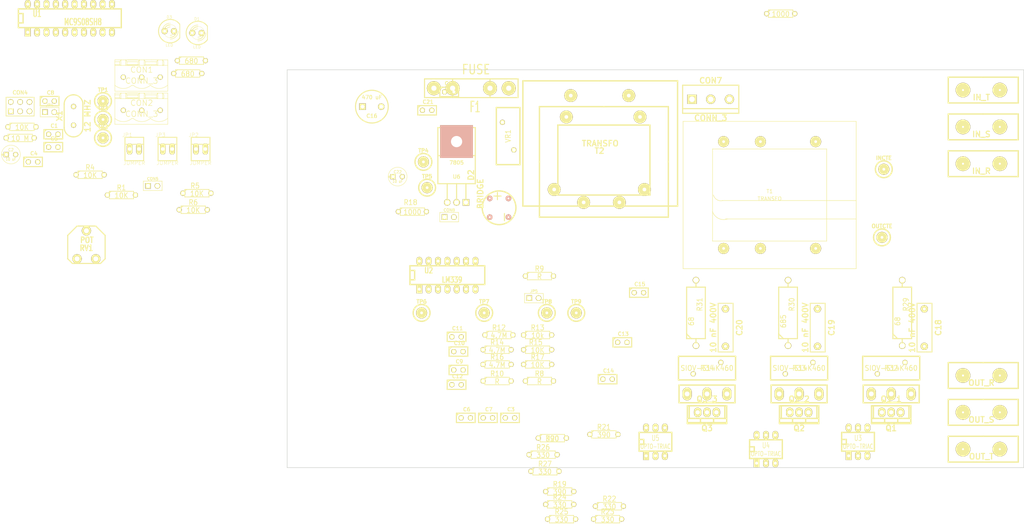
<source format=kicad_pcb>
(kicad_pcb (version 3) (host pcbnew "(2013-mar-13)-testing")

  (general
    (links 208)
    (no_connects 206)
    (area 55 51 256 160)
    (thickness 1.6)
    (drawings 4)
    (tracks 0)
    (zones 0)
    (modules 106)
    (nets 62)
  )

  (page A4)
  (layers
    (15 F.Cu signal)
    (0 B.Cu signal)
    (16 B.Adhes user)
    (17 F.Adhes user)
    (18 B.Paste user)
    (19 F.Paste user)
    (20 B.SilkS user)
    (21 F.SilkS user)
    (22 B.Mask user)
    (23 F.Mask user)
    (24 Dwgs.User user)
    (25 Cmts.User user)
    (26 Eco1.User user)
    (27 Eco2.User user)
    (28 Edge.Cuts user)
  )

  (setup
    (last_trace_width 0.4)
    (trace_clearance 0.55)
    (zone_clearance 0.508)
    (zone_45_only no)
    (trace_min 0.254)
    (segment_width 0.2)
    (edge_width 0.15)
    (via_size 1)
    (via_drill 0.75)
    (via_min_size 0.889)
    (via_min_drill 0.508)
    (uvia_size 0.508)
    (uvia_drill 0.127)
    (uvias_allowed no)
    (uvia_min_size 0.508)
    (uvia_min_drill 0.127)
    (pcb_text_width 0.3)
    (pcb_text_size 1 1)
    (mod_edge_width 0.15)
    (mod_text_size 1 1)
    (mod_text_width 0.15)
    (pad_size 1.778 1.778)
    (pad_drill 1.143)
    (pad_to_mask_clearance 0)
    (aux_axis_origin 0 0)
    (visible_elements FFFFF77F)
    (pcbplotparams
      (layerselection 3178497)
      (usegerberextensions true)
      (excludeedgelayer true)
      (linewidth 0.150000)
      (plotframeref false)
      (viasonmask false)
      (mode 1)
      (useauxorigin false)
      (hpglpennumber 1)
      (hpglpenspeed 20)
      (hpglpendiameter 15)
      (hpglpenoverlay 2)
      (psnegative false)
      (psa4output false)
      (plotreference true)
      (plotvalue true)
      (plotothertext true)
      (plotinvisibletext false)
      (padsonsilk false)
      (subtractmaskfromsilk false)
      (outputformat 1)
      (mirror false)
      (drillshape 1)
      (scaleselection 1)
      (outputdirectory ""))
  )

  (net 0 "")
  (net 1 /BDM)
  (net 2 /EXTAL)
  (net 3 /GM)
  (net 4 /IC)
  (net 5 /In_R)
  (net 6 /In_RT)
  (net 7 /In_S)
  (net 8 /In_T)
  (net 9 /Led1)
  (net 10 /N)
  (net 11 /OPT1)
  (net 12 /OPT2)
  (net 13 /OPT3)
  (net 14 /RC)
  (net 15 /RESET)
  (net 16 /RxD)
  (net 17 /SC)
  (net 18 /TC)
  (net 19 /TxD)
  (net 20 /XTAL)
  (net 21 /c_Flash)
  (net 22 /out_R)
  (net 23 /out_S)
  (net 24 /out_T)
  (net 25 /select)
  (net 26 /sensor)
  (net 27 /vreg)
  (net 28 GND)
  (net 29 N-0000010)
  (net 30 N-0000011)
  (net 31 N-0000012)
  (net 32 N-0000013)
  (net 33 N-0000014)
  (net 34 N-0000018)
  (net 35 N-0000020)
  (net 36 N-0000022)
  (net 37 N-0000023)
  (net 38 N-0000025)
  (net 39 N-0000026)
  (net 40 N-0000027)
  (net 41 N-0000029)
  (net 42 N-0000030)
  (net 43 N-0000032)
  (net 44 N-0000035)
  (net 45 N-0000036)
  (net 46 N-0000037)
  (net 47 N-0000038)
  (net 48 N-0000039)
  (net 49 N-0000040)
  (net 50 N-0000041)
  (net 51 N-0000042)
  (net 52 N-0000043)
  (net 53 N-0000044)
  (net 54 N-0000055)
  (net 55 N-0000057)
  (net 56 N-0000058)
  (net 57 N-0000060)
  (net 58 N-0000061)
  (net 59 N-0000063)
  (net 60 N-0000065)
  (net 61 N-000008)

  (net_class Default "This is the default net class."
    (clearance 0.55)
    (trace_width 0.4)
    (via_dia 1)
    (via_drill 0.75)
    (uvia_dia 0.508)
    (uvia_drill 0.127)
    (add_net "")
    (add_net /BDM)
    (add_net /EXTAL)
    (add_net /GM)
    (add_net /IC)
    (add_net /Led1)
    (add_net /N)
    (add_net /OPT1)
    (add_net /OPT2)
    (add_net /OPT3)
    (add_net /RC)
    (add_net /RESET)
    (add_net /RxD)
    (add_net /SC)
    (add_net /TC)
    (add_net /TxD)
    (add_net /XTAL)
    (add_net /c_Flash)
    (add_net /select)
    (add_net /sensor)
    (add_net /vreg)
    (add_net GND)
    (add_net N-0000010)
    (add_net N-0000011)
    (add_net N-0000012)
    (add_net N-0000013)
    (add_net N-0000014)
    (add_net N-0000018)
    (add_net N-0000020)
    (add_net N-0000022)
    (add_net N-0000023)
    (add_net N-0000025)
    (add_net N-0000026)
    (add_net N-0000027)
    (add_net N-0000029)
    (add_net N-0000030)
    (add_net N-0000032)
    (add_net N-0000035)
    (add_net N-0000036)
    (add_net N-0000037)
    (add_net N-0000038)
    (add_net N-0000039)
    (add_net N-0000040)
    (add_net N-0000041)
    (add_net N-0000042)
    (add_net N-0000043)
    (add_net N-0000044)
    (add_net N-0000055)
    (add_net N-0000057)
    (add_net N-0000058)
    (add_net N-0000060)
    (add_net N-0000061)
    (add_net N-0000063)
    (add_net N-0000065)
    (add_net N-000008)
  )

  (net_class POTENCIA ""
    (clearance 0.55)
    (trace_width 3.5)
    (via_dia 1)
    (via_drill 0.75)
    (uvia_dia 0.508)
    (uvia_drill 0.127)
    (add_net /In_R)
    (add_net /In_RT)
    (add_net /In_S)
    (add_net /In_T)
    (add_net /out_R)
    (add_net /out_S)
    (add_net /out_T)
  )

  (module 1pin (layer F.Cu) (tedit 51D697B9) (tstamp 51D6E1F0)
    (at 217.5 97.5)
    (descr "module 1 pin (ou trou mecanique de percage)")
    (tags DEV)
    (path /51D41CD4)
    (fp_text reference OUTCTE (at 0 -3.048) (layer F.SilkS)
      (effects (font (size 1.016 1.016) (thickness 0.254)))
    )
    (fp_text value CONN_1 (at 0 2.794) (layer F.SilkS) hide
      (effects (font (size 1.016 1.016) (thickness 0.254)))
    )
    (fp_circle (center 0 0) (end 0 -2.286) (layer F.SilkS) (width 0.381))
    (pad 1 thru_hole circle (at 0 0) (size 3 3) (drill 0.75)
      (layers *.Cu *.Mask F.SilkS)
      (net 6 /In_RT)
    )
  )

  (module 1pin (layer F.Cu) (tedit 51D697B0) (tstamp 51D6E1E9)
    (at 218 79)
    (descr "module 1 pin (ou trou mecanique de percage)")
    (tags DEV)
    (path /51D41CD4)
    (fp_text reference INCTE (at 0 -3.048) (layer F.SilkS)
      (effects (font (size 1.016 1.016) (thickness 0.254)))
    )
    (fp_text value CONN_1 (at 0 2.794) (layer F.SilkS) hide
      (effects (font (size 1.016 1.016) (thickness 0.254)))
    )
    (fp_circle (center 0 0) (end 0 -2.286) (layer F.SilkS) (width 0.381))
    (pad 1 thru_hole circle (at 0 0) (size 3 3) (drill 0.75)
      (layers *.Cu *.Mask F.SilkS)
      (net 5 /In_R)
    )
  )

  (module C1 (layer F.Cu) (tedit 3F92C496) (tstamp 51D6E1E2)
    (at -7.5 69.5)
    (descr "Condensateur e = 1 pas")
    (tags C)
    (path /50872368)
    (fp_text reference C1 (at 0.254 -2.286) (layer F.SilkS)
      (effects (font (size 1.016 1.016) (thickness 0.2032)))
    )
    (fp_text value "25 pF" (at 0 -2.286) (layer F.SilkS) hide
      (effects (font (size 1.016 1.016) (thickness 0.2032)))
    )
    (fp_line (start -2.4892 -1.27) (end 2.54 -1.27) (layer F.SilkS) (width 0.3048))
    (fp_line (start 2.54 -1.27) (end 2.54 1.27) (layer F.SilkS) (width 0.3048))
    (fp_line (start 2.54 1.27) (end -2.54 1.27) (layer F.SilkS) (width 0.3048))
    (fp_line (start -2.54 1.27) (end -2.54 -1.27) (layer F.SilkS) (width 0.3048))
    (fp_line (start -2.54 -0.635) (end -1.905 -1.27) (layer F.SilkS) (width 0.3048))
    (pad 1 thru_hole circle (at -1.27 0) (size 1.397 1.397) (drill 0.8128)
      (layers *.Cu *.Mask F.SilkS)
      (net 20 /XTAL)
    )
    (pad 2 thru_hole circle (at 1.27 0) (size 1.397 1.397) (drill 0.8128)
      (layers *.Cu *.Mask F.SilkS)
      (net 28 GND)
    )
    (model discret/capa_1_pas.wrl
      (at (xyz 0 0 0))
      (scale (xyz 1 1 1))
      (rotate (xyz 0 0 0))
    )
  )

  (module C1V5 (layer F.Cu) (tedit 3E070CF4) (tstamp 51D6E1D6)
    (at -19 75)
    (descr "Condensateur e = 1 pas")
    (tags C)
    (path /50872288)
    (fp_text reference C2 (at 0 -1.26746) (layer F.SilkS)
      (effects (font (size 0.762 0.762) (thickness 0.127)))
    )
    (fp_text value "10 uF" (at 0 1.27) (layer F.SilkS)
      (effects (font (size 0.762 0.635) (thickness 0.127)))
    )
    (fp_text user + (at -2.286 0) (layer F.SilkS)
      (effects (font (size 0.762 0.762) (thickness 0.2032)))
    )
    (fp_circle (center 0 0) (end 0.127 -2.54) (layer F.SilkS) (width 0.127))
    (pad 1 thru_hole rect (at -1.27 0) (size 1.397 1.397) (drill 0.8128)
      (layers *.Cu *.Mask F.SilkS)
      (net 27 /vreg)
    )
    (pad 2 thru_hole circle (at 1.27 0) (size 1.397 1.397) (drill 0.8128)
      (layers *.Cu *.Mask F.SilkS)
      (net 28 GND)
    )
    (model discret/c_vert_c1v5.wrl
      (at (xyz 0 0 0))
      (scale (xyz 1 1 1))
      (rotate (xyz 0 0 0))
    )
  )

  (module C1 (layer F.Cu) (tedit 3F92C496) (tstamp 51D6E1CD)
    (at 116.5 146.5)
    (descr "Condensateur e = 1 pas")
    (tags C)
    (path /508DA8C8)
    (fp_text reference C3 (at 0.254 -2.286) (layer F.SilkS)
      (effects (font (size 1.016 1.016) (thickness 0.2032)))
    )
    (fp_text value 0.1uF (at 0 -2.286) (layer F.SilkS) hide
      (effects (font (size 1.016 1.016) (thickness 0.2032)))
    )
    (fp_line (start -2.4892 -1.27) (end 2.54 -1.27) (layer F.SilkS) (width 0.3048))
    (fp_line (start 2.54 -1.27) (end 2.54 1.27) (layer F.SilkS) (width 0.3048))
    (fp_line (start 2.54 1.27) (end -2.54 1.27) (layer F.SilkS) (width 0.3048))
    (fp_line (start -2.54 1.27) (end -2.54 -1.27) (layer F.SilkS) (width 0.3048))
    (fp_line (start -2.54 -0.635) (end -1.905 -1.27) (layer F.SilkS) (width 0.3048))
    (pad 1 thru_hole circle (at -1.27 0) (size 1.397 1.397) (drill 0.8128)
      (layers *.Cu *.Mask F.SilkS)
      (net 61 N-000008)
    )
    (pad 2 thru_hole circle (at 1.27 0) (size 1.397 1.397) (drill 0.8128)
      (layers *.Cu *.Mask F.SilkS)
      (net 28 GND)
    )
    (model discret/capa_1_pas.wrl
      (at (xyz 0 0 0))
      (scale (xyz 1 1 1))
      (rotate (xyz 0 0 0))
    )
  )

  (module C1 (layer F.Cu) (tedit 3F92C496) (tstamp 51D6E1C1)
    (at -13 77)
    (descr "Condensateur e = 1 pas")
    (tags C)
    (path /50872278)
    (fp_text reference C4 (at 0.254 -2.286) (layer F.SilkS)
      (effects (font (size 1.016 1.016) (thickness 0.2032)))
    )
    (fp_text value "0,1 uF" (at 0 -2.286) (layer F.SilkS) hide
      (effects (font (size 1.016 1.016) (thickness 0.2032)))
    )
    (fp_line (start -2.4892 -1.27) (end 2.54 -1.27) (layer F.SilkS) (width 0.3048))
    (fp_line (start 2.54 -1.27) (end 2.54 1.27) (layer F.SilkS) (width 0.3048))
    (fp_line (start 2.54 1.27) (end -2.54 1.27) (layer F.SilkS) (width 0.3048))
    (fp_line (start -2.54 1.27) (end -2.54 -1.27) (layer F.SilkS) (width 0.3048))
    (fp_line (start -2.54 -0.635) (end -1.905 -1.27) (layer F.SilkS) (width 0.3048))
    (pad 1 thru_hole circle (at -1.27 0) (size 1.397 1.397) (drill 0.8128)
      (layers *.Cu *.Mask F.SilkS)
      (net 27 /vreg)
    )
    (pad 2 thru_hole circle (at 1.27 0) (size 1.397 1.397) (drill 0.8128)
      (layers *.Cu *.Mask F.SilkS)
      (net 28 GND)
    )
    (model discret/capa_1_pas.wrl
      (at (xyz 0 0 0))
      (scale (xyz 1 1 1))
      (rotate (xyz 0 0 0))
    )
  )

  (module C1 (layer F.Cu) (tedit 3F92C496) (tstamp 51D6E1B5)
    (at -7.5 73)
    (descr "Condensateur e = 1 pas")
    (tags C)
    (path /50872365)
    (fp_text reference C5 (at 0.254 -2.286) (layer F.SilkS)
      (effects (font (size 1.016 1.016) (thickness 0.2032)))
    )
    (fp_text value "25 pF" (at 0 -2.286) (layer F.SilkS) hide
      (effects (font (size 1.016 1.016) (thickness 0.2032)))
    )
    (fp_line (start -2.4892 -1.27) (end 2.54 -1.27) (layer F.SilkS) (width 0.3048))
    (fp_line (start 2.54 -1.27) (end 2.54 1.27) (layer F.SilkS) (width 0.3048))
    (fp_line (start 2.54 1.27) (end -2.54 1.27) (layer F.SilkS) (width 0.3048))
    (fp_line (start -2.54 1.27) (end -2.54 -1.27) (layer F.SilkS) (width 0.3048))
    (fp_line (start -2.54 -0.635) (end -1.905 -1.27) (layer F.SilkS) (width 0.3048))
    (pad 1 thru_hole circle (at -1.27 0) (size 1.397 1.397) (drill 0.8128)
      (layers *.Cu *.Mask F.SilkS)
      (net 2 /EXTAL)
    )
    (pad 2 thru_hole circle (at 1.27 0) (size 1.397 1.397) (drill 0.8128)
      (layers *.Cu *.Mask F.SilkS)
      (net 28 GND)
    )
    (model discret/capa_1_pas.wrl
      (at (xyz 0 0 0))
      (scale (xyz 1 1 1))
      (rotate (xyz 0 0 0))
    )
  )

  (module C1 (layer F.Cu) (tedit 3F92C496) (tstamp 51D6E1A9)
    (at 104.5 146.5)
    (descr "Condensateur e = 1 pas")
    (tags C)
    (path /509E86E9)
    (fp_text reference C6 (at 0.254 -2.286) (layer F.SilkS)
      (effects (font (size 1.016 1.016) (thickness 0.2032)))
    )
    (fp_text value C (at 0 -2.286) (layer F.SilkS) hide
      (effects (font (size 1.016 1.016) (thickness 0.2032)))
    )
    (fp_line (start -2.4892 -1.27) (end 2.54 -1.27) (layer F.SilkS) (width 0.3048))
    (fp_line (start 2.54 -1.27) (end 2.54 1.27) (layer F.SilkS) (width 0.3048))
    (fp_line (start 2.54 1.27) (end -2.54 1.27) (layer F.SilkS) (width 0.3048))
    (fp_line (start -2.54 1.27) (end -2.54 -1.27) (layer F.SilkS) (width 0.3048))
    (fp_line (start -2.54 -0.635) (end -1.905 -1.27) (layer F.SilkS) (width 0.3048))
    (pad 1 thru_hole circle (at -1.27 0) (size 1.397 1.397) (drill 0.8128)
      (layers *.Cu *.Mask F.SilkS)
      (net 27 /vreg)
    )
    (pad 2 thru_hole circle (at 1.27 0) (size 1.397 1.397) (drill 0.8128)
      (layers *.Cu *.Mask F.SilkS)
      (net 28 GND)
    )
    (model discret/capa_1_pas.wrl
      (at (xyz 0 0 0))
      (scale (xyz 1 1 1))
      (rotate (xyz 0 0 0))
    )
  )

  (module C1 (layer F.Cu) (tedit 3F92C496) (tstamp 51D6E19D)
    (at 110.5 146.5)
    (descr "Condensateur e = 1 pas")
    (tags C)
    (path /516967BB)
    (fp_text reference C7 (at 0.254 -2.286) (layer F.SilkS)
      (effects (font (size 1.016 1.016) (thickness 0.2032)))
    )
    (fp_text value 0.1uF (at 0 -2.286) (layer F.SilkS) hide
      (effects (font (size 1.016 1.016) (thickness 0.2032)))
    )
    (fp_line (start -2.4892 -1.27) (end 2.54 -1.27) (layer F.SilkS) (width 0.3048))
    (fp_line (start 2.54 -1.27) (end 2.54 1.27) (layer F.SilkS) (width 0.3048))
    (fp_line (start 2.54 1.27) (end -2.54 1.27) (layer F.SilkS) (width 0.3048))
    (fp_line (start -2.54 1.27) (end -2.54 -1.27) (layer F.SilkS) (width 0.3048))
    (fp_line (start -2.54 -0.635) (end -1.905 -1.27) (layer F.SilkS) (width 0.3048))
    (pad 1 thru_hole circle (at -1.27 0) (size 1.397 1.397) (drill 0.8128)
      (layers *.Cu *.Mask F.SilkS)
      (net 27 /vreg)
    )
    (pad 2 thru_hole circle (at 1.27 0) (size 1.397 1.397) (drill 0.8128)
      (layers *.Cu *.Mask F.SilkS)
      (net 28 GND)
    )
    (model discret/capa_1_pas.wrl
      (at (xyz 0 0 0))
      (scale (xyz 1 1 1))
      (rotate (xyz 0 0 0))
    )
  )

  (module C1 (layer F.Cu) (tedit 3F92C496) (tstamp 51D6E191)
    (at -8.5 60.5)
    (descr "Condensateur e = 1 pas")
    (tags C)
    (path /50872515)
    (fp_text reference C8 (at 0.254 -2.286) (layer F.SilkS)
      (effects (font (size 1.016 1.016) (thickness 0.2032)))
    )
    (fp_text value "C0.1 uF" (at 0 -2.286) (layer F.SilkS) hide
      (effects (font (size 1.016 1.016) (thickness 0.2032)))
    )
    (fp_line (start -2.4892 -1.27) (end 2.54 -1.27) (layer F.SilkS) (width 0.3048))
    (fp_line (start 2.54 -1.27) (end 2.54 1.27) (layer F.SilkS) (width 0.3048))
    (fp_line (start 2.54 1.27) (end -2.54 1.27) (layer F.SilkS) (width 0.3048))
    (fp_line (start -2.54 1.27) (end -2.54 -1.27) (layer F.SilkS) (width 0.3048))
    (fp_line (start -2.54 -0.635) (end -1.905 -1.27) (layer F.SilkS) (width 0.3048))
    (pad 1 thru_hole circle (at -1.27 0) (size 1.397 1.397) (drill 0.8128)
      (layers *.Cu *.Mask F.SilkS)
      (net 15 /RESET)
    )
    (pad 2 thru_hole circle (at 1.27 0) (size 1.397 1.397) (drill 0.8128)
      (layers *.Cu *.Mask F.SilkS)
      (net 28 GND)
    )
    (model discret/capa_1_pas.wrl
      (at (xyz 0 0 0))
      (scale (xyz 1 1 1))
      (rotate (xyz 0 0 0))
    )
  )

  (module C1 (layer F.Cu) (tedit 3F92C496) (tstamp 51D6E185)
    (at 102.5 133.5)
    (descr "Condensateur e = 1 pas")
    (tags C)
    (path /5167281E)
    (fp_text reference C9 (at 0.254 -2.286) (layer F.SilkS)
      (effects (font (size 1.016 1.016) (thickness 0.2032)))
    )
    (fp_text value 0.1uF (at 0 -2.286) (layer F.SilkS) hide
      (effects (font (size 1.016 1.016) (thickness 0.2032)))
    )
    (fp_line (start -2.4892 -1.27) (end 2.54 -1.27) (layer F.SilkS) (width 0.3048))
    (fp_line (start 2.54 -1.27) (end 2.54 1.27) (layer F.SilkS) (width 0.3048))
    (fp_line (start 2.54 1.27) (end -2.54 1.27) (layer F.SilkS) (width 0.3048))
    (fp_line (start -2.54 1.27) (end -2.54 -1.27) (layer F.SilkS) (width 0.3048))
    (fp_line (start -2.54 -0.635) (end -1.905 -1.27) (layer F.SilkS) (width 0.3048))
    (pad 1 thru_hole circle (at -1.27 0) (size 1.397 1.397) (drill 0.8128)
      (layers *.Cu *.Mask F.SilkS)
      (net 27 /vreg)
    )
    (pad 2 thru_hole circle (at 1.27 0) (size 1.397 1.397) (drill 0.8128)
      (layers *.Cu *.Mask F.SilkS)
      (net 28 GND)
    )
    (model discret/capa_1_pas.wrl
      (at (xyz 0 0 0))
      (scale (xyz 1 1 1))
      (rotate (xyz 0 0 0))
    )
  )

  (module C1 (layer F.Cu) (tedit 3F92C496) (tstamp 51D6E179)
    (at 102.5 128.5)
    (descr "Condensateur e = 1 pas")
    (tags C)
    (path /516C6F95)
    (fp_text reference C10 (at 0.254 -2.286) (layer F.SilkS)
      (effects (font (size 1.016 1.016) (thickness 0.2032)))
    )
    (fp_text value "C0.1 uF" (at 0 -2.286) (layer F.SilkS) hide
      (effects (font (size 1.016 1.016) (thickness 0.2032)))
    )
    (fp_line (start -2.4892 -1.27) (end 2.54 -1.27) (layer F.SilkS) (width 0.3048))
    (fp_line (start 2.54 -1.27) (end 2.54 1.27) (layer F.SilkS) (width 0.3048))
    (fp_line (start 2.54 1.27) (end -2.54 1.27) (layer F.SilkS) (width 0.3048))
    (fp_line (start -2.54 1.27) (end -2.54 -1.27) (layer F.SilkS) (width 0.3048))
    (fp_line (start -2.54 -0.635) (end -1.905 -1.27) (layer F.SilkS) (width 0.3048))
    (pad 1 thru_hole circle (at -1.27 0) (size 1.397 1.397) (drill 0.8128)
      (layers *.Cu *.Mask F.SilkS)
      (net 17 /SC)
    )
    (pad 2 thru_hole circle (at 1.27 0) (size 1.397 1.397) (drill 0.8128)
      (layers *.Cu *.Mask F.SilkS)
      (net 28 GND)
    )
    (model discret/capa_1_pas.wrl
      (at (xyz 0 0 0))
      (scale (xyz 1 1 1))
      (rotate (xyz 0 0 0))
    )
  )

  (module C1 (layer F.Cu) (tedit 3F92C496) (tstamp 51D6E16D)
    (at 102 124.5)
    (descr "Condensateur e = 1 pas")
    (tags C)
    (path /516C6EBA)
    (fp_text reference C11 (at 0.254 -2.286) (layer F.SilkS)
      (effects (font (size 1.016 1.016) (thickness 0.2032)))
    )
    (fp_text value "C0.1 uF" (at 0 -2.286) (layer F.SilkS) hide
      (effects (font (size 1.016 1.016) (thickness 0.2032)))
    )
    (fp_line (start -2.4892 -1.27) (end 2.54 -1.27) (layer F.SilkS) (width 0.3048))
    (fp_line (start 2.54 -1.27) (end 2.54 1.27) (layer F.SilkS) (width 0.3048))
    (fp_line (start 2.54 1.27) (end -2.54 1.27) (layer F.SilkS) (width 0.3048))
    (fp_line (start -2.54 1.27) (end -2.54 -1.27) (layer F.SilkS) (width 0.3048))
    (fp_line (start -2.54 -0.635) (end -1.905 -1.27) (layer F.SilkS) (width 0.3048))
    (pad 1 thru_hole circle (at -1.27 0) (size 1.397 1.397) (drill 0.8128)
      (layers *.Cu *.Mask F.SilkS)
      (net 14 /RC)
    )
    (pad 2 thru_hole circle (at 1.27 0) (size 1.397 1.397) (drill 0.8128)
      (layers *.Cu *.Mask F.SilkS)
      (net 28 GND)
    )
    (model discret/capa_1_pas.wrl
      (at (xyz 0 0 0))
      (scale (xyz 1 1 1))
      (rotate (xyz 0 0 0))
    )
  )

  (module C1 (layer F.Cu) (tedit 3F92C496) (tstamp 51D6E161)
    (at 102 137.5)
    (descr "Condensateur e = 1 pas")
    (tags C)
    (path /516C7299)
    (fp_text reference C12 (at 0.254 -2.286) (layer F.SilkS)
      (effects (font (size 1.016 1.016) (thickness 0.2032)))
    )
    (fp_text value "C0.1 uF" (at 0 -2.286) (layer F.SilkS) hide
      (effects (font (size 1.016 1.016) (thickness 0.2032)))
    )
    (fp_line (start -2.4892 -1.27) (end 2.54 -1.27) (layer F.SilkS) (width 0.3048))
    (fp_line (start 2.54 -1.27) (end 2.54 1.27) (layer F.SilkS) (width 0.3048))
    (fp_line (start 2.54 1.27) (end -2.54 1.27) (layer F.SilkS) (width 0.3048))
    (fp_line (start -2.54 1.27) (end -2.54 -1.27) (layer F.SilkS) (width 0.3048))
    (fp_line (start -2.54 -0.635) (end -1.905 -1.27) (layer F.SilkS) (width 0.3048))
    (pad 1 thru_hole circle (at -1.27 0) (size 1.397 1.397) (drill 0.8128)
      (layers *.Cu *.Mask F.SilkS)
      (net 18 /TC)
    )
    (pad 2 thru_hole circle (at 1.27 0) (size 1.397 1.397) (drill 0.8128)
      (layers *.Cu *.Mask F.SilkS)
      (net 28 GND)
    )
    (model discret/capa_1_pas.wrl
      (at (xyz 0 0 0))
      (scale (xyz 1 1 1))
      (rotate (xyz 0 0 0))
    )
  )

  (module C1 (layer F.Cu) (tedit 3F92C496) (tstamp 51D6E155)
    (at 147 126)
    (descr "Condensateur e = 1 pas")
    (tags C)
    (path /516C72BF)
    (fp_text reference C13 (at 0.254 -2.286) (layer F.SilkS)
      (effects (font (size 1.016 1.016) (thickness 0.2032)))
    )
    (fp_text value "C0.1 uF" (at 0 -2.286) (layer F.SilkS) hide
      (effects (font (size 1.016 1.016) (thickness 0.2032)))
    )
    (fp_line (start -2.4892 -1.27) (end 2.54 -1.27) (layer F.SilkS) (width 0.3048))
    (fp_line (start 2.54 -1.27) (end 2.54 1.27) (layer F.SilkS) (width 0.3048))
    (fp_line (start 2.54 1.27) (end -2.54 1.27) (layer F.SilkS) (width 0.3048))
    (fp_line (start -2.54 1.27) (end -2.54 -1.27) (layer F.SilkS) (width 0.3048))
    (fp_line (start -2.54 -0.635) (end -1.905 -1.27) (layer F.SilkS) (width 0.3048))
    (pad 1 thru_hole circle (at -1.27 0) (size 1.397 1.397) (drill 0.8128)
      (layers *.Cu *.Mask F.SilkS)
      (net 11 /OPT1)
    )
    (pad 2 thru_hole circle (at 1.27 0) (size 1.397 1.397) (drill 0.8128)
      (layers *.Cu *.Mask F.SilkS)
      (net 28 GND)
    )
    (model discret/capa_1_pas.wrl
      (at (xyz 0 0 0))
      (scale (xyz 1 1 1))
      (rotate (xyz 0 0 0))
    )
  )

  (module C1 (layer F.Cu) (tedit 3F92C496) (tstamp 51D6E149)
    (at 143 136)
    (descr "Condensateur e = 1 pas")
    (tags C)
    (path /516C72CC)
    (fp_text reference C14 (at 0.254 -2.286) (layer F.SilkS)
      (effects (font (size 1.016 1.016) (thickness 0.2032)))
    )
    (fp_text value "C0.1 uF" (at 0 -2.286) (layer F.SilkS) hide
      (effects (font (size 1.016 1.016) (thickness 0.2032)))
    )
    (fp_line (start -2.4892 -1.27) (end 2.54 -1.27) (layer F.SilkS) (width 0.3048))
    (fp_line (start 2.54 -1.27) (end 2.54 1.27) (layer F.SilkS) (width 0.3048))
    (fp_line (start 2.54 1.27) (end -2.54 1.27) (layer F.SilkS) (width 0.3048))
    (fp_line (start -2.54 1.27) (end -2.54 -1.27) (layer F.SilkS) (width 0.3048))
    (fp_line (start -2.54 -0.635) (end -1.905 -1.27) (layer F.SilkS) (width 0.3048))
    (pad 1 thru_hole circle (at -1.27 0) (size 1.397 1.397) (drill 0.8128)
      (layers *.Cu *.Mask F.SilkS)
      (net 12 /OPT2)
    )
    (pad 2 thru_hole circle (at 1.27 0) (size 1.397 1.397) (drill 0.8128)
      (layers *.Cu *.Mask F.SilkS)
      (net 28 GND)
    )
    (model discret/capa_1_pas.wrl
      (at (xyz 0 0 0))
      (scale (xyz 1 1 1))
      (rotate (xyz 0 0 0))
    )
  )

  (module C1 (layer F.Cu) (tedit 3F92C496) (tstamp 51D6E13D)
    (at 151.5 112.5)
    (descr "Condensateur e = 1 pas")
    (tags C)
    (path /516C72D9)
    (fp_text reference C15 (at 0.254 -2.286) (layer F.SilkS)
      (effects (font (size 1.016 1.016) (thickness 0.2032)))
    )
    (fp_text value "C0.1 uF" (at 0 -2.286) (layer F.SilkS) hide
      (effects (font (size 1.016 1.016) (thickness 0.2032)))
    )
    (fp_line (start -2.4892 -1.27) (end 2.54 -1.27) (layer F.SilkS) (width 0.3048))
    (fp_line (start 2.54 -1.27) (end 2.54 1.27) (layer F.SilkS) (width 0.3048))
    (fp_line (start 2.54 1.27) (end -2.54 1.27) (layer F.SilkS) (width 0.3048))
    (fp_line (start -2.54 1.27) (end -2.54 -1.27) (layer F.SilkS) (width 0.3048))
    (fp_line (start -2.54 -0.635) (end -1.905 -1.27) (layer F.SilkS) (width 0.3048))
    (pad 1 thru_hole circle (at -1.27 0) (size 1.397 1.397) (drill 0.8128)
      (layers *.Cu *.Mask F.SilkS)
      (net 13 /OPT3)
    )
    (pad 2 thru_hole circle (at 1.27 0) (size 1.397 1.397) (drill 0.8128)
      (layers *.Cu *.Mask F.SilkS)
      (net 28 GND)
    )
    (model discret/capa_1_pas.wrl
      (at (xyz 0 0 0))
      (scale (xyz 1 1 1))
      (rotate (xyz 0 0 0))
    )
  )

  (module C2V8 (layer F.Cu) (tedit 46544AA3) (tstamp 51D6E131)
    (at 79 62)
    (descr "Condensateur polarise")
    (tags CP)
    (path /50981728)
    (fp_text reference C16 (at 0 2.54) (layer F.SilkS)
      (effects (font (size 1.016 1.016) (thickness 0.2032)))
    )
    (fp_text value "470 uF" (at 0 -2.54) (layer F.SilkS)
      (effects (font (size 1.016 1.016) (thickness 0.2032)))
    )
    (fp_circle (center 0 0) (end -4.445 0) (layer F.SilkS) (width 0.3048))
    (pad 1 thru_hole rect (at -2.54 0) (size 1.778 1.778) (drill 1.016)
      (layers *.Cu *.Mask F.SilkS)
      (net 48 N-0000039)
    )
    (pad 2 thru_hole circle (at 2.54 0) (size 1.778 1.778) (drill 1.016)
      (layers *.Cu *.Mask F.SilkS)
      (net 28 GND)
    )
    (model discret/c_vert_c2v10.wrl
      (at (xyz 0 0 0))
      (scale (xyz 1 1 1))
      (rotate (xyz 0 0 0))
    )
  )

  (module C1 (layer F.Cu) (tedit 3F92C496) (tstamp 51D6E129)
    (at 100 58)
    (descr "Condensateur e = 1 pas")
    (tags C)
    (path /50981643)
    (fp_text reference C17 (at 0.254 -2.286) (layer F.SilkS)
      (effects (font (size 1.016 1.016) (thickness 0.2032)))
    )
    (fp_text value "0.33 uF" (at 0 -2.286) (layer F.SilkS) hide
      (effects (font (size 1.016 1.016) (thickness 0.2032)))
    )
    (fp_line (start -2.4892 -1.27) (end 2.54 -1.27) (layer F.SilkS) (width 0.3048))
    (fp_line (start 2.54 -1.27) (end 2.54 1.27) (layer F.SilkS) (width 0.3048))
    (fp_line (start 2.54 1.27) (end -2.54 1.27) (layer F.SilkS) (width 0.3048))
    (fp_line (start -2.54 1.27) (end -2.54 -1.27) (layer F.SilkS) (width 0.3048))
    (fp_line (start -2.54 -0.635) (end -1.905 -1.27) (layer F.SilkS) (width 0.3048))
    (pad 1 thru_hole circle (at -1.27 0) (size 1.397 1.397) (drill 0.8128)
      (layers *.Cu *.Mask F.SilkS)
      (net 48 N-0000039)
    )
    (pad 2 thru_hole circle (at 1.27 0) (size 1.397 1.397) (drill 0.8128)
      (layers *.Cu *.Mask F.SilkS)
      (net 28 GND)
    )
    (model discret/capa_1_pas.wrl
      (at (xyz 0 0 0))
      (scale (xyz 1 1 1))
      (rotate (xyz 0 0 0))
    )
  )

  (module cnp_13x4mm (layer F.Cu) (tedit 4B90D521) (tstamp 51D6E11D)
    (at 229 122 270)
    (descr "Capacitor non pol, 13x4mm")
    (path /4A0EB100)
    (fp_text reference C18 (at 0 -3.81 270) (layer F.SilkS)
      (effects (font (thickness 0.3048)))
    )
    (fp_text value "10 nF 400V" (at 0 3.302 270) (layer F.SilkS)
      (effects (font (thickness 0.3048)))
    )
    (fp_line (start 6.604 1.9812) (end -6.604 1.9812) (layer F.SilkS) (width 0.24892))
    (fp_line (start -6.604 -2.0828) (end 6.604 -2.0828) (layer F.SilkS) (width 0.24892))
    (fp_line (start 6.604 1.9812) (end 6.604 -2.0828) (layer F.SilkS) (width 0.24892))
    (fp_line (start -6.604 -2.0828) (end -6.604 1.9812) (layer F.SilkS) (width 0.24892))
    (pad 1 thru_hole circle (at -5.08 0 270) (size 1.99898 1.99898) (drill 0.8001)
      (layers *.Cu *.Mask F.SilkS)
      (net 29 N-0000010)
    )
    (pad 2 thru_hole circle (at 5.08 0 270) (size 1.99898 1.99898) (drill 0.8001)
      (layers *.Cu *.Mask F.SilkS)
      (net 22 /out_R)
    )
    (model discret/capacitor/cnp_13x4mm.wrl
      (at (xyz 0 0 0))
      (scale (xyz 1 1 1))
      (rotate (xyz 0 0 0))
    )
  )

  (module cnp_13x4mm (layer F.Cu) (tedit 4B90D521) (tstamp 51D6E112)
    (at 200 122 270)
    (descr "Capacitor non pol, 13x4mm")
    (path /50981EF3)
    (fp_text reference C19 (at 0 -3.81 270) (layer F.SilkS)
      (effects (font (thickness 0.3048)))
    )
    (fp_text value "10 nF 400V" (at 0 3.302 270) (layer F.SilkS)
      (effects (font (thickness 0.3048)))
    )
    (fp_line (start 6.604 1.9812) (end -6.604 1.9812) (layer F.SilkS) (width 0.24892))
    (fp_line (start -6.604 -2.0828) (end 6.604 -2.0828) (layer F.SilkS) (width 0.24892))
    (fp_line (start 6.604 1.9812) (end 6.604 -2.0828) (layer F.SilkS) (width 0.24892))
    (fp_line (start -6.604 -2.0828) (end -6.604 1.9812) (layer F.SilkS) (width 0.24892))
    (pad 1 thru_hole circle (at -5.08 0 270) (size 1.99898 1.99898) (drill 0.8001)
      (layers *.Cu *.Mask F.SilkS)
      (net 33 N-0000014)
    )
    (pad 2 thru_hole circle (at 5.08 0 270) (size 1.99898 1.99898) (drill 0.8001)
      (layers *.Cu *.Mask F.SilkS)
      (net 23 /out_S)
    )
    (model discret/capacitor/cnp_13x4mm.wrl
      (at (xyz 0 0 0))
      (scale (xyz 1 1 1))
      (rotate (xyz 0 0 0))
    )
  )

  (module cnp_13x4mm (layer F.Cu) (tedit 4B90D521) (tstamp 51D6E107)
    (at 175 122 270)
    (descr "Capacitor non pol, 13x4mm")
    (path /50871D6D)
    (fp_text reference C20 (at 0 -3.81 270) (layer F.SilkS)
      (effects (font (thickness 0.3048)))
    )
    (fp_text value "10 nF 400V" (at 0 3.302 270) (layer F.SilkS)
      (effects (font (thickness 0.3048)))
    )
    (fp_line (start 6.604 1.9812) (end -6.604 1.9812) (layer F.SilkS) (width 0.24892))
    (fp_line (start -6.604 -2.0828) (end 6.604 -2.0828) (layer F.SilkS) (width 0.24892))
    (fp_line (start 6.604 1.9812) (end 6.604 -2.0828) (layer F.SilkS) (width 0.24892))
    (fp_line (start -6.604 -2.0828) (end -6.604 1.9812) (layer F.SilkS) (width 0.24892))
    (pad 1 thru_hole circle (at -5.08 0 270) (size 1.99898 1.99898) (drill 0.8001)
      (layers *.Cu *.Mask F.SilkS)
      (net 30 N-0000011)
    )
    (pad 2 thru_hole circle (at 5.08 0 270) (size 1.99898 1.99898) (drill 0.8001)
      (layers *.Cu *.Mask F.SilkS)
      (net 24 /out_T)
    )
    (model discret/capacitor/cnp_13x4mm.wrl
      (at (xyz 0 0 0))
      (scale (xyz 1 1 1))
      (rotate (xyz 0 0 0))
    )
  )

  (module C1 (layer F.Cu) (tedit 3F92C496) (tstamp 51D6E0FC)
    (at 94 63)
    (descr "Condensateur e = 1 pas")
    (tags C)
    (path /509817DF)
    (fp_text reference C21 (at 0.254 -2.286) (layer F.SilkS)
      (effects (font (size 1.016 1.016) (thickness 0.2032)))
    )
    (fp_text value "0.1 uF" (at 0 -2.286) (layer F.SilkS) hide
      (effects (font (size 1.016 1.016) (thickness 0.2032)))
    )
    (fp_line (start -2.4892 -1.27) (end 2.54 -1.27) (layer F.SilkS) (width 0.3048))
    (fp_line (start 2.54 -1.27) (end 2.54 1.27) (layer F.SilkS) (width 0.3048))
    (fp_line (start 2.54 1.27) (end -2.54 1.27) (layer F.SilkS) (width 0.3048))
    (fp_line (start -2.54 1.27) (end -2.54 -1.27) (layer F.SilkS) (width 0.3048))
    (fp_line (start -2.54 -0.635) (end -1.905 -1.27) (layer F.SilkS) (width 0.3048))
    (pad 1 thru_hole circle (at -1.27 0) (size 1.397 1.397) (drill 0.8128)
      (layers *.Cu *.Mask F.SilkS)
      (net 27 /vreg)
    )
    (pad 2 thru_hole circle (at 1.27 0) (size 1.397 1.397) (drill 0.8128)
      (layers *.Cu *.Mask F.SilkS)
      (net 28 GND)
    )
    (model discret/capa_1_pas.wrl
      (at (xyz 0 0 0))
      (scale (xyz 1 1 1))
      (rotate (xyz 0 0 0))
    )
  )

  (module C1V5 (layer F.Cu) (tedit 3E070CF4) (tstamp 51D6E0F0)
    (at 86 81)
    (descr "Condensateur e = 1 pas")
    (tags C)
    (path /509817E3)
    (fp_text reference C22 (at 0 -1.26746) (layer F.SilkS)
      (effects (font (size 0.762 0.762) (thickness 0.127)))
    )
    (fp_text value "10 uF" (at 0 1.27) (layer F.SilkS)
      (effects (font (size 0.762 0.635) (thickness 0.127)))
    )
    (fp_text user + (at -2.286 0) (layer F.SilkS)
      (effects (font (size 0.762 0.762) (thickness 0.2032)))
    )
    (fp_circle (center 0 0) (end 0.127 -2.54) (layer F.SilkS) (width 0.127))
    (pad 1 thru_hole rect (at -1.27 0) (size 1.397 1.397) (drill 0.8128)
      (layers *.Cu *.Mask F.SilkS)
      (net 27 /vreg)
    )
    (pad 2 thru_hole circle (at 1.27 0) (size 1.397 1.397) (drill 0.8128)
      (layers *.Cu *.Mask F.SilkS)
      (net 28 GND)
    )
    (model discret/c_vert_c1v5.wrl
      (at (xyz 0 0 0))
      (scale (xyz 1 1 1))
      (rotate (xyz 0 0 0))
    )
  )

  (module PHOENIX_MSTBA2,54-G_3 (layer F.Cu) (tedit 51968024) (tstamp 51D6E0E7)
    (at 16.5 54)
    (path /519D5B30)
    (attr virtual)
    (fp_text reference CON1 (at 0 -2) (layer F.SilkS)
      (effects (font (thickness 0.15)))
    )
    (fp_text value CONN_3 (at 0 1) (layer F.SilkS)
      (effects (font (thickness 0.15)))
    )
    (fp_line (start 2.3 2.2) (end 2.4 2.2) (layer F.SilkS) (width 0.127))
    (fp_line (start 7.1 -4.7) (end 7.1 3.8) (layer F.SilkS) (width 0.127))
    (fp_arc (start 4.725 -0.44458) (end 7.0237 2.20464) (angle 81.9) (layer F.SilkS) (width 0.127))
    (fp_line (start 4.02678 -3.39352) (end 4.3773 -3.19286) (layer F.SilkS) (width 0.127))
    (fp_line (start 6.02322 -3.39352) (end 5.6727 -3.19286) (layer F.SilkS) (width 0.127))
    (fp_line (start 4.02678 -3.39352) (end 2.725 -3.39352) (layer F.SilkS) (width 0.127))
    (fp_line (start 4.3773 -4.694) (end 4.3773 -3.19286) (layer F.SilkS) (width 0.127))
    (fp_line (start 5.6727 -4.694) (end 5.6727 -3.19286) (layer F.SilkS) (width 0.127))
    (fp_line (start 5.6727 -3.19286) (end 6.02322 -3.19286) (layer F.SilkS) (width 0.127))
    (fp_line (start 4.3773 -3.19286) (end 7.1 -3.19286) (layer F.SilkS) (width 0.127))
    (fp_line (start 4.02678 -3.19286) (end 4.3773 -3.19286) (layer F.SilkS) (width 0.127))
    (fp_line (start 4.02678 -4.19362) (end 2.725 -4.19362) (layer F.SilkS) (width 0.127))
    (fp_line (start 4.3773 -4.694) (end 7.1 -4.694) (layer F.SilkS) (width 0.127))
    (fp_line (start 2.725 -4.694) (end 4.3773 -4.694) (layer F.SilkS) (width 0.127))
    (fp_line (start 6.02322 -4.19362) (end 6.02322 -3.39352) (layer F.SilkS) (width 0.127))
    (fp_line (start 5.6727 -4.694) (end 6.02322 -4.19362) (layer F.SilkS) (width 0.127))
    (fp_line (start 4.02678 -4.19362) (end 4.3773 -4.694) (layer F.SilkS) (width 0.127))
    (fp_line (start 4.02678 -3.39352) (end 4.02678 -4.19362) (layer F.SilkS) (width 0.127))
    (fp_line (start 4.02678 -3.19286) (end 2.725 -3.19286) (layer F.SilkS) (width 0.127))
    (fp_line (start -7.275 -4.695) (end -7.275 3.805) (layer F.SilkS) (width 0.127))
    (fp_line (start -2.675 2.205) (end -2.275 2.205) (layer F.SilkS) (width 0.127))
    (fp_arc (start 0.025 -0.44458) (end 2.3237 2.20464) (angle 81.9) (layer F.SilkS) (width 0.127))
    (fp_line (start -0.97322 -3.39352) (end -0.6227 -3.19286) (layer F.SilkS) (width 0.127))
    (fp_line (start 1.02322 -3.39352) (end 0.6727 -3.19286) (layer F.SilkS) (width 0.127))
    (fp_line (start 1.02322 -3.39352) (end 2.725 -3.39352) (layer F.SilkS) (width 0.127))
    (fp_line (start -0.97322 -3.39352) (end -3.8739 -3.39352) (layer F.SilkS) (width 0.127))
    (fp_line (start -0.6227 -4.694) (end -0.6227 -3.19286) (layer F.SilkS) (width 0.127))
    (fp_line (start 0.6727 -4.694) (end 0.6727 -3.19286) (layer F.SilkS) (width 0.127))
    (fp_line (start 0.6727 -3.19286) (end 1.02322 -3.19286) (layer F.SilkS) (width 0.127))
    (fp_line (start -0.6227 -3.19286) (end 0.6727 -3.19286) (layer F.SilkS) (width 0.127))
    (fp_line (start -0.97322 -3.19286) (end -0.6227 -3.19286) (layer F.SilkS) (width 0.127))
    (fp_line (start 7.1 3.80484) (end -7.2739 3.80484) (layer F.SilkS) (width 0.127))
    (fp_line (start 1.02322 -4.19362) (end 2.725 -4.19362) (layer F.SilkS) (width 0.127))
    (fp_line (start -0.97322 -4.19362) (end -3.8739 -4.19362) (layer F.SilkS) (width 0.127))
    (fp_line (start 0.6727 -4.694) (end 2.725 -4.694) (layer F.SilkS) (width 0.127))
    (fp_line (start -0.6227 -4.694) (end 0.6727 -4.694) (layer F.SilkS) (width 0.127))
    (fp_line (start -3.8739 -4.694) (end -0.6227 -4.694) (layer F.SilkS) (width 0.127))
    (fp_line (start 1.02322 -4.19362) (end 1.02322 -3.39352) (layer F.SilkS) (width 0.127))
    (fp_line (start 0.6727 -4.694) (end 1.02322 -4.19362) (layer F.SilkS) (width 0.127))
    (fp_line (start -0.97322 -4.19362) (end -0.6227 -4.694) (layer F.SilkS) (width 0.127))
    (fp_line (start -0.97322 -3.39352) (end -0.97322 -4.19362) (layer F.SilkS) (width 0.127))
    (fp_line (start -0.97322 -3.19286) (end -3.8739 -3.19286) (layer F.SilkS) (width 0.127))
    (fp_line (start 1.02322 -3.19286) (end 2.725 -3.19286) (layer F.SilkS) (width 0.127))
    (fp_line (start -3.97678 -3.19286) (end -1.0761 -3.19286) (layer F.SilkS) (width 0.127))
    (fp_line (start -5.97322 -3.19286) (end -7.275 -3.19286) (layer F.SilkS) (width 0.127))
    (fp_line (start -5.97322 -3.39352) (end -5.97322 -4.19362) (layer F.SilkS) (width 0.127))
    (fp_line (start -5.97322 -4.19362) (end -5.6227 -4.694) (layer F.SilkS) (width 0.127))
    (fp_line (start -4.3273 -4.694) (end -3.97678 -4.19362) (layer F.SilkS) (width 0.127))
    (fp_line (start -3.97678 -4.19362) (end -3.97678 -3.39352) (layer F.SilkS) (width 0.127))
    (fp_line (start -7.275 -4.694) (end -5.6227 -4.694) (layer F.SilkS) (width 0.127))
    (fp_line (start -5.6227 -4.694) (end -4.3273 -4.694) (layer F.SilkS) (width 0.127))
    (fp_line (start -4.3273 -4.694) (end -1.0761 -4.694) (layer F.SilkS) (width 0.127))
    (fp_line (start -5.97322 -4.19362) (end -7.275 -4.19362) (layer F.SilkS) (width 0.127))
    (fp_line (start -3.97678 -4.19362) (end -1.0761 -4.19362) (layer F.SilkS) (width 0.127))
    (fp_line (start -5.97322 -3.19286) (end -5.6227 -3.19286) (layer F.SilkS) (width 0.127))
    (fp_line (start -5.6227 -3.19286) (end -4.3273 -3.19286) (layer F.SilkS) (width 0.127))
    (fp_line (start -4.3273 -3.19286) (end -3.97678 -3.19286) (layer F.SilkS) (width 0.127))
    (fp_line (start -4.3273 -4.694) (end -4.3273 -3.19286) (layer F.SilkS) (width 0.127))
    (fp_line (start -5.6227 -4.694) (end -5.6227 -3.19286) (layer F.SilkS) (width 0.127))
    (fp_line (start -5.97322 -3.39352) (end -7.275 -3.39352) (layer F.SilkS) (width 0.127))
    (fp_line (start -3.97678 -3.39352) (end -1.0761 -3.39352) (layer F.SilkS) (width 0.127))
    (fp_line (start -3.97678 -3.39352) (end -4.3273 -3.19286) (layer F.SilkS) (width 0.127))
    (fp_line (start -5.97322 -3.39352) (end -5.6227 -3.19286) (layer F.SilkS) (width 0.127))
    (fp_arc (start -4.975 -0.44458) (end -2.6763 2.20464) (angle 81.9) (layer F.SilkS) (width 0.127))
    (pad 1 thru_hole rect (at 5.025 0.005) (size 2.54 0) (drill 1.29794)
      (layers *.Cu F.Paste F.SilkS F.Mask)
      (net 28 GND)
    )
    (pad 1 thru_hole rect (at 0.025 0.005) (size 2.54 0) (drill 1.29794)
      (layers *.Cu F.Paste F.SilkS F.Mask)
      (net 28 GND)
    )
    (pad 1 thru_hole rect (at -4.975 0.005) (size 2.54 0) (drill 1.29794)
      (layers *.Cu F.Paste F.SilkS F.Mask)
      (net 28 GND)
    )
    (pad 1 thru_hole circle (at -4.98 0) (size 1.397 1.397) (drill 0.8128)
      (layers *.Cu *.Mask F.SilkS)
      (net 28 GND)
    )
    (pad 2 thru_hole circle (at 0 0) (size 1.397 1.397) (drill 0.8128)
      (layers *.Cu *.Mask F.SilkS)
      (net 16 /RxD)
    )
    (pad 3 thru_hole circle (at 5.03 -0.01) (size 1.397 1.397) (drill 0.8128)
      (layers *.Cu *.Mask F.SilkS)
      (net 19 /TxD)
    )
  )

  (module PHOENIX_MSTBA2,54-G_3 (layer F.Cu) (tedit 51968024) (tstamp 51D6E09C)
    (at 16.5 63)
    (path /519D5B21)
    (attr virtual)
    (fp_text reference CON2 (at 0 -2) (layer F.SilkS)
      (effects (font (thickness 0.15)))
    )
    (fp_text value CONN_3 (at 0 1) (layer F.SilkS)
      (effects (font (thickness 0.15)))
    )
    (fp_line (start 2.3 2.2) (end 2.4 2.2) (layer F.SilkS) (width 0.127))
    (fp_line (start 7.1 -4.7) (end 7.1 3.8) (layer F.SilkS) (width 0.127))
    (fp_arc (start 4.725 -0.44458) (end 7.0237 2.20464) (angle 81.9) (layer F.SilkS) (width 0.127))
    (fp_line (start 4.02678 -3.39352) (end 4.3773 -3.19286) (layer F.SilkS) (width 0.127))
    (fp_line (start 6.02322 -3.39352) (end 5.6727 -3.19286) (layer F.SilkS) (width 0.127))
    (fp_line (start 4.02678 -3.39352) (end 2.725 -3.39352) (layer F.SilkS) (width 0.127))
    (fp_line (start 4.3773 -4.694) (end 4.3773 -3.19286) (layer F.SilkS) (width 0.127))
    (fp_line (start 5.6727 -4.694) (end 5.6727 -3.19286) (layer F.SilkS) (width 0.127))
    (fp_line (start 5.6727 -3.19286) (end 6.02322 -3.19286) (layer F.SilkS) (width 0.127))
    (fp_line (start 4.3773 -3.19286) (end 7.1 -3.19286) (layer F.SilkS) (width 0.127))
    (fp_line (start 4.02678 -3.19286) (end 4.3773 -3.19286) (layer F.SilkS) (width 0.127))
    (fp_line (start 4.02678 -4.19362) (end 2.725 -4.19362) (layer F.SilkS) (width 0.127))
    (fp_line (start 4.3773 -4.694) (end 7.1 -4.694) (layer F.SilkS) (width 0.127))
    (fp_line (start 2.725 -4.694) (end 4.3773 -4.694) (layer F.SilkS) (width 0.127))
    (fp_line (start 6.02322 -4.19362) (end 6.02322 -3.39352) (layer F.SilkS) (width 0.127))
    (fp_line (start 5.6727 -4.694) (end 6.02322 -4.19362) (layer F.SilkS) (width 0.127))
    (fp_line (start 4.02678 -4.19362) (end 4.3773 -4.694) (layer F.SilkS) (width 0.127))
    (fp_line (start 4.02678 -3.39352) (end 4.02678 -4.19362) (layer F.SilkS) (width 0.127))
    (fp_line (start 4.02678 -3.19286) (end 2.725 -3.19286) (layer F.SilkS) (width 0.127))
    (fp_line (start -7.275 -4.695) (end -7.275 3.805) (layer F.SilkS) (width 0.127))
    (fp_line (start -2.675 2.205) (end -2.275 2.205) (layer F.SilkS) (width 0.127))
    (fp_arc (start 0.025 -0.44458) (end 2.3237 2.20464) (angle 81.9) (layer F.SilkS) (width 0.127))
    (fp_line (start -0.97322 -3.39352) (end -0.6227 -3.19286) (layer F.SilkS) (width 0.127))
    (fp_line (start 1.02322 -3.39352) (end 0.6727 -3.19286) (layer F.SilkS) (width 0.127))
    (fp_line (start 1.02322 -3.39352) (end 2.725 -3.39352) (layer F.SilkS) (width 0.127))
    (fp_line (start -0.97322 -3.39352) (end -3.8739 -3.39352) (layer F.SilkS) (width 0.127))
    (fp_line (start -0.6227 -4.694) (end -0.6227 -3.19286) (layer F.SilkS) (width 0.127))
    (fp_line (start 0.6727 -4.694) (end 0.6727 -3.19286) (layer F.SilkS) (width 0.127))
    (fp_line (start 0.6727 -3.19286) (end 1.02322 -3.19286) (layer F.SilkS) (width 0.127))
    (fp_line (start -0.6227 -3.19286) (end 0.6727 -3.19286) (layer F.SilkS) (width 0.127))
    (fp_line (start -0.97322 -3.19286) (end -0.6227 -3.19286) (layer F.SilkS) (width 0.127))
    (fp_line (start 7.1 3.80484) (end -7.2739 3.80484) (layer F.SilkS) (width 0.127))
    (fp_line (start 1.02322 -4.19362) (end 2.725 -4.19362) (layer F.SilkS) (width 0.127))
    (fp_line (start -0.97322 -4.19362) (end -3.8739 -4.19362) (layer F.SilkS) (width 0.127))
    (fp_line (start 0.6727 -4.694) (end 2.725 -4.694) (layer F.SilkS) (width 0.127))
    (fp_line (start -0.6227 -4.694) (end 0.6727 -4.694) (layer F.SilkS) (width 0.127))
    (fp_line (start -3.8739 -4.694) (end -0.6227 -4.694) (layer F.SilkS) (width 0.127))
    (fp_line (start 1.02322 -4.19362) (end 1.02322 -3.39352) (layer F.SilkS) (width 0.127))
    (fp_line (start 0.6727 -4.694) (end 1.02322 -4.19362) (layer F.SilkS) (width 0.127))
    (fp_line (start -0.97322 -4.19362) (end -0.6227 -4.694) (layer F.SilkS) (width 0.127))
    (fp_line (start -0.97322 -3.39352) (end -0.97322 -4.19362) (layer F.SilkS) (width 0.127))
    (fp_line (start -0.97322 -3.19286) (end -3.8739 -3.19286) (layer F.SilkS) (width 0.127))
    (fp_line (start 1.02322 -3.19286) (end 2.725 -3.19286) (layer F.SilkS) (width 0.127))
    (fp_line (start -3.97678 -3.19286) (end -1.0761 -3.19286) (layer F.SilkS) (width 0.127))
    (fp_line (start -5.97322 -3.19286) (end -7.275 -3.19286) (layer F.SilkS) (width 0.127))
    (fp_line (start -5.97322 -3.39352) (end -5.97322 -4.19362) (layer F.SilkS) (width 0.127))
    (fp_line (start -5.97322 -4.19362) (end -5.6227 -4.694) (layer F.SilkS) (width 0.127))
    (fp_line (start -4.3273 -4.694) (end -3.97678 -4.19362) (layer F.SilkS) (width 0.127))
    (fp_line (start -3.97678 -4.19362) (end -3.97678 -3.39352) (layer F.SilkS) (width 0.127))
    (fp_line (start -7.275 -4.694) (end -5.6227 -4.694) (layer F.SilkS) (width 0.127))
    (fp_line (start -5.6227 -4.694) (end -4.3273 -4.694) (layer F.SilkS) (width 0.127))
    (fp_line (start -4.3273 -4.694) (end -1.0761 -4.694) (layer F.SilkS) (width 0.127))
    (fp_line (start -5.97322 -4.19362) (end -7.275 -4.19362) (layer F.SilkS) (width 0.127))
    (fp_line (start -3.97678 -4.19362) (end -1.0761 -4.19362) (layer F.SilkS) (width 0.127))
    (fp_line (start -5.97322 -3.19286) (end -5.6227 -3.19286) (layer F.SilkS) (width 0.127))
    (fp_line (start -5.6227 -3.19286) (end -4.3273 -3.19286) (layer F.SilkS) (width 0.127))
    (fp_line (start -4.3273 -3.19286) (end -3.97678 -3.19286) (layer F.SilkS) (width 0.127))
    (fp_line (start -4.3273 -4.694) (end -4.3273 -3.19286) (layer F.SilkS) (width 0.127))
    (fp_line (start -5.6227 -4.694) (end -5.6227 -3.19286) (layer F.SilkS) (width 0.127))
    (fp_line (start -5.97322 -3.39352) (end -7.275 -3.39352) (layer F.SilkS) (width 0.127))
    (fp_line (start -3.97678 -3.39352) (end -1.0761 -3.39352) (layer F.SilkS) (width 0.127))
    (fp_line (start -3.97678 -3.39352) (end -4.3273 -3.19286) (layer F.SilkS) (width 0.127))
    (fp_line (start -5.97322 -3.39352) (end -5.6227 -3.19286) (layer F.SilkS) (width 0.127))
    (fp_arc (start -4.975 -0.44458) (end -2.6763 2.20464) (angle 81.9) (layer F.SilkS) (width 0.127))
    (pad 1 thru_hole rect (at 5.025 0.005) (size 2.54 0) (drill 1.29794)
      (layers *.Cu F.Paste F.SilkS F.Mask)
      (net 26 /sensor)
    )
    (pad 1 thru_hole rect (at 0.025 0.005) (size 2.54 0) (drill 1.29794)
      (layers *.Cu F.Paste F.SilkS F.Mask)
      (net 26 /sensor)
    )
    (pad 1 thru_hole rect (at -4.975 0.005) (size 2.54 0) (drill 1.29794)
      (layers *.Cu F.Paste F.SilkS F.Mask)
      (net 26 /sensor)
    )
    (pad 1 thru_hole circle (at -4.98 0) (size 1.397 1.397) (drill 0.8128)
      (layers *.Cu *.Mask F.SilkS)
      (net 26 /sensor)
    )
    (pad 2 thru_hole circle (at 0 0) (size 1.397 1.397) (drill 0.8128)
      (layers *.Cu *.Mask F.SilkS)
      (net 28 GND)
    )
    (pad 3 thru_hole circle (at 5.03 -0.01) (size 1.397 1.397) (drill 0.8128)
      (layers *.Cu *.Mask F.SilkS)
      (net 27 /vreg)
    )
  )

  (module PIN_ARRAY_2X1 (layer F.Cu) (tedit 51D6DDAE) (tstamp 51D6E051)
    (at 100 92)
    (descr "Connecteurs 2 pins")
    (tags "CONN DEV")
    (path /51D3F9F9)
    (fp_text reference CON8 (at 0 -1.905) (layer F.SilkS)
      (effects (font (size 0.762 0.762) (thickness 0.1524)))
    )
    (fp_text value CONN_2 (at 0 -1.905) (layer F.SilkS) hide
      (effects (font (size 0.762 0.762) (thickness 0.1524)))
    )
    (fp_line (start -2.54 1.27) (end -2.54 -1.27) (layer F.SilkS) (width 0.1524))
    (fp_line (start -2.54 -1.27) (end 2.54 -1.27) (layer F.SilkS) (width 0.1524))
    (fp_line (start 2.54 -1.27) (end 2.54 1.27) (layer F.SilkS) (width 0.1524))
    (fp_line (start 2.54 1.27) (end -2.54 1.27) (layer F.SilkS) (width 0.1524))
    (pad 1 thru_hole rect (at -1.27 0) (size 1.524 1.524) (drill 1.016)
      (layers *.Cu *.Mask F.SilkS)
      (net 27 /vreg)
    )
    (pad 2 thru_hole circle (at 1.27 0) (size 1.524 1.524) (drill 1.016)
      (layers *.Cu *.Mask F.SilkS)
      (net 28 GND)
    )
    (model pin_array/pins_array_2x1.wrl
      (at (xyz 0 0 0))
      (scale (xyz 1 1 1))
      (rotate (xyz 0 0 0))
    )
  )

  (module LED-5MM (layer F.Cu) (tedit 50ADE86B) (tstamp 51D6E046)
    (at 31.5 42)
    (descr "LED 5mm - Lead pitch 100mil (2,54mm)")
    (tags "LED led 5mm 5MM 100mil 2,54mm")
    (path /509AB92B)
    (fp_text reference D1 (at 0 -3.81) (layer F.SilkS)
      (effects (font (size 0.762 0.762) (thickness 0.0889)))
    )
    (fp_text value LED (at 0 3.81) (layer F.SilkS)
      (effects (font (size 0.762 0.762) (thickness 0.0889)))
    )
    (fp_line (start 2.8448 1.905) (end 2.8448 -1.905) (layer F.SilkS) (width 0.2032))
    (fp_circle (center 0.254 0) (end -1.016 1.27) (layer F.SilkS) (width 0.0762))
    (fp_arc (start 0.254 0) (end 2.794 1.905) (angle 286.2) (layer F.SilkS) (width 0.254))
    (fp_arc (start 0.254 0) (end -0.889 0) (angle 90) (layer F.SilkS) (width 0.1524))
    (fp_arc (start 0.254 0) (end 1.397 0) (angle 90) (layer F.SilkS) (width 0.1524))
    (fp_arc (start 0.254 0) (end -1.397 0) (angle 90) (layer F.SilkS) (width 0.1524))
    (fp_arc (start 0.254 0) (end 1.905 0) (angle 90) (layer F.SilkS) (width 0.1524))
    (fp_arc (start 0.254 0) (end -1.905 0) (angle 90) (layer F.SilkS) (width 0.1524))
    (fp_arc (start 0.254 0) (end 2.413 0) (angle 90) (layer F.SilkS) (width 0.1524))
    (pad 1 thru_hole circle (at -1.27 0) (size 1.6764 1.6764) (drill 0.8128)
      (layers *.Cu *.Mask F.SilkS)
      (net 9 /Led1)
    )
    (pad 2 thru_hole circle (at 1.27 0) (size 1.6764 1.6764) (drill 0.8128)
      (layers *.Cu *.Mask F.SilkS)
      (net 41 N-0000029)
    )
    (model discret/leds/led5_vertical_verde.wrl
      (at (xyz 0 0 0))
      (scale (xyz 1 1 1))
      (rotate (xyz 0 0 0))
    )
  )

  (module Bridge-rond (layer F.Cu) (tedit 51D6DD9B) (tstamp 51D6E036)
    (at 111 92 90)
    (path /50981032)
    (fp_text reference D2 (at 11.43 -5.08 90) (layer F.SilkS)
      (effects (font (thickness 0.3048)))
    )
    (fp_text value BRIDGE (at 6.35 -2.54 90) (layer F.SilkS)
      (effects (font (thickness 0.3048)))
    )
    (fp_circle (center 2.54 2.54) (end 6.35 5.08) (layer F.SilkS) (width 0.381))
    (fp_text user + (at 5.715 1.905 90) (layer F.SilkS)
      (effects (font (size 2.54 2.54) (thickness 0.3048)))
    )
    (fp_text user - (at 0 3.81 90) (layer F.SilkS)
      (effects (font (size 2.54 2.54) (thickness 0.3048)))
    )
    (pad 1 thru_hole circle (at 0 5.08 90) (size 1.524 1.524) (drill 0.508)
      (layers *.Cu *.SilkS *.Mask)
      (net 28 GND)
    )
    (pad 2 thru_hole circle (at 5.08 5.08 90) (size 1.524 1.524) (drill 0.508)
      (layers *.Cu *.SilkS *.Mask)
      (net 45 N-0000036)
    )
    (pad 3 thru_hole circle (at 5.08 0 90) (size 1.524 1.524) (drill 0.508)
      (layers *.Cu *.SilkS *.Mask)
      (net 48 N-0000039)
    )
    (pad 4 thru_hole circle (at 0 0 90) (size 1.524 1.524) (drill 0.508)
      (layers *.Cu *.SilkS *.Mask)
      (net 40 N-0000027)
    )
    (model perso/bridge-rond.wrl
      (at (xyz 0 0 0))
      (scale (xyz 1 1 1))
      (rotate (xyz 0 0 0))
    )
  )

  (module LED-5MM (layer F.Cu) (tedit 50ADE86B) (tstamp 51D6E02A)
    (at 24 41.5)
    (descr "LED 5mm - Lead pitch 100mil (2,54mm)")
    (tags "LED led 5mm 5MM 100mil 2,54mm")
    (path /5098161A)
    (fp_text reference D3 (at 0 -3.81) (layer F.SilkS)
      (effects (font (size 0.762 0.762) (thickness 0.0889)))
    )
    (fp_text value LED (at 0 3.81) (layer F.SilkS)
      (effects (font (size 0.762 0.762) (thickness 0.0889)))
    )
    (fp_line (start 2.8448 1.905) (end 2.8448 -1.905) (layer F.SilkS) (width 0.2032))
    (fp_circle (center 0.254 0) (end -1.016 1.27) (layer F.SilkS) (width 0.0762))
    (fp_arc (start 0.254 0) (end 2.794 1.905) (angle 286.2) (layer F.SilkS) (width 0.254))
    (fp_arc (start 0.254 0) (end -0.889 0) (angle 90) (layer F.SilkS) (width 0.1524))
    (fp_arc (start 0.254 0) (end 1.397 0) (angle 90) (layer F.SilkS) (width 0.1524))
    (fp_arc (start 0.254 0) (end -1.397 0) (angle 90) (layer F.SilkS) (width 0.1524))
    (fp_arc (start 0.254 0) (end 1.905 0) (angle 90) (layer F.SilkS) (width 0.1524))
    (fp_arc (start 0.254 0) (end -1.905 0) (angle 90) (layer F.SilkS) (width 0.1524))
    (fp_arc (start 0.254 0) (end 2.413 0) (angle 90) (layer F.SilkS) (width 0.1524))
    (pad 1 thru_hole circle (at -1.27 0) (size 1.6764 1.6764) (drill 0.8128)
      (layers *.Cu *.Mask F.SilkS)
      (net 48 N-0000039)
    )
    (pad 2 thru_hole circle (at 1.27 0) (size 1.6764 1.6764) (drill 0.8128)
      (layers *.Cu *.Mask F.SilkS)
      (net 43 N-0000032)
    )
    (model discret/leds/led5_vertical_verde.wrl
      (at (xyz 0 0 0))
      (scale (xyz 1 1 1))
      (rotate (xyz 0 0 0))
    )
  )

  (module FUSE5-20 (layer F.Cu) (tedit 40C496F0) (tstamp 51D6E01A)
    (at 106 57)
    (descr "Support fusible 5 x 20")
    (tags DEV)
    (path /51671CAB)
    (fp_text reference F1 (at 1.016 5.08) (layer F.SilkS)
      (effects (font (size 2.83464 1.59512) (thickness 0.3048)))
    )
    (fp_text value FUSE (at 1.27 -5.08) (layer F.SilkS)
      (effects (font (size 2.54 2.032) (thickness 0.3048)))
    )
    (fp_line (start -12.7 -2.54) (end 12.7 -2.54) (layer F.SilkS) (width 0.3048))
    (fp_line (start 12.7 -2.54) (end 12.7 2.54) (layer F.SilkS) (width 0.3048))
    (fp_line (start 12.7 2.54) (end -12.7 2.54) (layer F.SilkS) (width 0.3048))
    (fp_line (start -12.7 2.54) (end -12.7 -2.54) (layer F.SilkS) (width 0.3048))
    (fp_line (start -5.08 -2.54) (end -5.08 2.54) (layer F.SilkS) (width 0.3048))
    (fp_line (start 5.08 -2.54) (end 5.08 2.54) (layer F.SilkS) (width 0.3048))
    (pad 1 thru_hole circle (at -10.16 0) (size 3.81 3.81) (drill 1.397)
      (layers *.Cu *.Mask F.SilkS)
      (net 7 /In_S)
    )
    (pad 1 thru_hole circle (at -5.08 0) (size 3.81 3.81) (drill 1.397)
      (layers *.Cu *.Mask F.SilkS)
      (net 7 /In_S)
    )
    (pad 2 thru_hole circle (at 5.08 0) (size 3.81 3.81) (drill 1.397)
      (layers *.Cu *.Mask F.SilkS)
      (net 46 N-0000037)
    )
    (pad 2 thru_hole circle (at 10.16 0) (size 3.81 3.81) (drill 1.397)
      (layers *.Cu *.Mask F.SilkS)
      (net 46 N-0000037)
    )
  )

  (module PINHEAD1-2 (layer F.Cu) (tedit 4C5EDFB2) (tstamp 51D6E00B)
    (at 14.5 73.5)
    (path /516979AF)
    (attr virtual)
    (fp_text reference JP1 (at -1.905 -3.81) (layer F.SilkS)
      (effects (font (size 1.016 1.016) (thickness 0.0889)))
    )
    (fp_text value JUMPER (at 0 3.81) (layer F.SilkS)
      (effects (font (size 1.016 1.016) (thickness 0.0889)))
    )
    (fp_line (start 2.54 -1.27) (end -2.54 -1.27) (layer F.SilkS) (width 0.254))
    (fp_line (start 2.54 3.175) (end -2.54 3.175) (layer F.SilkS) (width 0.254))
    (fp_line (start -2.54 -3.175) (end 2.54 -3.175) (layer F.SilkS) (width 0.254))
    (fp_line (start -2.54 -3.175) (end -2.54 3.175) (layer F.SilkS) (width 0.254))
    (fp_line (start 2.54 -3.175) (end 2.54 3.175) (layer F.SilkS) (width 0.254))
    (pad 1 thru_hole oval (at -1.27 0) (size 1.50622 3.01498) (drill 0.99822)
      (layers *.Cu F.Paste F.SilkS F.Mask)
      (net 61 N-000008)
    )
    (pad 2 thru_hole oval (at 1.27 0) (size 1.50622 3.01498) (drill 0.99822)
      (layers *.Cu F.Paste F.SilkS F.Mask)
      (net 34 N-0000018)
    )
  )

  (module PINHEAD1-2 (layer F.Cu) (tedit 4C5EDFB2) (tstamp 51D6DFFF)
    (at 32.5 73.5)
    (path /509ABACB)
    (attr virtual)
    (fp_text reference JP2 (at -1.905 -3.81) (layer F.SilkS)
      (effects (font (size 1.016 1.016) (thickness 0.0889)))
    )
    (fp_text value JUMPER (at 0 3.81) (layer F.SilkS)
      (effects (font (size 1.016 1.016) (thickness 0.0889)))
    )
    (fp_line (start 2.54 -1.27) (end -2.54 -1.27) (layer F.SilkS) (width 0.254))
    (fp_line (start 2.54 3.175) (end -2.54 3.175) (layer F.SilkS) (width 0.254))
    (fp_line (start -2.54 -3.175) (end 2.54 -3.175) (layer F.SilkS) (width 0.254))
    (fp_line (start -2.54 -3.175) (end -2.54 3.175) (layer F.SilkS) (width 0.254))
    (fp_line (start 2.54 -3.175) (end 2.54 3.175) (layer F.SilkS) (width 0.254))
    (pad 1 thru_hole oval (at -1.27 0) (size 1.50622 3.01498) (drill 0.99822)
      (layers *.Cu F.Paste F.SilkS F.Mask)
      (net 21 /c_Flash)
    )
    (pad 2 thru_hole oval (at 1.27 0) (size 1.50622 3.01498) (drill 0.99822)
      (layers *.Cu F.Paste F.SilkS F.Mask)
      (net 28 GND)
    )
  )

  (module PINHEAD1-2 (layer F.Cu) (tedit 4C5EDFB2) (tstamp 51D6DFF3)
    (at 23.5 73.5)
    (path /5169732A)
    (attr virtual)
    (fp_text reference JP3 (at -1.905 -3.81) (layer F.SilkS)
      (effects (font (size 1.016 1.016) (thickness 0.0889)))
    )
    (fp_text value JUMPER (at 0 3.81) (layer F.SilkS)
      (effects (font (size 1.016 1.016) (thickness 0.0889)))
    )
    (fp_line (start 2.54 -1.27) (end -2.54 -1.27) (layer F.SilkS) (width 0.254))
    (fp_line (start 2.54 3.175) (end -2.54 3.175) (layer F.SilkS) (width 0.254))
    (fp_line (start -2.54 -3.175) (end 2.54 -3.175) (layer F.SilkS) (width 0.254))
    (fp_line (start -2.54 -3.175) (end -2.54 3.175) (layer F.SilkS) (width 0.254))
    (fp_line (start 2.54 -3.175) (end 2.54 3.175) (layer F.SilkS) (width 0.254))
    (pad 1 thru_hole oval (at -1.27 0) (size 1.50622 3.01498) (drill 0.99822)
      (layers *.Cu F.Paste F.SilkS F.Mask)
      (net 25 /select)
    )
    (pad 2 thru_hole oval (at 1.27 0) (size 1.50622 3.01498) (drill 0.99822)
      (layers *.Cu F.Paste F.SilkS F.Mask)
      (net 28 GND)
    )
  )

  (module PIN_ARRAY_2X1 (layer F.Cu) (tedit 4565C520) (tstamp 51D6DFE7)
    (at -8.5 63.5)
    (descr "Connecteurs 2 pins")
    (tags "CONN DEV")
    (path /51D3FFC1)
    (fp_text reference JP4 (at 0 -1.905) (layer F.SilkS)
      (effects (font (size 0.762 0.762) (thickness 0.1524)))
    )
    (fp_text value JUMPER (at 0 -1.905) (layer F.SilkS) hide
      (effects (font (size 0.762 0.762) (thickness 0.1524)))
    )
    (fp_line (start -2.54 1.27) (end -2.54 -1.27) (layer F.SilkS) (width 0.1524))
    (fp_line (start -2.54 -1.27) (end 2.54 -1.27) (layer F.SilkS) (width 0.1524))
    (fp_line (start 2.54 -1.27) (end 2.54 1.27) (layer F.SilkS) (width 0.1524))
    (fp_line (start 2.54 1.27) (end -2.54 1.27) (layer F.SilkS) (width 0.1524))
    (pad 1 thru_hole rect (at -1.27 0) (size 1.524 1.524) (drill 1.016)
      (layers *.Cu *.Mask F.SilkS)
      (net 15 /RESET)
    )
    (pad 2 thru_hole circle (at 1.27 0) (size 1.524 1.524) (drill 1.016)
      (layers *.Cu *.Mask F.SilkS)
      (net 28 GND)
    )
    (model pin_array/pins_array_2x1.wrl
      (at (xyz 0 0 0))
      (scale (xyz 1 1 1))
      (rotate (xyz 0 0 0))
    )
  )

  (module PIN_ARRAY_2X1 (layer F.Cu) (tedit 4565C520) (tstamp 51D6DFDC)
    (at 123 114)
    (descr "Connecteurs 2 pins")
    (tags "CONN DEV")
    (path /51D368DB)
    (fp_text reference JP5 (at 0 -1.905) (layer F.SilkS)
      (effects (font (size 0.762 0.762) (thickness 0.1524)))
    )
    (fp_text value JUMPER (at 0 -1.905) (layer F.SilkS) hide
      (effects (font (size 0.762 0.762) (thickness 0.1524)))
    )
    (fp_line (start -2.54 1.27) (end -2.54 -1.27) (layer F.SilkS) (width 0.1524))
    (fp_line (start -2.54 -1.27) (end 2.54 -1.27) (layer F.SilkS) (width 0.1524))
    (fp_line (start 2.54 -1.27) (end 2.54 1.27) (layer F.SilkS) (width 0.1524))
    (fp_line (start 2.54 1.27) (end -2.54 1.27) (layer F.SilkS) (width 0.1524))
    (pad 1 thru_hole rect (at -1.27 0) (size 1.524 1.524) (drill 1.016)
      (layers *.Cu *.Mask F.SilkS)
      (net 10 /N)
    )
    (pad 2 thru_hole circle (at 1.27 0) (size 1.524 1.524) (drill 1.016)
      (layers *.Cu *.Mask F.SilkS)
      (net 28 GND)
    )
    (model pin_array/pins_array_2x1.wrl
      (at (xyz 0 0 0))
      (scale (xyz 1 1 1))
      (rotate (xyz 0 0 0))
    )
  )

  (module TO-220 (layer F.Cu) (tedit 51D5F2AA) (tstamp 51D6DFD1)
    (at 220 145 180)
    (descr "Non Isolated JEDEC TO-220 Package")
    (tags "Power Integration YN Package")
    (path /4A0EB00A)
    (fp_text reference Q1 (at 0 -4.318 180) (layer F.SilkS)
      (effects (font (thickness 0.3048)))
    )
    (fp_text value TRIAC (at 0 -4.318 180) (layer F.SilkS) hide
      (effects (font (thickness 0.3048)))
    )
    (fp_line (start 4.826 -1.651) (end 4.826 1.778) (layer F.SilkS) (width 0.381))
    (fp_line (start -4.826 -1.651) (end -4.826 1.778) (layer F.SilkS) (width 0.381))
    (fp_line (start 5.334 -2.794) (end -5.334 -2.794) (layer F.SilkS) (width 0.381))
    (fp_line (start 1.778 -1.778) (end 1.778 -3.048) (layer F.SilkS) (width 0.381))
    (fp_line (start -1.778 -1.778) (end -1.778 -3.048) (layer F.SilkS) (width 0.381))
    (fp_line (start -5.334 -1.651) (end 5.334 -1.651) (layer F.SilkS) (width 0.381))
    (fp_line (start 5.334 1.778) (end -5.334 1.778) (layer F.SilkS) (width 0.381))
    (fp_line (start -5.334 -3.048) (end -5.334 1.778) (layer F.SilkS) (width 0.381))
    (fp_line (start 5.334 -3.048) (end 5.334 1.778) (layer F.SilkS) (width 0.381))
    (fp_line (start 5.334 -3.048) (end -5.334 -3.048) (layer F.SilkS) (width 0.381))
    (pad 2 thru_hole oval (at 0 0 180) (size 2.032 2.54) (drill 1.143)
      (layers *.Cu *.Mask F.SilkS)
      (net 6 /In_RT)
    )
    (pad 3 thru_hole oval (at 2.54 0 180) (size 2.032 2.54) (drill 1.143)
      (layers *.Cu *.Mask F.SilkS)
      (net 54 N-0000055)
    )
    (pad 1 thru_hole oval (at -2.54 0 180) (size 2.032 2.54) (drill 1.143)
      (layers *.Cu *.Mask F.SilkS)
      (net 22 /out_R)
    )
  )

  (module TO-220 (layer F.Cu) (tedit 51D5F2B5) (tstamp 51D6DFBF)
    (at 195 145 180)
    (descr "Non Isolated JEDEC TO-220 Package")
    (tags "Power Integration YN Package")
    (path /50981EEF)
    (fp_text reference Q2 (at 0 -4.318 180) (layer F.SilkS)
      (effects (font (thickness 0.3048)))
    )
    (fp_text value TRIAC (at 0 -4.318 180) (layer F.SilkS) hide
      (effects (font (thickness 0.3048)))
    )
    (fp_line (start 4.826 -1.651) (end 4.826 1.778) (layer F.SilkS) (width 0.381))
    (fp_line (start -4.826 -1.651) (end -4.826 1.778) (layer F.SilkS) (width 0.381))
    (fp_line (start 5.334 -2.794) (end -5.334 -2.794) (layer F.SilkS) (width 0.381))
    (fp_line (start 1.778 -1.778) (end 1.778 -3.048) (layer F.SilkS) (width 0.381))
    (fp_line (start -1.778 -1.778) (end -1.778 -3.048) (layer F.SilkS) (width 0.381))
    (fp_line (start -5.334 -1.651) (end 5.334 -1.651) (layer F.SilkS) (width 0.381))
    (fp_line (start 5.334 1.778) (end -5.334 1.778) (layer F.SilkS) (width 0.381))
    (fp_line (start -5.334 -3.048) (end -5.334 1.778) (layer F.SilkS) (width 0.381))
    (fp_line (start 5.334 -3.048) (end 5.334 1.778) (layer F.SilkS) (width 0.381))
    (fp_line (start 5.334 -3.048) (end -5.334 -3.048) (layer F.SilkS) (width 0.381))
    (pad 2 thru_hole oval (at 0 0 180) (size 2.032 2.54) (drill 1.143)
      (layers *.Cu *.Mask F.SilkS)
      (net 7 /In_S)
    )
    (pad 3 thru_hole oval (at 2.54 0 180) (size 2.032 2.54) (drill 1.143)
      (layers *.Cu *.Mask F.SilkS)
      (net 47 N-0000038)
    )
    (pad 1 thru_hole oval (at -2.54 0 180) (size 2.032 2.54) (drill 1.143)
      (layers *.Cu *.Mask F.SilkS)
      (net 23 /out_S)
    )
  )

  (module TO-220 (layer F.Cu) (tedit 51D5F2C1) (tstamp 51D6DFAD)
    (at 170 145 180)
    (descr "Non Isolated JEDEC TO-220 Package")
    (tags "Power Integration YN Package")
    (path /50871D71)
    (fp_text reference Q3 (at 0 -4.318 180) (layer F.SilkS)
      (effects (font (thickness 0.3048)))
    )
    (fp_text value TRIAC (at 0 -4.318 180) (layer F.SilkS) hide
      (effects (font (thickness 0.3048)))
    )
    (fp_line (start 4.826 -1.651) (end 4.826 1.778) (layer F.SilkS) (width 0.381))
    (fp_line (start -4.826 -1.651) (end -4.826 1.778) (layer F.SilkS) (width 0.381))
    (fp_line (start 5.334 -2.794) (end -5.334 -2.794) (layer F.SilkS) (width 0.381))
    (fp_line (start 1.778 -1.778) (end 1.778 -3.048) (layer F.SilkS) (width 0.381))
    (fp_line (start -1.778 -1.778) (end -1.778 -3.048) (layer F.SilkS) (width 0.381))
    (fp_line (start -5.334 -1.651) (end 5.334 -1.651) (layer F.SilkS) (width 0.381))
    (fp_line (start 5.334 1.778) (end -5.334 1.778) (layer F.SilkS) (width 0.381))
    (fp_line (start -5.334 -3.048) (end -5.334 1.778) (layer F.SilkS) (width 0.381))
    (fp_line (start 5.334 -3.048) (end 5.334 1.778) (layer F.SilkS) (width 0.381))
    (fp_line (start 5.334 -3.048) (end -5.334 -3.048) (layer F.SilkS) (width 0.381))
    (pad 2 thru_hole oval (at 0 0 180) (size 2.032 2.54) (drill 1.143)
      (layers *.Cu *.Mask F.SilkS)
      (net 8 /In_T)
    )
    (pad 3 thru_hole oval (at 2.54 0 180) (size 2.032 2.54) (drill 1.143)
      (layers *.Cu *.Mask F.SilkS)
      (net 59 N-0000063)
    )
    (pad 1 thru_hole oval (at -2.54 0 180) (size 2.032 2.54) (drill 1.143)
      (layers *.Cu *.Mask F.SilkS)
      (net 24 /out_T)
    )
  )

  (module R3 (layer F.Cu) (tedit 51D5E796) (tstamp 51D6DF9B)
    (at 11 86)
    (descr "Resitance 3 pas")
    (tags R)
    (path /508DAF50)
    (autoplace_cost180 10)
    (fp_text reference R1 (at 0 -2) (layer F.SilkS)
      (effects (font (size 1.397 1.27) (thickness 0.2032)))
    )
    (fp_text value 10K (at 0 0.127) (layer F.SilkS)
      (effects (font (size 1.397 1.27) (thickness 0.2032)))
    )
    (fp_line (start -3.81 0) (end -3.302 0) (layer F.SilkS) (width 0.2032))
    (fp_line (start 3.81 0) (end 3.302 0) (layer F.SilkS) (width 0.2032))
    (fp_line (start 3.302 0) (end 3.302 -1.016) (layer F.SilkS) (width 0.2032))
    (fp_line (start 3.302 -1.016) (end -3.302 -1.016) (layer F.SilkS) (width 0.2032))
    (fp_line (start -3.302 -1.016) (end -3.302 1.016) (layer F.SilkS) (width 0.2032))
    (fp_line (start -3.302 1.016) (end 3.302 1.016) (layer F.SilkS) (width 0.2032))
    (fp_line (start 3.302 1.016) (end 3.302 0) (layer F.SilkS) (width 0.2032))
    (fp_line (start -3.302 -0.508) (end -2.794 -1.016) (layer F.SilkS) (width 0.2032))
    (pad 1 thru_hole circle (at -3.81 0) (size 1.397 1.397) (drill 0.8128)
      (layers *.Cu *.Mask F.SilkS)
      (net 27 /vreg)
    )
    (pad 2 thru_hole circle (at 3.81 0) (size 1.397 1.397) (drill 0.8128)
      (layers *.Cu *.Mask F.SilkS)
      (net 34 N-0000018)
    )
    (model discret/resistor.wrl
      (at (xyz 0 0 0))
      (scale (xyz 0.3 0.3 0.3))
      (rotate (xyz 0 0 0))
    )
  )

  (module R3 (layer F.Cu) (tedit 4E4C0E65) (tstamp 51D6DF8C)
    (at 29 53)
    (descr "Resitance 3 pas")
    (tags R)
    (path /509AB933)
    (autoplace_cost180 10)
    (fp_text reference R2 (at 0 0.127) (layer F.SilkS) hide
      (effects (font (size 1.397 1.27) (thickness 0.2032)))
    )
    (fp_text value 680 (at 0 0.127) (layer F.SilkS)
      (effects (font (size 1.397 1.27) (thickness 0.2032)))
    )
    (fp_line (start -3.81 0) (end -3.302 0) (layer F.SilkS) (width 0.2032))
    (fp_line (start 3.81 0) (end 3.302 0) (layer F.SilkS) (width 0.2032))
    (fp_line (start 3.302 0) (end 3.302 -1.016) (layer F.SilkS) (width 0.2032))
    (fp_line (start 3.302 -1.016) (end -3.302 -1.016) (layer F.SilkS) (width 0.2032))
    (fp_line (start -3.302 -1.016) (end -3.302 1.016) (layer F.SilkS) (width 0.2032))
    (fp_line (start -3.302 1.016) (end 3.302 1.016) (layer F.SilkS) (width 0.2032))
    (fp_line (start 3.302 1.016) (end 3.302 0) (layer F.SilkS) (width 0.2032))
    (fp_line (start -3.302 -0.508) (end -2.794 -1.016) (layer F.SilkS) (width 0.2032))
    (pad 1 thru_hole circle (at -3.81 0) (size 1.397 1.397) (drill 0.8128)
      (layers *.Cu *.Mask F.SilkS)
      (net 28 GND)
    )
    (pad 2 thru_hole circle (at 3.81 0) (size 1.397 1.397) (drill 0.8128)
      (layers *.Cu *.Mask F.SilkS)
      (net 41 N-0000029)
    )
    (model discret/resistor.wrl
      (at (xyz 0 0 0))
      (scale (xyz 0.3 0.3 0.3))
      (rotate (xyz 0 0 0))
    )
  )

  (module R3 (layer F.Cu) (tedit 4E4C0E65) (tstamp 51D6DF7D)
    (at -16.5 70.5)
    (descr "Resitance 3 pas")
    (tags R)
    (path /519D5358)
    (autoplace_cost180 10)
    (fp_text reference R3 (at 0 0.127) (layer F.SilkS) hide
      (effects (font (size 1.397 1.27) (thickness 0.2032)))
    )
    (fp_text value "10 M" (at 0 0.127) (layer F.SilkS)
      (effects (font (size 1.397 1.27) (thickness 0.2032)))
    )
    (fp_line (start -3.81 0) (end -3.302 0) (layer F.SilkS) (width 0.2032))
    (fp_line (start 3.81 0) (end 3.302 0) (layer F.SilkS) (width 0.2032))
    (fp_line (start 3.302 0) (end 3.302 -1.016) (layer F.SilkS) (width 0.2032))
    (fp_line (start 3.302 -1.016) (end -3.302 -1.016) (layer F.SilkS) (width 0.2032))
    (fp_line (start -3.302 -1.016) (end -3.302 1.016) (layer F.SilkS) (width 0.2032))
    (fp_line (start -3.302 1.016) (end 3.302 1.016) (layer F.SilkS) (width 0.2032))
    (fp_line (start 3.302 1.016) (end 3.302 0) (layer F.SilkS) (width 0.2032))
    (fp_line (start -3.302 -0.508) (end -2.794 -1.016) (layer F.SilkS) (width 0.2032))
    (pad 1 thru_hole circle (at -3.81 0) (size 1.397 1.397) (drill 0.8128)
      (layers *.Cu *.Mask F.SilkS)
      (net 20 /XTAL)
    )
    (pad 2 thru_hole circle (at 3.81 0) (size 1.397 1.397) (drill 0.8128)
      (layers *.Cu *.Mask F.SilkS)
      (net 2 /EXTAL)
    )
    (model discret/resistor.wrl
      (at (xyz 0 0 0))
      (scale (xyz 0.3 0.3 0.3))
      (rotate (xyz 0 0 0))
    )
  )

  (module R3 (layer F.Cu) (tedit 51D5C878) (tstamp 51D6DF6E)
    (at 2.5 80.5)
    (descr "Resitance 3 pas")
    (tags R)
    (path /509E86E4)
    (autoplace_cost180 10)
    (fp_text reference R4 (at 0 -2) (layer F.SilkS)
      (effects (font (size 1.397 1.27) (thickness 0.2032)))
    )
    (fp_text value 10K (at 0 0.127) (layer F.SilkS)
      (effects (font (size 1.397 1.27) (thickness 0.2032)))
    )
    (fp_line (start -3.81 0) (end -3.302 0) (layer F.SilkS) (width 0.2032))
    (fp_line (start 3.81 0) (end 3.302 0) (layer F.SilkS) (width 0.2032))
    (fp_line (start 3.302 0) (end 3.302 -1.016) (layer F.SilkS) (width 0.2032))
    (fp_line (start 3.302 -1.016) (end -3.302 -1.016) (layer F.SilkS) (width 0.2032))
    (fp_line (start -3.302 -1.016) (end -3.302 1.016) (layer F.SilkS) (width 0.2032))
    (fp_line (start -3.302 1.016) (end 3.302 1.016) (layer F.SilkS) (width 0.2032))
    (fp_line (start 3.302 1.016) (end 3.302 0) (layer F.SilkS) (width 0.2032))
    (fp_line (start -3.302 -0.508) (end -2.794 -1.016) (layer F.SilkS) (width 0.2032))
    (pad 1 thru_hole circle (at -3.81 0) (size 1.397 1.397) (drill 0.8128)
      (layers *.Cu *.Mask F.SilkS)
      (net 3 /GM)
    )
    (pad 2 thru_hole circle (at 3.81 0) (size 1.397 1.397) (drill 0.8128)
      (layers *.Cu *.Mask F.SilkS)
      (net 27 /vreg)
    )
    (model discret/resistor.wrl
      (at (xyz 0 0 0))
      (scale (xyz 0.3 0.3 0.3))
      (rotate (xyz 0 0 0))
    )
  )

  (module R3 (layer F.Cu) (tedit 51D5E860) (tstamp 51D6DF5F)
    (at 31.5 85.5)
    (descr "Resitance 3 pas")
    (tags R)
    (path /509ABAEB)
    (autoplace_cost180 10)
    (fp_text reference R5 (at -0.5 -2) (layer F.SilkS)
      (effects (font (size 1.397 1.27) (thickness 0.2032)))
    )
    (fp_text value 10K (at 0 0.127) (layer F.SilkS)
      (effects (font (size 1.397 1.27) (thickness 0.2032)))
    )
    (fp_line (start -3.81 0) (end -3.302 0) (layer F.SilkS) (width 0.2032))
    (fp_line (start 3.81 0) (end 3.302 0) (layer F.SilkS) (width 0.2032))
    (fp_line (start 3.302 0) (end 3.302 -1.016) (layer F.SilkS) (width 0.2032))
    (fp_line (start 3.302 -1.016) (end -3.302 -1.016) (layer F.SilkS) (width 0.2032))
    (fp_line (start -3.302 -1.016) (end -3.302 1.016) (layer F.SilkS) (width 0.2032))
    (fp_line (start -3.302 1.016) (end 3.302 1.016) (layer F.SilkS) (width 0.2032))
    (fp_line (start 3.302 1.016) (end 3.302 0) (layer F.SilkS) (width 0.2032))
    (fp_line (start -3.302 -0.508) (end -2.794 -1.016) (layer F.SilkS) (width 0.2032))
    (pad 1 thru_hole circle (at -3.81 0) (size 1.397 1.397) (drill 0.8128)
      (layers *.Cu *.Mask F.SilkS)
      (net 27 /vreg)
    )
    (pad 2 thru_hole circle (at 3.81 0) (size 1.397 1.397) (drill 0.8128)
      (layers *.Cu *.Mask F.SilkS)
      (net 21 /c_Flash)
    )
    (model discret/resistor.wrl
      (at (xyz 0 0 0))
      (scale (xyz 0.3 0.3 0.3))
      (rotate (xyz 0 0 0))
    )
  )

  (module R3 (layer F.Cu) (tedit 51D5E863) (tstamp 51D6DF50)
    (at 30.5 90)
    (descr "Resitance 3 pas")
    (tags R)
    (path /51697270)
    (autoplace_cost180 10)
    (fp_text reference R6 (at 0 -2) (layer F.SilkS)
      (effects (font (size 1.397 1.27) (thickness 0.2032)))
    )
    (fp_text value 10K (at 0 0.127) (layer F.SilkS)
      (effects (font (size 1.397 1.27) (thickness 0.2032)))
    )
    (fp_line (start -3.81 0) (end -3.302 0) (layer F.SilkS) (width 0.2032))
    (fp_line (start 3.81 0) (end 3.302 0) (layer F.SilkS) (width 0.2032))
    (fp_line (start 3.302 0) (end 3.302 -1.016) (layer F.SilkS) (width 0.2032))
    (fp_line (start 3.302 -1.016) (end -3.302 -1.016) (layer F.SilkS) (width 0.2032))
    (fp_line (start -3.302 -1.016) (end -3.302 1.016) (layer F.SilkS) (width 0.2032))
    (fp_line (start -3.302 1.016) (end 3.302 1.016) (layer F.SilkS) (width 0.2032))
    (fp_line (start 3.302 1.016) (end 3.302 0) (layer F.SilkS) (width 0.2032))
    (fp_line (start -3.302 -0.508) (end -2.794 -1.016) (layer F.SilkS) (width 0.2032))
    (pad 1 thru_hole circle (at -3.81 0) (size 1.397 1.397) (drill 0.8128)
      (layers *.Cu *.Mask F.SilkS)
      (net 27 /vreg)
    )
    (pad 2 thru_hole circle (at 3.81 0) (size 1.397 1.397) (drill 0.8128)
      (layers *.Cu *.Mask F.SilkS)
      (net 25 /select)
    )
    (model discret/resistor.wrl
      (at (xyz 0 0 0))
      (scale (xyz 0.3 0.3 0.3))
      (rotate (xyz 0 0 0))
    )
  )

  (module R3 (layer F.Cu) (tedit 4E4C0E65) (tstamp 51D6DF41)
    (at -16 67.5)
    (descr "Resitance 3 pas")
    (tags R)
    (path /5087250E)
    (autoplace_cost180 10)
    (fp_text reference R7 (at 0 0.127) (layer F.SilkS) hide
      (effects (font (size 1.397 1.27) (thickness 0.2032)))
    )
    (fp_text value 10K (at 0 0.127) (layer F.SilkS)
      (effects (font (size 1.397 1.27) (thickness 0.2032)))
    )
    (fp_line (start -3.81 0) (end -3.302 0) (layer F.SilkS) (width 0.2032))
    (fp_line (start 3.81 0) (end 3.302 0) (layer F.SilkS) (width 0.2032))
    (fp_line (start 3.302 0) (end 3.302 -1.016) (layer F.SilkS) (width 0.2032))
    (fp_line (start 3.302 -1.016) (end -3.302 -1.016) (layer F.SilkS) (width 0.2032))
    (fp_line (start -3.302 -1.016) (end -3.302 1.016) (layer F.SilkS) (width 0.2032))
    (fp_line (start -3.302 1.016) (end 3.302 1.016) (layer F.SilkS) (width 0.2032))
    (fp_line (start 3.302 1.016) (end 3.302 0) (layer F.SilkS) (width 0.2032))
    (fp_line (start -3.302 -0.508) (end -2.794 -1.016) (layer F.SilkS) (width 0.2032))
    (pad 1 thru_hole circle (at -3.81 0) (size 1.397 1.397) (drill 0.8128)
      (layers *.Cu *.Mask F.SilkS)
      (net 27 /vreg)
    )
    (pad 2 thru_hole circle (at 3.81 0) (size 1.397 1.397) (drill 0.8128)
      (layers *.Cu *.Mask F.SilkS)
      (net 15 /RESET)
    )
    (model discret/resistor.wrl
      (at (xyz 0 0 0))
      (scale (xyz 0.3 0.3 0.3))
      (rotate (xyz 0 0 0))
    )
  )

  (module R3 (layer F.Cu) (tedit 51D5E853) (tstamp 51D6DF32)
    (at 124.5 136.5)
    (descr "Resitance 3 pas")
    (tags R)
    (path /516D4E53)
    (autoplace_cost180 10)
    (fp_text reference R8 (at 0 -2) (layer F.SilkS)
      (effects (font (size 1.397 1.27) (thickness 0.2032)))
    )
    (fp_text value R (at 0 0.127) (layer F.SilkS)
      (effects (font (size 1.397 1.27) (thickness 0.2032)))
    )
    (fp_line (start -3.81 0) (end -3.302 0) (layer F.SilkS) (width 0.2032))
    (fp_line (start 3.81 0) (end 3.302 0) (layer F.SilkS) (width 0.2032))
    (fp_line (start 3.302 0) (end 3.302 -1.016) (layer F.SilkS) (width 0.2032))
    (fp_line (start 3.302 -1.016) (end -3.302 -1.016) (layer F.SilkS) (width 0.2032))
    (fp_line (start -3.302 -1.016) (end -3.302 1.016) (layer F.SilkS) (width 0.2032))
    (fp_line (start -3.302 1.016) (end 3.302 1.016) (layer F.SilkS) (width 0.2032))
    (fp_line (start 3.302 1.016) (end 3.302 0) (layer F.SilkS) (width 0.2032))
    (fp_line (start -3.302 -0.508) (end -2.794 -1.016) (layer F.SilkS) (width 0.2032))
    (pad 1 thru_hole circle (at -3.81 0) (size 1.397 1.397) (drill 0.8128)
      (layers *.Cu *.Mask F.SilkS)
      (net 27 /vreg)
    )
    (pad 2 thru_hole circle (at 3.81 0) (size 1.397 1.397) (drill 0.8128)
      (layers *.Cu *.Mask F.SilkS)
      (net 17 /SC)
    )
    (model discret/resistor.wrl
      (at (xyz 0 0 0))
      (scale (xyz 0.3 0.3 0.3))
      (rotate (xyz 0 0 0))
    )
  )

  (module R3 (layer F.Cu) (tedit 51D5E7F3) (tstamp 51D6DF23)
    (at 124.5 108)
    (descr "Resitance 3 pas")
    (tags R)
    (path /516D4E70)
    (autoplace_cost180 10)
    (fp_text reference R9 (at 0 -2) (layer F.SilkS)
      (effects (font (size 1.397 1.27) (thickness 0.2032)))
    )
    (fp_text value R (at 0 0.127) (layer F.SilkS)
      (effects (font (size 1.397 1.27) (thickness 0.2032)))
    )
    (fp_line (start -3.81 0) (end -3.302 0) (layer F.SilkS) (width 0.2032))
    (fp_line (start 3.81 0) (end 3.302 0) (layer F.SilkS) (width 0.2032))
    (fp_line (start 3.302 0) (end 3.302 -1.016) (layer F.SilkS) (width 0.2032))
    (fp_line (start 3.302 -1.016) (end -3.302 -1.016) (layer F.SilkS) (width 0.2032))
    (fp_line (start -3.302 -1.016) (end -3.302 1.016) (layer F.SilkS) (width 0.2032))
    (fp_line (start -3.302 1.016) (end 3.302 1.016) (layer F.SilkS) (width 0.2032))
    (fp_line (start 3.302 1.016) (end 3.302 0) (layer F.SilkS) (width 0.2032))
    (fp_line (start -3.302 -0.508) (end -2.794 -1.016) (layer F.SilkS) (width 0.2032))
    (pad 1 thru_hole circle (at -3.81 0) (size 1.397 1.397) (drill 0.8128)
      (layers *.Cu *.Mask F.SilkS)
      (net 27 /vreg)
    )
    (pad 2 thru_hole circle (at 3.81 0) (size 1.397 1.397) (drill 0.8128)
      (layers *.Cu *.Mask F.SilkS)
      (net 14 /RC)
    )
    (model discret/resistor.wrl
      (at (xyz 0 0 0))
      (scale (xyz 0.3 0.3 0.3))
      (rotate (xyz 0 0 0))
    )
  )

  (module R3 (layer F.Cu) (tedit 51D5E83C) (tstamp 51D6DF14)
    (at 113 136.5)
    (descr "Resitance 3 pas")
    (tags R)
    (path /516D4E48)
    (autoplace_cost180 10)
    (fp_text reference R10 (at 0 -2) (layer F.SilkS)
      (effects (font (size 1.397 1.27) (thickness 0.2032)))
    )
    (fp_text value R (at 0 0.127) (layer F.SilkS)
      (effects (font (size 1.397 1.27) (thickness 0.2032)))
    )
    (fp_line (start -3.81 0) (end -3.302 0) (layer F.SilkS) (width 0.2032))
    (fp_line (start 3.81 0) (end 3.302 0) (layer F.SilkS) (width 0.2032))
    (fp_line (start 3.302 0) (end 3.302 -1.016) (layer F.SilkS) (width 0.2032))
    (fp_line (start 3.302 -1.016) (end -3.302 -1.016) (layer F.SilkS) (width 0.2032))
    (fp_line (start -3.302 -1.016) (end -3.302 1.016) (layer F.SilkS) (width 0.2032))
    (fp_line (start -3.302 1.016) (end 3.302 1.016) (layer F.SilkS) (width 0.2032))
    (fp_line (start 3.302 1.016) (end 3.302 0) (layer F.SilkS) (width 0.2032))
    (fp_line (start -3.302 -0.508) (end -2.794 -1.016) (layer F.SilkS) (width 0.2032))
    (pad 1 thru_hole circle (at -3.81 0) (size 1.397 1.397) (drill 0.8128)
      (layers *.Cu *.Mask F.SilkS)
      (net 27 /vreg)
    )
    (pad 2 thru_hole circle (at 3.81 0) (size 1.397 1.397) (drill 0.8128)
      (layers *.Cu *.Mask F.SilkS)
      (net 18 /TC)
    )
    (model discret/resistor.wrl
      (at (xyz 0 0 0))
      (scale (xyz 0.3 0.3 0.3))
      (rotate (xyz 0 0 0))
    )
  )

  (module R3 (layer F.Cu) (tedit 4E4C0E65) (tstamp 51D6DF05)
    (at 190 36.75)
    (descr "Resitance 3 pas")
    (tags R)
    (path /5165C689)
    (autoplace_cost180 10)
    (fp_text reference R11 (at 0 0.127) (layer F.SilkS) hide
      (effects (font (size 1.397 1.27) (thickness 0.2032)))
    )
    (fp_text value 1000 (at 0 0.127) (layer F.SilkS)
      (effects (font (size 1.397 1.27) (thickness 0.2032)))
    )
    (fp_line (start -3.81 0) (end -3.302 0) (layer F.SilkS) (width 0.2032))
    (fp_line (start 3.81 0) (end 3.302 0) (layer F.SilkS) (width 0.2032))
    (fp_line (start 3.302 0) (end 3.302 -1.016) (layer F.SilkS) (width 0.2032))
    (fp_line (start 3.302 -1.016) (end -3.302 -1.016) (layer F.SilkS) (width 0.2032))
    (fp_line (start -3.302 -1.016) (end -3.302 1.016) (layer F.SilkS) (width 0.2032))
    (fp_line (start -3.302 1.016) (end 3.302 1.016) (layer F.SilkS) (width 0.2032))
    (fp_line (start 3.302 1.016) (end 3.302 0) (layer F.SilkS) (width 0.2032))
    (fp_line (start -3.302 -0.508) (end -2.794 -1.016) (layer F.SilkS) (width 0.2032))
    (pad 1 thru_hole circle (at -3.81 0) (size 1.397 1.397) (drill 0.8128)
      (layers *.Cu *.Mask F.SilkS)
      (net 55 N-0000057)
    )
    (pad 2 thru_hole circle (at 3.81 0) (size 1.397 1.397) (drill 0.8128)
      (layers *.Cu *.Mask F.SilkS)
      (net 28 GND)
    )
    (model discret/resistor.wrl
      (at (xyz 0 0 0))
      (scale (xyz 0.3 0.3 0.3))
      (rotate (xyz 0 0 0))
    )
  )

  (module R3 (layer F.Cu) (tedit 51D5E4BA) (tstamp 51D6DEF6)
    (at 113.5 124)
    (descr "Resitance 3 pas")
    (tags R)
    (path /5091D02F)
    (autoplace_cost180 10)
    (fp_text reference R12 (at 0 -2) (layer F.SilkS)
      (effects (font (size 1.397 1.27) (thickness 0.2032)))
    )
    (fp_text value 4.7M (at 0 0.127) (layer F.SilkS)
      (effects (font (size 1.397 1.27) (thickness 0.2032)))
    )
    (fp_line (start -3.81 0) (end -3.302 0) (layer F.SilkS) (width 0.2032))
    (fp_line (start 3.81 0) (end 3.302 0) (layer F.SilkS) (width 0.2032))
    (fp_line (start 3.302 0) (end 3.302 -1.016) (layer F.SilkS) (width 0.2032))
    (fp_line (start 3.302 -1.016) (end -3.302 -1.016) (layer F.SilkS) (width 0.2032))
    (fp_line (start -3.302 -1.016) (end -3.302 1.016) (layer F.SilkS) (width 0.2032))
    (fp_line (start -3.302 1.016) (end 3.302 1.016) (layer F.SilkS) (width 0.2032))
    (fp_line (start 3.302 1.016) (end 3.302 0) (layer F.SilkS) (width 0.2032))
    (fp_line (start -3.302 -0.508) (end -2.794 -1.016) (layer F.SilkS) (width 0.2032))
    (pad 1 thru_hole circle (at -3.81 0) (size 1.397 1.397) (drill 0.8128)
      (layers *.Cu *.Mask F.SilkS)
      (net 5 /In_R)
    )
    (pad 2 thru_hole circle (at 3.81 0) (size 1.397 1.397) (drill 0.8128)
      (layers *.Cu *.Mask F.SilkS)
      (net 38 N-0000025)
    )
    (model discret/resistor.wrl
      (at (xyz 0 0 0))
      (scale (xyz 0.3 0.3 0.3))
      (rotate (xyz 0 0 0))
    )
  )

  (module R3 (layer F.Cu) (tedit 51D5E4BD) (tstamp 51D6DEE7)
    (at 124 124)
    (descr "Resitance 3 pas")
    (tags R)
    (path /5091D030)
    (autoplace_cost180 10)
    (fp_text reference R13 (at 0 -2) (layer F.SilkS)
      (effects (font (size 1.397 1.27) (thickness 0.2032)))
    )
    (fp_text value 10k (at 0 0.127) (layer F.SilkS)
      (effects (font (size 1.397 1.27) (thickness 0.2032)))
    )
    (fp_line (start -3.81 0) (end -3.302 0) (layer F.SilkS) (width 0.2032))
    (fp_line (start 3.81 0) (end 3.302 0) (layer F.SilkS) (width 0.2032))
    (fp_line (start 3.302 0) (end 3.302 -1.016) (layer F.SilkS) (width 0.2032))
    (fp_line (start 3.302 -1.016) (end -3.302 -1.016) (layer F.SilkS) (width 0.2032))
    (fp_line (start -3.302 -1.016) (end -3.302 1.016) (layer F.SilkS) (width 0.2032))
    (fp_line (start -3.302 1.016) (end 3.302 1.016) (layer F.SilkS) (width 0.2032))
    (fp_line (start 3.302 1.016) (end 3.302 0) (layer F.SilkS) (width 0.2032))
    (fp_line (start -3.302 -0.508) (end -2.794 -1.016) (layer F.SilkS) (width 0.2032))
    (pad 1 thru_hole circle (at -3.81 0) (size 1.397 1.397) (drill 0.8128)
      (layers *.Cu *.Mask F.SilkS)
      (net 38 N-0000025)
    )
    (pad 2 thru_hole circle (at 3.81 0) (size 1.397 1.397) (drill 0.8128)
      (layers *.Cu *.Mask F.SilkS)
      (net 10 /N)
    )
    (model discret/resistor.wrl
      (at (xyz 0 0 0))
      (scale (xyz 0.3 0.3 0.3))
      (rotate (xyz 0 0 0))
    )
  )

  (module R3 (layer F.Cu) (tedit 51D5E4B9) (tstamp 51D6DED8)
    (at 113 128)
    (descr "Resitance 3 pas")
    (tags R)
    (path /5091CED6)
    (autoplace_cost180 10)
    (fp_text reference R14 (at 0 -2) (layer F.SilkS)
      (effects (font (size 1.397 1.27) (thickness 0.2032)))
    )
    (fp_text value 4.7M (at 0 0.127) (layer F.SilkS)
      (effects (font (size 1.397 1.27) (thickness 0.2032)))
    )
    (fp_line (start -3.81 0) (end -3.302 0) (layer F.SilkS) (width 0.2032))
    (fp_line (start 3.81 0) (end 3.302 0) (layer F.SilkS) (width 0.2032))
    (fp_line (start 3.302 0) (end 3.302 -1.016) (layer F.SilkS) (width 0.2032))
    (fp_line (start 3.302 -1.016) (end -3.302 -1.016) (layer F.SilkS) (width 0.2032))
    (fp_line (start -3.302 -1.016) (end -3.302 1.016) (layer F.SilkS) (width 0.2032))
    (fp_line (start -3.302 1.016) (end 3.302 1.016) (layer F.SilkS) (width 0.2032))
    (fp_line (start 3.302 1.016) (end 3.302 0) (layer F.SilkS) (width 0.2032))
    (fp_line (start -3.302 -0.508) (end -2.794 -1.016) (layer F.SilkS) (width 0.2032))
    (pad 1 thru_hole circle (at -3.81 0) (size 1.397 1.397) (drill 0.8128)
      (layers *.Cu *.Mask F.SilkS)
      (net 7 /In_S)
    )
    (pad 2 thru_hole circle (at 3.81 0) (size 1.397 1.397) (drill 0.8128)
      (layers *.Cu *.Mask F.SilkS)
      (net 39 N-0000026)
    )
    (model discret/resistor.wrl
      (at (xyz 0 0 0))
      (scale (xyz 0.3 0.3 0.3))
      (rotate (xyz 0 0 0))
    )
  )

  (module R3 (layer F.Cu) (tedit 51D5E4D8) (tstamp 51D6DEC9)
    (at 124 128)
    (descr "Resitance 3 pas")
    (tags R)
    (path /5091CE49)
    (autoplace_cost180 10)
    (fp_text reference R15 (at -0.5 -2) (layer F.SilkS)
      (effects (font (size 1.397 1.27) (thickness 0.2032)))
    )
    (fp_text value 10K (at 0 0.127) (layer F.SilkS)
      (effects (font (size 1.397 1.27) (thickness 0.2032)))
    )
    (fp_line (start -3.81 0) (end -3.302 0) (layer F.SilkS) (width 0.2032))
    (fp_line (start 3.81 0) (end 3.302 0) (layer F.SilkS) (width 0.2032))
    (fp_line (start 3.302 0) (end 3.302 -1.016) (layer F.SilkS) (width 0.2032))
    (fp_line (start 3.302 -1.016) (end -3.302 -1.016) (layer F.SilkS) (width 0.2032))
    (fp_line (start -3.302 -1.016) (end -3.302 1.016) (layer F.SilkS) (width 0.2032))
    (fp_line (start -3.302 1.016) (end 3.302 1.016) (layer F.SilkS) (width 0.2032))
    (fp_line (start 3.302 1.016) (end 3.302 0) (layer F.SilkS) (width 0.2032))
    (fp_line (start -3.302 -0.508) (end -2.794 -1.016) (layer F.SilkS) (width 0.2032))
    (pad 1 thru_hole circle (at -3.81 0) (size 1.397 1.397) (drill 0.8128)
      (layers *.Cu *.Mask F.SilkS)
      (net 39 N-0000026)
    )
    (pad 2 thru_hole circle (at 3.81 0) (size 1.397 1.397) (drill 0.8128)
      (layers *.Cu *.Mask F.SilkS)
      (net 10 /N)
    )
    (model discret/resistor.wrl
      (at (xyz 0 0 0))
      (scale (xyz 0.3 0.3 0.3))
      (rotate (xyz 0 0 0))
    )
  )

  (module R3 (layer F.Cu) (tedit 51D5E4F4) (tstamp 51D6DEBA)
    (at 113 132)
    (descr "Resitance 3 pas")
    (tags R)
    (path /5091D045)
    (autoplace_cost180 10)
    (fp_text reference R16 (at 0 -2) (layer F.SilkS)
      (effects (font (size 1.397 1.27) (thickness 0.2032)))
    )
    (fp_text value 4.7M (at 0 0.127) (layer F.SilkS)
      (effects (font (size 1.397 1.27) (thickness 0.2032)))
    )
    (fp_line (start -3.81 0) (end -3.302 0) (layer F.SilkS) (width 0.2032))
    (fp_line (start 3.81 0) (end 3.302 0) (layer F.SilkS) (width 0.2032))
    (fp_line (start 3.302 0) (end 3.302 -1.016) (layer F.SilkS) (width 0.2032))
    (fp_line (start 3.302 -1.016) (end -3.302 -1.016) (layer F.SilkS) (width 0.2032))
    (fp_line (start -3.302 -1.016) (end -3.302 1.016) (layer F.SilkS) (width 0.2032))
    (fp_line (start -3.302 1.016) (end 3.302 1.016) (layer F.SilkS) (width 0.2032))
    (fp_line (start 3.302 1.016) (end 3.302 0) (layer F.SilkS) (width 0.2032))
    (fp_line (start -3.302 -0.508) (end -2.794 -1.016) (layer F.SilkS) (width 0.2032))
    (pad 1 thru_hole circle (at -3.81 0) (size 1.397 1.397) (drill 0.8128)
      (layers *.Cu *.Mask F.SilkS)
      (net 8 /In_T)
    )
    (pad 2 thru_hole circle (at 3.81 0) (size 1.397 1.397) (drill 0.8128)
      (layers *.Cu *.Mask F.SilkS)
      (net 44 N-0000035)
    )
    (model discret/resistor.wrl
      (at (xyz 0 0 0))
      (scale (xyz 0.3 0.3 0.3))
      (rotate (xyz 0 0 0))
    )
  )

  (module R3 (layer F.Cu) (tedit 51D5E508) (tstamp 51D6DEAB)
    (at 124 132)
    (descr "Resitance 3 pas")
    (tags R)
    (path /5091D046)
    (autoplace_cost180 10)
    (fp_text reference R17 (at 0 -2) (layer F.SilkS)
      (effects (font (size 1.397 1.27) (thickness 0.2032)))
    )
    (fp_text value 10K (at 0 0.127) (layer F.SilkS)
      (effects (font (size 1.397 1.27) (thickness 0.2032)))
    )
    (fp_line (start -3.81 0) (end -3.302 0) (layer F.SilkS) (width 0.2032))
    (fp_line (start 3.81 0) (end 3.302 0) (layer F.SilkS) (width 0.2032))
    (fp_line (start 3.302 0) (end 3.302 -1.016) (layer F.SilkS) (width 0.2032))
    (fp_line (start 3.302 -1.016) (end -3.302 -1.016) (layer F.SilkS) (width 0.2032))
    (fp_line (start -3.302 -1.016) (end -3.302 1.016) (layer F.SilkS) (width 0.2032))
    (fp_line (start -3.302 1.016) (end 3.302 1.016) (layer F.SilkS) (width 0.2032))
    (fp_line (start 3.302 1.016) (end 3.302 0) (layer F.SilkS) (width 0.2032))
    (fp_line (start -3.302 -0.508) (end -2.794 -1.016) (layer F.SilkS) (width 0.2032))
    (pad 1 thru_hole circle (at -3.81 0) (size 1.397 1.397) (drill 0.8128)
      (layers *.Cu *.Mask F.SilkS)
      (net 44 N-0000035)
    )
    (pad 2 thru_hole circle (at 3.81 0) (size 1.397 1.397) (drill 0.8128)
      (layers *.Cu *.Mask F.SilkS)
      (net 10 /N)
    )
    (model discret/resistor.wrl
      (at (xyz 0 0 0))
      (scale (xyz 0.3 0.3 0.3))
      (rotate (xyz 0 0 0))
    )
  )

  (module R3 (layer F.Cu) (tedit 51D5E432) (tstamp 51D6DE9C)
    (at 90 90.5)
    (descr "Resitance 3 pas")
    (tags R)
    (path /5165CEC2)
    (autoplace_cost180 10)
    (fp_text reference R18 (at -0.5 -2.5) (layer F.SilkS)
      (effects (font (size 1.397 1.27) (thickness 0.2032)))
    )
    (fp_text value 1000 (at 0 0.127) (layer F.SilkS)
      (effects (font (size 1.397 1.27) (thickness 0.2032)))
    )
    (fp_line (start -3.81 0) (end -3.302 0) (layer F.SilkS) (width 0.2032))
    (fp_line (start 3.81 0) (end 3.302 0) (layer F.SilkS) (width 0.2032))
    (fp_line (start 3.302 0) (end 3.302 -1.016) (layer F.SilkS) (width 0.2032))
    (fp_line (start 3.302 -1.016) (end -3.302 -1.016) (layer F.SilkS) (width 0.2032))
    (fp_line (start -3.302 -1.016) (end -3.302 1.016) (layer F.SilkS) (width 0.2032))
    (fp_line (start -3.302 1.016) (end 3.302 1.016) (layer F.SilkS) (width 0.2032))
    (fp_line (start 3.302 1.016) (end 3.302 0) (layer F.SilkS) (width 0.2032))
    (fp_line (start -3.302 -0.508) (end -2.794 -1.016) (layer F.SilkS) (width 0.2032))
    (pad 1 thru_hole circle (at -3.81 0) (size 1.397 1.397) (drill 0.8128)
      (layers *.Cu *.Mask F.SilkS)
      (net 27 /vreg)
    )
    (pad 2 thru_hole circle (at 3.81 0) (size 1.397 1.397) (drill 0.8128)
      (layers *.Cu *.Mask F.SilkS)
      (net 4 /IC)
    )
    (model discret/resistor.wrl
      (at (xyz 0 0 0))
      (scale (xyz 0.3 0.3 0.3))
      (rotate (xyz 0 0 0))
    )
  )

  (module R3 (layer F.Cu) (tedit 51D5C84A) (tstamp 51D6DE8D)
    (at 130 166.5)
    (descr "Resitance 3 pas")
    (tags R)
    (path /4A0EB07B)
    (autoplace_cost180 10)
    (fp_text reference R19 (at 0 -2) (layer F.SilkS)
      (effects (font (size 1.397 1.27) (thickness 0.2032)))
    )
    (fp_text value 390 (at 0 0.127) (layer F.SilkS)
      (effects (font (size 1.397 1.27) (thickness 0.2032)))
    )
    (fp_line (start -3.81 0) (end -3.302 0) (layer F.SilkS) (width 0.2032))
    (fp_line (start 3.81 0) (end 3.302 0) (layer F.SilkS) (width 0.2032))
    (fp_line (start 3.302 0) (end 3.302 -1.016) (layer F.SilkS) (width 0.2032))
    (fp_line (start 3.302 -1.016) (end -3.302 -1.016) (layer F.SilkS) (width 0.2032))
    (fp_line (start -3.302 -1.016) (end -3.302 1.016) (layer F.SilkS) (width 0.2032))
    (fp_line (start -3.302 1.016) (end 3.302 1.016) (layer F.SilkS) (width 0.2032))
    (fp_line (start 3.302 1.016) (end 3.302 0) (layer F.SilkS) (width 0.2032))
    (fp_line (start -3.302 -0.508) (end -2.794 -1.016) (layer F.SilkS) (width 0.2032))
    (pad 1 thru_hole circle (at -3.81 0) (size 1.397 1.397) (drill 0.8128)
      (layers *.Cu *.Mask F.SilkS)
      (net 42 N-0000030)
    )
    (pad 2 thru_hole circle (at 3.81 0) (size 1.397 1.397) (drill 0.8128)
      (layers *.Cu *.Mask F.SilkS)
      (net 11 /OPT1)
    )
    (model discret/resistor.wrl
      (at (xyz 0 0 0))
      (scale (xyz 0.3 0.3 0.3))
      (rotate (xyz 0 0 0))
    )
  )

  (module R3 (layer F.Cu) (tedit 51D5C88E) (tstamp 51D6DE7E)
    (at 128 152)
    (descr "Resitance 3 pas")
    (tags R)
    (path /50981EF0)
    (autoplace_cost180 10)
    (fp_text reference R20 (at 0 0.127) (layer F.SilkS)
      (effects (font (size 1.397 1.27) (thickness 0.2032)))
    )
    (fp_text value 390 (at 0 0.127) (layer F.SilkS)
      (effects (font (size 1.397 1.27) (thickness 0.2032)))
    )
    (fp_line (start -3.81 0) (end -3.302 0) (layer F.SilkS) (width 0.2032))
    (fp_line (start 3.81 0) (end 3.302 0) (layer F.SilkS) (width 0.2032))
    (fp_line (start 3.302 0) (end 3.302 -1.016) (layer F.SilkS) (width 0.2032))
    (fp_line (start 3.302 -1.016) (end -3.302 -1.016) (layer F.SilkS) (width 0.2032))
    (fp_line (start -3.302 -1.016) (end -3.302 1.016) (layer F.SilkS) (width 0.2032))
    (fp_line (start -3.302 1.016) (end 3.302 1.016) (layer F.SilkS) (width 0.2032))
    (fp_line (start 3.302 1.016) (end 3.302 0) (layer F.SilkS) (width 0.2032))
    (fp_line (start -3.302 -0.508) (end -2.794 -1.016) (layer F.SilkS) (width 0.2032))
    (pad 1 thru_hole circle (at -3.81 0) (size 1.397 1.397) (drill 0.8128)
      (layers *.Cu *.Mask F.SilkS)
      (net 32 N-0000013)
    )
    (pad 2 thru_hole circle (at 3.81 0) (size 1.397 1.397) (drill 0.8128)
      (layers *.Cu *.Mask F.SilkS)
      (net 12 /OPT2)
    )
    (model discret/resistor.wrl
      (at (xyz 0 0 0))
      (scale (xyz 0.3 0.3 0.3))
      (rotate (xyz 0 0 0))
    )
  )

  (module R3 (layer F.Cu) (tedit 51D5C85C) (tstamp 51D6DE6F)
    (at 142 151)
    (descr "Resitance 3 pas")
    (tags R)
    (path /50871D70)
    (autoplace_cost180 10)
    (fp_text reference R21 (at 0 -2) (layer F.SilkS)
      (effects (font (size 1.397 1.27) (thickness 0.2032)))
    )
    (fp_text value 390 (at 0 0.127) (layer F.SilkS)
      (effects (font (size 1.397 1.27) (thickness 0.2032)))
    )
    (fp_line (start -3.81 0) (end -3.302 0) (layer F.SilkS) (width 0.2032))
    (fp_line (start 3.81 0) (end 3.302 0) (layer F.SilkS) (width 0.2032))
    (fp_line (start 3.302 0) (end 3.302 -1.016) (layer F.SilkS) (width 0.2032))
    (fp_line (start 3.302 -1.016) (end -3.302 -1.016) (layer F.SilkS) (width 0.2032))
    (fp_line (start -3.302 -1.016) (end -3.302 1.016) (layer F.SilkS) (width 0.2032))
    (fp_line (start -3.302 1.016) (end 3.302 1.016) (layer F.SilkS) (width 0.2032))
    (fp_line (start 3.302 1.016) (end 3.302 0) (layer F.SilkS) (width 0.2032))
    (fp_line (start -3.302 -0.508) (end -2.794 -1.016) (layer F.SilkS) (width 0.2032))
    (pad 1 thru_hole circle (at -3.81 0) (size 1.397 1.397) (drill 0.8128)
      (layers *.Cu *.Mask F.SilkS)
      (net 31 N-0000012)
    )
    (pad 2 thru_hole circle (at 3.81 0) (size 1.397 1.397) (drill 0.8128)
      (layers *.Cu *.Mask F.SilkS)
      (net 13 /OPT3)
    )
    (model discret/resistor.wrl
      (at (xyz 0 0 0))
      (scale (xyz 0.3 0.3 0.3))
      (rotate (xyz 0 0 0))
    )
  )

  (module R3 (layer F.Cu) (tedit 51D5C868) (tstamp 51D6DE60)
    (at 143.5 170.5)
    (descr "Resitance 3 pas")
    (tags R)
    (path /4A0EB0C8)
    (autoplace_cost180 10)
    (fp_text reference R22 (at 0 -2) (layer F.SilkS)
      (effects (font (size 1.397 1.27) (thickness 0.2032)))
    )
    (fp_text value 330 (at 0 0.127) (layer F.SilkS)
      (effects (font (size 1.397 1.27) (thickness 0.2032)))
    )
    (fp_line (start -3.81 0) (end -3.302 0) (layer F.SilkS) (width 0.2032))
    (fp_line (start 3.81 0) (end 3.302 0) (layer F.SilkS) (width 0.2032))
    (fp_line (start 3.302 0) (end 3.302 -1.016) (layer F.SilkS) (width 0.2032))
    (fp_line (start 3.302 -1.016) (end -3.302 -1.016) (layer F.SilkS) (width 0.2032))
    (fp_line (start -3.302 -1.016) (end -3.302 1.016) (layer F.SilkS) (width 0.2032))
    (fp_line (start -3.302 1.016) (end 3.302 1.016) (layer F.SilkS) (width 0.2032))
    (fp_line (start 3.302 1.016) (end 3.302 0) (layer F.SilkS) (width 0.2032))
    (fp_line (start -3.302 -0.508) (end -2.794 -1.016) (layer F.SilkS) (width 0.2032))
    (pad 1 thru_hole circle (at -3.81 0) (size 1.397 1.397) (drill 0.8128)
      (layers *.Cu *.Mask F.SilkS)
      (net 54 N-0000055)
    )
    (pad 2 thru_hole circle (at 3.81 0) (size 1.397 1.397) (drill 0.8128)
      (layers *.Cu *.Mask F.SilkS)
      (net 37 N-0000023)
    )
    (model discret/resistor.wrl
      (at (xyz 0 0 0))
      (scale (xyz 0.3 0.3 0.3))
      (rotate (xyz 0 0 0))
    )
  )

  (module R3 (layer F.Cu) (tedit 51D5C8AF) (tstamp 51D6DE51)
    (at 143 174)
    (descr "Resitance 3 pas")
    (tags R)
    (path /51D36F21)
    (autoplace_cost180 10)
    (fp_text reference R23 (at 0 -2) (layer F.SilkS)
      (effects (font (size 1.397 1.27) (thickness 0.2032)))
    )
    (fp_text value 330 (at 0 0.127) (layer F.SilkS)
      (effects (font (size 1.397 1.27) (thickness 0.2032)))
    )
    (fp_line (start -3.81 0) (end -3.302 0) (layer F.SilkS) (width 0.2032))
    (fp_line (start 3.81 0) (end 3.302 0) (layer F.SilkS) (width 0.2032))
    (fp_line (start 3.302 0) (end 3.302 -1.016) (layer F.SilkS) (width 0.2032))
    (fp_line (start 3.302 -1.016) (end -3.302 -1.016) (layer F.SilkS) (width 0.2032))
    (fp_line (start -3.302 -1.016) (end -3.302 1.016) (layer F.SilkS) (width 0.2032))
    (fp_line (start -3.302 1.016) (end 3.302 1.016) (layer F.SilkS) (width 0.2032))
    (fp_line (start 3.302 1.016) (end 3.302 0) (layer F.SilkS) (width 0.2032))
    (fp_line (start -3.302 -0.508) (end -2.794 -1.016) (layer F.SilkS) (width 0.2032))
    (pad 1 thru_hole circle (at -3.81 0) (size 1.397 1.397) (drill 0.8128)
      (layers *.Cu *.Mask F.SilkS)
      (net 22 /out_R)
    )
    (pad 2 thru_hole circle (at 3.81 0) (size 1.397 1.397) (drill 0.8128)
      (layers *.Cu *.Mask F.SilkS)
      (net 37 N-0000023)
    )
    (model discret/resistor.wrl
      (at (xyz 0 0 0))
      (scale (xyz 0.3 0.3 0.3))
      (rotate (xyz 0 0 0))
    )
  )

  (module R3 (layer F.Cu) (tedit 51D5C8C7) (tstamp 51D6DE42)
    (at 130 170)
    (descr "Resitance 3 pas")
    (tags R)
    (path /50981EF1)
    (autoplace_cost180 10)
    (fp_text reference R24 (at 0 -2) (layer F.SilkS)
      (effects (font (size 1.397 1.27) (thickness 0.2032)))
    )
    (fp_text value 330 (at 0 0.127) (layer F.SilkS)
      (effects (font (size 1.397 1.27) (thickness 0.2032)))
    )
    (fp_line (start -3.81 0) (end -3.302 0) (layer F.SilkS) (width 0.2032))
    (fp_line (start 3.81 0) (end 3.302 0) (layer F.SilkS) (width 0.2032))
    (fp_line (start 3.302 0) (end 3.302 -1.016) (layer F.SilkS) (width 0.2032))
    (fp_line (start 3.302 -1.016) (end -3.302 -1.016) (layer F.SilkS) (width 0.2032))
    (fp_line (start -3.302 -1.016) (end -3.302 1.016) (layer F.SilkS) (width 0.2032))
    (fp_line (start -3.302 1.016) (end 3.302 1.016) (layer F.SilkS) (width 0.2032))
    (fp_line (start 3.302 1.016) (end 3.302 0) (layer F.SilkS) (width 0.2032))
    (fp_line (start -3.302 -0.508) (end -2.794 -1.016) (layer F.SilkS) (width 0.2032))
    (pad 1 thru_hole circle (at -3.81 0) (size 1.397 1.397) (drill 0.8128)
      (layers *.Cu *.Mask F.SilkS)
      (net 47 N-0000038)
    )
    (pad 2 thru_hole circle (at 3.81 0) (size 1.397 1.397) (drill 0.8128)
      (layers *.Cu *.Mask F.SilkS)
      (net 53 N-0000044)
    )
    (model discret/resistor.wrl
      (at (xyz 0 0 0))
      (scale (xyz 0.3 0.3 0.3))
      (rotate (xyz 0 0 0))
    )
  )

  (module R3 (layer F.Cu) (tedit 51D5C8D5) (tstamp 51D6DE33)
    (at 130.5 174)
    (descr "Resitance 3 pas")
    (tags R)
    (path /51D36D80)
    (autoplace_cost180 10)
    (fp_text reference R25 (at 0 -2) (layer F.SilkS)
      (effects (font (size 1.397 1.27) (thickness 0.2032)))
    )
    (fp_text value 330 (at 0 0.127) (layer F.SilkS)
      (effects (font (size 1.397 1.27) (thickness 0.2032)))
    )
    (fp_line (start -3.81 0) (end -3.302 0) (layer F.SilkS) (width 0.2032))
    (fp_line (start 3.81 0) (end 3.302 0) (layer F.SilkS) (width 0.2032))
    (fp_line (start 3.302 0) (end 3.302 -1.016) (layer F.SilkS) (width 0.2032))
    (fp_line (start 3.302 -1.016) (end -3.302 -1.016) (layer F.SilkS) (width 0.2032))
    (fp_line (start -3.302 -1.016) (end -3.302 1.016) (layer F.SilkS) (width 0.2032))
    (fp_line (start -3.302 1.016) (end 3.302 1.016) (layer F.SilkS) (width 0.2032))
    (fp_line (start 3.302 1.016) (end 3.302 0) (layer F.SilkS) (width 0.2032))
    (fp_line (start -3.302 -0.508) (end -2.794 -1.016) (layer F.SilkS) (width 0.2032))
    (pad 1 thru_hole circle (at -3.81 0) (size 1.397 1.397) (drill 0.8128)
      (layers *.Cu *.Mask F.SilkS)
      (net 23 /out_S)
    )
    (pad 2 thru_hole circle (at 3.81 0) (size 1.397 1.397) (drill 0.8128)
      (layers *.Cu *.Mask F.SilkS)
      (net 53 N-0000044)
    )
    (model discret/resistor.wrl
      (at (xyz 0 0 0))
      (scale (xyz 0.3 0.3 0.3))
      (rotate (xyz 0 0 0))
    )
  )

  (module R3 (layer F.Cu) (tedit 51D5C914) (tstamp 51D6DE24)
    (at 125.5 156.5)
    (descr "Resitance 3 pas")
    (tags R)
    (path /50871D6F)
    (autoplace_cost180 10)
    (fp_text reference R26 (at 0 -2) (layer F.SilkS)
      (effects (font (size 1.397 1.27) (thickness 0.2032)))
    )
    (fp_text value 330 (at 0 0.127) (layer F.SilkS)
      (effects (font (size 1.397 1.27) (thickness 0.2032)))
    )
    (fp_line (start -3.81 0) (end -3.302 0) (layer F.SilkS) (width 0.2032))
    (fp_line (start 3.81 0) (end 3.302 0) (layer F.SilkS) (width 0.2032))
    (fp_line (start 3.302 0) (end 3.302 -1.016) (layer F.SilkS) (width 0.2032))
    (fp_line (start 3.302 -1.016) (end -3.302 -1.016) (layer F.SilkS) (width 0.2032))
    (fp_line (start -3.302 -1.016) (end -3.302 1.016) (layer F.SilkS) (width 0.2032))
    (fp_line (start -3.302 1.016) (end 3.302 1.016) (layer F.SilkS) (width 0.2032))
    (fp_line (start 3.302 1.016) (end 3.302 0) (layer F.SilkS) (width 0.2032))
    (fp_line (start -3.302 -0.508) (end -2.794 -1.016) (layer F.SilkS) (width 0.2032))
    (pad 1 thru_hole circle (at -3.81 0) (size 1.397 1.397) (drill 0.8128)
      (layers *.Cu *.Mask F.SilkS)
      (net 59 N-0000063)
    )
    (pad 2 thru_hole circle (at 3.81 0) (size 1.397 1.397) (drill 0.8128)
      (layers *.Cu *.Mask F.SilkS)
      (net 60 N-0000065)
    )
    (model discret/resistor.wrl
      (at (xyz 0 0 0))
      (scale (xyz 0.3 0.3 0.3))
      (rotate (xyz 0 0 0))
    )
  )

  (module R3 (layer F.Cu) (tedit 51D5C917) (tstamp 51D6DE15)
    (at 126 161)
    (descr "Resitance 3 pas")
    (tags R)
    (path /51D36BE1)
    (autoplace_cost180 10)
    (fp_text reference R27 (at 0 -2) (layer F.SilkS)
      (effects (font (size 1.397 1.27) (thickness 0.2032)))
    )
    (fp_text value 330 (at 0 0.127) (layer F.SilkS)
      (effects (font (size 1.397 1.27) (thickness 0.2032)))
    )
    (fp_line (start -3.81 0) (end -3.302 0) (layer F.SilkS) (width 0.2032))
    (fp_line (start 3.81 0) (end 3.302 0) (layer F.SilkS) (width 0.2032))
    (fp_line (start 3.302 0) (end 3.302 -1.016) (layer F.SilkS) (width 0.2032))
    (fp_line (start 3.302 -1.016) (end -3.302 -1.016) (layer F.SilkS) (width 0.2032))
    (fp_line (start -3.302 -1.016) (end -3.302 1.016) (layer F.SilkS) (width 0.2032))
    (fp_line (start -3.302 1.016) (end 3.302 1.016) (layer F.SilkS) (width 0.2032))
    (fp_line (start 3.302 1.016) (end 3.302 0) (layer F.SilkS) (width 0.2032))
    (fp_line (start -3.302 -0.508) (end -2.794 -1.016) (layer F.SilkS) (width 0.2032))
    (pad 1 thru_hole circle (at -3.81 0) (size 1.397 1.397) (drill 0.8128)
      (layers *.Cu *.Mask F.SilkS)
      (net 24 /out_T)
    )
    (pad 2 thru_hole circle (at 3.81 0) (size 1.397 1.397) (drill 0.8128)
      (layers *.Cu *.Mask F.SilkS)
      (net 60 N-0000065)
    )
    (model discret/resistor.wrl
      (at (xyz 0 0 0))
      (scale (xyz 0.3 0.3 0.3))
      (rotate (xyz 0 0 0))
    )
  )

  (module R3 (layer F.Cu) (tedit 4E4C0E65) (tstamp 51D6DE06)
    (at 30 49.5)
    (descr "Resitance 3 pas")
    (tags R)
    (path /5098161E)
    (autoplace_cost180 10)
    (fp_text reference R28 (at 0 0.127) (layer F.SilkS) hide
      (effects (font (size 1.397 1.27) (thickness 0.2032)))
    )
    (fp_text value 680 (at 0 0.127) (layer F.SilkS)
      (effects (font (size 1.397 1.27) (thickness 0.2032)))
    )
    (fp_line (start -3.81 0) (end -3.302 0) (layer F.SilkS) (width 0.2032))
    (fp_line (start 3.81 0) (end 3.302 0) (layer F.SilkS) (width 0.2032))
    (fp_line (start 3.302 0) (end 3.302 -1.016) (layer F.SilkS) (width 0.2032))
    (fp_line (start 3.302 -1.016) (end -3.302 -1.016) (layer F.SilkS) (width 0.2032))
    (fp_line (start -3.302 -1.016) (end -3.302 1.016) (layer F.SilkS) (width 0.2032))
    (fp_line (start -3.302 1.016) (end 3.302 1.016) (layer F.SilkS) (width 0.2032))
    (fp_line (start 3.302 1.016) (end 3.302 0) (layer F.SilkS) (width 0.2032))
    (fp_line (start -3.302 -0.508) (end -2.794 -1.016) (layer F.SilkS) (width 0.2032))
    (pad 1 thru_hole circle (at -3.81 0) (size 1.397 1.397) (drill 0.8128)
      (layers *.Cu *.Mask F.SilkS)
      (net 43 N-0000032)
    )
    (pad 2 thru_hole circle (at 3.81 0) (size 1.397 1.397) (drill 0.8128)
      (layers *.Cu *.Mask F.SilkS)
      (net 28 GND)
    )
    (model discret/resistor.wrl
      (at (xyz 0 0 0))
      (scale (xyz 0.3 0.3 0.3))
      (rotate (xyz 0 0 0))
    )
  )

  (module R7 (layer F.Cu) (tedit 200000) (tstamp 51D6DDF7)
    (at 223 118 90)
    (descr "Resitance 7 pas")
    (tags R)
    (path /4A0EB0F6)
    (autoplace_cost180 10)
    (fp_text reference R29 (at 2.286 1.016 90) (layer F.SilkS)
      (effects (font (size 1.397 1.27) (thickness 0.2032)))
    )
    (fp_text value 68 (at -2.286 -1.27 90) (layer F.SilkS)
      (effects (font (size 1.397 1.27) (thickness 0.2032)))
    )
    (fp_line (start -8.89 0) (end -8.89 0) (layer F.SilkS) (width 0.3048))
    (fp_line (start -8.89 0) (end -8.89 0) (layer F.SilkS) (width 0.3048))
    (fp_line (start 6.985 0) (end 8.89 0) (layer F.SilkS) (width 0.3048))
    (fp_line (start 8.89 0) (end 8.89 0) (layer F.SilkS) (width 0.3048))
    (fp_line (start 6.985 2.54) (end -6.985 2.54) (layer F.SilkS) (width 0.3048))
    (fp_line (start -6.985 -2.54) (end 6.985 -2.54) (layer F.SilkS) (width 0.3048))
    (fp_line (start -6.985 -1.27) (end -5.715 -2.54) (layer F.SilkS) (width 0.3048))
    (fp_line (start 6.985 -2.54) (end 6.985 2.54) (layer F.SilkS) (width 0.3048))
    (fp_line (start -6.985 -2.54) (end -6.985 2.54) (layer F.SilkS) (width 0.3048))
    (fp_line (start -8.89 0) (end -6.985 0) (layer F.SilkS) (width 0.3048))
    (pad 1 thru_hole circle (at -8.89 0 90) (size 1.778 1.778) (drill 1.27)
      (layers *.Cu *.Mask F.SilkS)
      (net 6 /In_RT)
    )
    (pad 2 thru_hole circle (at 8.89 0 90) (size 1.778 1.778) (drill 1.27)
      (layers *.Cu *.Mask F.SilkS)
      (net 29 N-0000010)
    )
    (model discret/resistor.wrl
      (at (xyz 0 0 0))
      (scale (xyz 0.7 0.7 0.7))
      (rotate (xyz 0 0 0))
    )
  )

  (module R7 (layer F.Cu) (tedit 200000) (tstamp 51D6DDE6)
    (at 192 118 90)
    (descr "Resitance 7 pas")
    (tags R)
    (path /50981EF2)
    (autoplace_cost180 10)
    (fp_text reference R30 (at 2.286 1.016 90) (layer F.SilkS)
      (effects (font (size 1.397 1.27) (thickness 0.2032)))
    )
    (fp_text value 685 (at -2.286 -1.27 90) (layer F.SilkS)
      (effects (font (size 1.397 1.27) (thickness 0.2032)))
    )
    (fp_line (start -8.89 0) (end -8.89 0) (layer F.SilkS) (width 0.3048))
    (fp_line (start -8.89 0) (end -8.89 0) (layer F.SilkS) (width 0.3048))
    (fp_line (start 6.985 0) (end 8.89 0) (layer F.SilkS) (width 0.3048))
    (fp_line (start 8.89 0) (end 8.89 0) (layer F.SilkS) (width 0.3048))
    (fp_line (start 6.985 2.54) (end -6.985 2.54) (layer F.SilkS) (width 0.3048))
    (fp_line (start -6.985 -2.54) (end 6.985 -2.54) (layer F.SilkS) (width 0.3048))
    (fp_line (start -6.985 -1.27) (end -5.715 -2.54) (layer F.SilkS) (width 0.3048))
    (fp_line (start 6.985 -2.54) (end 6.985 2.54) (layer F.SilkS) (width 0.3048))
    (fp_line (start -6.985 -2.54) (end -6.985 2.54) (layer F.SilkS) (width 0.3048))
    (fp_line (start -8.89 0) (end -6.985 0) (layer F.SilkS) (width 0.3048))
    (pad 1 thru_hole circle (at -8.89 0 90) (size 1.778 1.778) (drill 1.27)
      (layers *.Cu *.Mask F.SilkS)
      (net 7 /In_S)
    )
    (pad 2 thru_hole circle (at 8.89 0 90) (size 1.778 1.778) (drill 1.27)
      (layers *.Cu *.Mask F.SilkS)
      (net 33 N-0000014)
    )
    (model discret/resistor.wrl
      (at (xyz 0 0 0))
      (scale (xyz 0.7 0.7 0.7))
      (rotate (xyz 0 0 0))
    )
  )

  (module R7 (layer F.Cu) (tedit 200000) (tstamp 51D6DDD5)
    (at 167 118 90)
    (descr "Resitance 7 pas")
    (tags R)
    (path /50871D6E)
    (autoplace_cost180 10)
    (fp_text reference R31 (at 2.286 1.016 90) (layer F.SilkS)
      (effects (font (size 1.397 1.27) (thickness 0.2032)))
    )
    (fp_text value 68 (at -2.286 -1.27 90) (layer F.SilkS)
      (effects (font (size 1.397 1.27) (thickness 0.2032)))
    )
    (fp_line (start -8.89 0) (end -8.89 0) (layer F.SilkS) (width 0.3048))
    (fp_line (start -8.89 0) (end -8.89 0) (layer F.SilkS) (width 0.3048))
    (fp_line (start 6.985 0) (end 8.89 0) (layer F.SilkS) (width 0.3048))
    (fp_line (start 8.89 0) (end 8.89 0) (layer F.SilkS) (width 0.3048))
    (fp_line (start 6.985 2.54) (end -6.985 2.54) (layer F.SilkS) (width 0.3048))
    (fp_line (start -6.985 -2.54) (end 6.985 -2.54) (layer F.SilkS) (width 0.3048))
    (fp_line (start -6.985 -1.27) (end -5.715 -2.54) (layer F.SilkS) (width 0.3048))
    (fp_line (start 6.985 -2.54) (end 6.985 2.54) (layer F.SilkS) (width 0.3048))
    (fp_line (start -6.985 -2.54) (end -6.985 2.54) (layer F.SilkS) (width 0.3048))
    (fp_line (start -8.89 0) (end -6.985 0) (layer F.SilkS) (width 0.3048))
    (pad 1 thru_hole circle (at -8.89 0 90) (size 1.778 1.778) (drill 1.27)
      (layers *.Cu *.Mask F.SilkS)
      (net 8 /In_T)
    )
    (pad 2 thru_hole circle (at 8.89 0 90) (size 1.778 1.778) (drill 1.27)
      (layers *.Cu *.Mask F.SilkS)
      (net 30 N-0000011)
    )
    (model discret/resistor.wrl
      (at (xyz 0 0 0))
      (scale (xyz 0.7 0.7 0.7))
      (rotate (xyz 0 0 0))
    )
  )

  (module SIOV-S14K460 (layer F.Cu) (tedit 4A19473C) (tstamp 51D6DDC4)
    (at 220 133 180)
    (descr "Varistor Epcos SIOV-S14K460")
    (tags R)
    (path /5169DE25)
    (autoplace_cost180 10)
    (fp_text reference R32 (at 0 0 180) (layer F.SilkS)
      (effects (font (size 1.397 1.27) (thickness 0.2032)))
    )
    (fp_text value SIOV-S14K460 (at 0 0 180) (layer F.SilkS)
      (effects (font (size 1.397 1.27) (thickness 0.2032)))
    )
    (fp_line (start -7.74954 -3.2004) (end 7.74954 -3.2004) (layer F.SilkS) (width 0.381))
    (fp_line (start 7.74954 -3.2004) (end 7.74954 3.2004) (layer F.SilkS) (width 0.381))
    (fp_line (start 7.74954 3.2004) (end -7.74954 3.2004) (layer F.SilkS) (width 0.381))
    (fp_line (start -7.74954 3.2004) (end -7.74954 -3.2004) (layer F.SilkS) (width 0.381))
    (pad 1 thru_hole circle (at -3.74904 1.5494 180) (size 1.397 1.397) (drill 0.8128)
      (layers *.Cu *.Mask F.SilkS)
      (net 22 /out_R)
    )
    (pad 2 thru_hole circle (at 3.74904 -1.5494 180) (size 1.397 1.397) (drill 0.8128)
      (layers *.Cu *.Mask F.SilkS)
      (net 6 /In_RT)
    )
  )

  (module SIOV-S14K460 (layer F.Cu) (tedit 4A19473C) (tstamp 51D6DDB9)
    (at 195 133 180)
    (descr "Varistor Epcos SIOV-S14K460")
    (tags R)
    (path /5169DDF6)
    (autoplace_cost180 10)
    (fp_text reference R33 (at 0 0 180) (layer F.SilkS)
      (effects (font (size 1.397 1.27) (thickness 0.2032)))
    )
    (fp_text value SIOV-S14K460 (at 0 0 180) (layer F.SilkS)
      (effects (font (size 1.397 1.27) (thickness 0.2032)))
    )
    (fp_line (start -7.74954 -3.2004) (end 7.74954 -3.2004) (layer F.SilkS) (width 0.381))
    (fp_line (start 7.74954 -3.2004) (end 7.74954 3.2004) (layer F.SilkS) (width 0.381))
    (fp_line (start 7.74954 3.2004) (end -7.74954 3.2004) (layer F.SilkS) (width 0.381))
    (fp_line (start -7.74954 3.2004) (end -7.74954 -3.2004) (layer F.SilkS) (width 0.381))
    (pad 1 thru_hole circle (at -3.74904 1.5494 180) (size 1.397 1.397) (drill 0.8128)
      (layers *.Cu *.Mask F.SilkS)
      (net 23 /out_S)
    )
    (pad 2 thru_hole circle (at 3.74904 -1.5494 180) (size 1.397 1.397) (drill 0.8128)
      (layers *.Cu *.Mask F.SilkS)
      (net 7 /In_S)
    )
  )

  (module SIOV-S14K460 (layer F.Cu) (tedit 4A19473C) (tstamp 51D6DDAE)
    (at 170 133 180)
    (descr "Varistor Epcos SIOV-S14K460")
    (tags R)
    (path /5169DDDE)
    (autoplace_cost180 10)
    (fp_text reference R34 (at 0 0 180) (layer F.SilkS)
      (effects (font (size 1.397 1.27) (thickness 0.2032)))
    )
    (fp_text value SIOV-S14K460 (at 0 0 180) (layer F.SilkS)
      (effects (font (size 1.397 1.27) (thickness 0.2032)))
    )
    (fp_line (start -7.74954 -3.2004) (end 7.74954 -3.2004) (layer F.SilkS) (width 0.381))
    (fp_line (start 7.74954 -3.2004) (end 7.74954 3.2004) (layer F.SilkS) (width 0.381))
    (fp_line (start 7.74954 3.2004) (end -7.74954 3.2004) (layer F.SilkS) (width 0.381))
    (fp_line (start -7.74954 3.2004) (end -7.74954 -3.2004) (layer F.SilkS) (width 0.381))
    (pad 1 thru_hole circle (at -3.74904 1.5494 180) (size 1.397 1.397) (drill 0.8128)
      (layers *.Cu *.Mask F.SilkS)
      (net 24 /out_T)
    )
    (pad 2 thru_hole circle (at 3.74904 -1.5494 180) (size 1.397 1.397) (drill 0.8128)
      (layers *.Cu *.Mask F.SilkS)
      (net 8 /In_T)
    )
  )

  (module CVAR3X2 (layer F.Cu) (tedit 200000) (tstamp 51D6DDA3)
    (at 1.5 99.5)
    (descr "Condensateur ajustable")
    (tags "C DEV")
    (path /51D40791)
    (fp_text reference RV1 (at 0 0.889) (layer F.SilkS)
      (effects (font (size 1.524 1.27) (thickness 0.3048)))
    )
    (fp_text value POT (at 0.127 -1.27) (layer F.SilkS)
      (effects (font (size 1.524 1.27) (thickness 0.3048)))
    )
    (fp_line (start 2.54 -5.08) (end -2.54 -5.08) (layer F.SilkS) (width 0.3048))
    (fp_line (start -2.54 -5.08) (end -5.08 -2.54) (layer F.SilkS) (width 0.3048))
    (fp_line (start -5.08 -2.54) (end -5.08 3.81) (layer F.SilkS) (width 0.3048))
    (fp_line (start -5.08 3.81) (end -3.81 5.08) (layer F.SilkS) (width 0.3048))
    (fp_line (start -3.81 5.08) (end 3.81 5.08) (layer F.SilkS) (width 0.3048))
    (fp_line (start 3.81 5.08) (end 5.08 3.81) (layer F.SilkS) (width 0.3048))
    (fp_line (start 5.08 3.81) (end 5.08 -2.54) (layer F.SilkS) (width 0.3048))
    (fp_line (start 5.08 -2.54) (end 2.54 -5.08) (layer F.SilkS) (width 0.3048))
    (pad 1 thru_hole circle (at 0 -3.81) (size 2.54 2.54) (drill 1.3208)
      (layers *.Cu *.Mask F.SilkS)
      (net 61 N-000008)
    )
    (pad 2 thru_hole circle (at 2.54 3.81) (size 2.54 2.54) (drill 1.3208)
      (layers *.Cu *.Mask F.SilkS)
      (net 61 N-000008)
    )
    (pad 3 thru_hole circle (at -2.54 3.81) (size 2.54 2.54) (drill 1.3208)
      (layers *.Cu *.Mask F.SilkS)
      (net 28 GND)
    )
  )

  (module TF_34x42 (layer F.Cu) (tedit 51D6977A) (tstamp 51D6DD93)
    (at 141 72)
    (path /50980E10)
    (fp_text reference T2 (at -0.2 2) (layer F.SilkS)
      (effects (font (thickness 0.3048)))
    )
    (fp_text value TRANSFO (at 0 0) (layer F.SilkS)
      (effects (font (thickness 0.3048)))
    )
    (fp_line (start 0 -17) (end 21 -17) (layer F.SilkS) (width 0.381))
    (fp_line (start 21 -17) (end 21 17) (layer F.SilkS) (width 0.381))
    (fp_line (start 21 17) (end -21 17) (layer F.SilkS) (width 0.381))
    (fp_line (start -21 17) (end -21 -17) (layer F.SilkS) (width 0.381))
    (fp_line (start -21 -17) (end 0 -17) (layer F.SilkS) (width 0.381))
    (pad 3 thru_hole circle (at -12.5 12.5) (size 3.50012 3.50012) (drill 1)
      (layers *.Cu *.Mask F.SilkS)
      (net 45 N-0000036)
    )
    (pad 4 thru_hole circle (at 12 12.5) (size 3.50012 3.50012) (drill 1)
      (layers *.Cu *.Mask F.SilkS)
      (net 40 N-0000027)
    )
    (pad 5 thru_hole circle (at -8 -13) (size 3.50012 3.50012) (drill 1)
      (layers *.Cu *.Mask F.SilkS)
      (net 56 N-0000058)
    )
    (pad 6 thru_hole circle (at 7.75 -13) (size 3.50012 3.50012) (drill 1)
      (layers *.Cu *.Mask F.SilkS)
      (net 7 /In_S)
    )
  )

  (module 1pin (layer F.Cu) (tedit 51D5C289) (tstamp 51D6DD85)
    (at 6 60.5)
    (descr "module 1 pin (ou trou mecanique de percage)")
    (tags DEV)
    (path /51D41C27)
    (fp_text reference TP1 (at 0 -3.048) (layer F.SilkS)
      (effects (font (size 1.016 1.016) (thickness 0.254)))
    )
    (fp_text value CONN_1 (at 0 2.794) (layer F.SilkS) hide
      (effects (font (size 1.016 1.016) (thickness 0.254)))
    )
    (fp_circle (center 0 0) (end 0 -2.286) (layer F.SilkS) (width 0.381))
    (pad 1 thru_hole circle (at 0 0) (size 3 3) (drill 0.75)
      (layers *.Cu *.Mask F.SilkS)
      (net 11 /OPT1)
    )
  )

  (module 1pin (layer F.Cu) (tedit 51D5C2C3) (tstamp 51D6DD7E)
    (at 6 70.5)
    (descr "module 1 pin (ou trou mecanique de percage)")
    (tags DEV)
    (path /51D41C37)
    (fp_text reference TP2 (at 0 -3.048) (layer F.SilkS)
      (effects (font (size 1.016 1.016) (thickness 0.254)))
    )
    (fp_text value CONN_1 (at 0 2.794) (layer F.SilkS) hide
      (effects (font (size 1.016 1.016) (thickness 0.254)))
    )
    (fp_circle (center 0 0) (end 0 -2.286) (layer F.SilkS) (width 0.381))
    (pad 1 thru_hole circle (at 0 0) (size 3 3) (drill 0.75)
      (layers *.Cu *.Mask F.SilkS)
      (net 12 /OPT2)
    )
  )

  (module 1pin (layer F.Cu) (tedit 51D5C2B1) (tstamp 51D6DD77)
    (at 6 65.5)
    (descr "module 1 pin (ou trou mecanique de percage)")
    (tags DEV)
    (path /51D41C41)
    (fp_text reference TP3 (at 0 -3.048) (layer F.SilkS)
      (effects (font (size 1.016 1.016) (thickness 0.254)))
    )
    (fp_text value CONN_1 (at 0 2.794) (layer F.SilkS) hide
      (effects (font (size 1.016 1.016) (thickness 0.254)))
    )
    (fp_circle (center 0 0) (end 0 -2.286) (layer F.SilkS) (width 0.381))
    (pad 1 thru_hole circle (at 0 0) (size 3 3) (drill 0.75)
      (layers *.Cu *.Mask F.SilkS)
      (net 13 /OPT3)
    )
  )

  (module 1pin (layer F.Cu) (tedit 200000) (tstamp 51D6DD70)
    (at 93 77)
    (descr "module 1 pin (ou trou mecanique de percage)")
    (tags DEV)
    (path /51D41C90)
    (fp_text reference TP4 (at 0 -3.048) (layer F.SilkS)
      (effects (font (size 1.016 1.016) (thickness 0.254)))
    )
    (fp_text value CONN_1 (at 0 2.794) (layer F.SilkS) hide
      (effects (font (size 1.016 1.016) (thickness 0.254)))
    )
    (fp_circle (center 0 0) (end 0 -2.286) (layer F.SilkS) (width 0.381))
    (pad 1 thru_hole circle (at 0 0) (size 3 3) (drill 0.75)
      (layers *.Cu *.Mask F.SilkS)
      (net 48 N-0000039)
    )
  )

  (module 1pin (layer F.Cu) (tedit 200000) (tstamp 51D6DD69)
    (at 94 84)
    (descr "module 1 pin (ou trou mecanique de percage)")
    (tags DEV)
    (path /51D41CA2)
    (fp_text reference TP5 (at 0 -3.048) (layer F.SilkS)
      (effects (font (size 1.016 1.016) (thickness 0.254)))
    )
    (fp_text value CONN_1 (at 0 2.794) (layer F.SilkS) hide
      (effects (font (size 1.016 1.016) (thickness 0.254)))
    )
    (fp_circle (center 0 0) (end 0 -2.286) (layer F.SilkS) (width 0.381))
    (pad 1 thru_hole circle (at 0 0) (size 3 3) (drill 0.75)
      (layers *.Cu *.Mask F.SilkS)
      (net 27 /vreg)
    )
  )

  (module 1pin (layer F.Cu) (tedit 200000) (tstamp 51D6DD62)
    (at 92.5 118)
    (descr "module 1 pin (ou trou mecanique de percage)")
    (tags DEV)
    (path /51D41CBA)
    (fp_text reference TP6 (at 0 -3.048) (layer F.SilkS)
      (effects (font (size 1.016 1.016) (thickness 0.254)))
    )
    (fp_text value CONN_1 (at 0 2.794) (layer F.SilkS) hide
      (effects (font (size 1.016 1.016) (thickness 0.254)))
    )
    (fp_circle (center 0 0) (end 0 -2.286) (layer F.SilkS) (width 0.381))
    (pad 1 thru_hole circle (at 0 0) (size 3 3) (drill 0.75)
      (layers *.Cu *.Mask F.SilkS)
      (net 4 /IC)
    )
  )

  (module 1pin (layer F.Cu) (tedit 200000) (tstamp 51D6DD5B)
    (at 109.5 118)
    (descr "module 1 pin (ou trou mecanique de percage)")
    (tags DEV)
    (path /51D41CC3)
    (fp_text reference TP7 (at 0 -3.048) (layer F.SilkS)
      (effects (font (size 1.016 1.016) (thickness 0.254)))
    )
    (fp_text value CONN_1 (at 0 2.794) (layer F.SilkS) hide
      (effects (font (size 1.016 1.016) (thickness 0.254)))
    )
    (fp_circle (center 0 0) (end 0 -2.286) (layer F.SilkS) (width 0.381))
    (pad 1 thru_hole circle (at 0 0) (size 3 3) (drill 0.75)
      (layers *.Cu *.Mask F.SilkS)
      (net 14 /RC)
    )
  )

  (module 1pin (layer F.Cu) (tedit 200000) (tstamp 51D6DD54)
    (at 126.5 118)
    (descr "module 1 pin (ou trou mecanique de percage)")
    (tags DEV)
    (path /51D41CC9)
    (fp_text reference TP8 (at 0 -3.048) (layer F.SilkS)
      (effects (font (size 1.016 1.016) (thickness 0.254)))
    )
    (fp_text value CONN_1 (at 0 2.794) (layer F.SilkS) hide
      (effects (font (size 1.016 1.016) (thickness 0.254)))
    )
    (fp_circle (center 0 0) (end 0 -2.286) (layer F.SilkS) (width 0.381))
    (pad 1 thru_hole circle (at 0 0) (size 3 3) (drill 0.75)
      (layers *.Cu *.Mask F.SilkS)
      (net 17 /SC)
    )
  )

  (module 1pin (layer F.Cu) (tedit 200000) (tstamp 51D6DD4D)
    (at 134.5 118)
    (descr "module 1 pin (ou trou mecanique de percage)")
    (tags DEV)
    (path /51D41CD4)
    (fp_text reference TP9 (at 0 -3.048) (layer F.SilkS)
      (effects (font (size 1.016 1.016) (thickness 0.254)))
    )
    (fp_text value CONN_1 (at 0 2.794) (layer F.SilkS) hide
      (effects (font (size 1.016 1.016) (thickness 0.254)))
    )
    (fp_circle (center 0 0) (end 0 -2.286) (layer F.SilkS) (width 0.381))
    (pad 1 thru_hole circle (at 0 0) (size 3 3) (drill 0.75)
      (layers *.Cu *.Mask F.SilkS)
      (net 18 /TC)
    )
  )

  (module DIP-20__300_ELL (layer F.Cu) (tedit 200000) (tstamp 51D6DD46)
    (at -3 38)
    (descr "20 pins DIL package, elliptical pads")
    (tags DIL)
    (path /508721E1)
    (fp_text reference U1 (at -8.89 -1.27) (layer F.SilkS)
      (effects (font (size 1.778 1.143) (thickness 0.3048)))
    )
    (fp_text value MC9S08SH8 (at 3.556 1.016) (layer F.SilkS)
      (effects (font (size 1.778 1.143) (thickness 0.3048)))
    )
    (fp_line (start -13.97 -1.27) (end -12.7 -1.27) (layer F.SilkS) (width 0.381))
    (fp_line (start -12.7 -1.27) (end -12.7 1.27) (layer F.SilkS) (width 0.381))
    (fp_line (start -12.7 1.27) (end -13.97 1.27) (layer F.SilkS) (width 0.381))
    (fp_line (start -13.97 -2.54) (end 13.97 -2.54) (layer F.SilkS) (width 0.381))
    (fp_line (start 13.97 -2.54) (end 13.97 2.54) (layer F.SilkS) (width 0.381))
    (fp_line (start 13.97 2.54) (end -13.97 2.54) (layer F.SilkS) (width 0.381))
    (fp_line (start -13.97 2.54) (end -13.97 -2.54) (layer F.SilkS) (width 0.381))
    (pad 1 thru_hole rect (at -11.43 3.81) (size 1.5748 2.286) (drill 0.8128)
      (layers *.Cu *.Mask F.SilkS)
      (net 15 /RESET)
    )
    (pad 2 thru_hole oval (at -8.89 3.81) (size 1.5748 2.286) (drill 0.8128)
      (layers *.Cu *.Mask F.SilkS)
      (net 1 /BDM)
    )
    (pad 3 thru_hole oval (at -6.35 3.81) (size 1.5748 2.286) (drill 0.8128)
      (layers *.Cu *.Mask F.SilkS)
      (net 27 /vreg)
    )
    (pad 4 thru_hole oval (at -3.81 3.81) (size 1.5748 2.286) (drill 0.8128)
      (layers *.Cu *.Mask F.SilkS)
      (net 28 GND)
    )
    (pad 5 thru_hole oval (at -1.27 3.81) (size 1.5748 2.286) (drill 0.8128)
      (layers *.Cu *.Mask F.SilkS)
      (net 2 /EXTAL)
    )
    (pad 6 thru_hole oval (at 1.27 3.81) (size 1.5748 2.286) (drill 0.8128)
      (layers *.Cu *.Mask F.SilkS)
      (net 20 /XTAL)
    )
    (pad 7 thru_hole oval (at 3.81 3.81) (size 1.5748 2.286) (drill 0.8128)
      (layers *.Cu *.Mask F.SilkS)
      (net 9 /Led1)
    )
    (pad 8 thru_hole oval (at 6.35 3.81) (size 1.5748 2.286) (drill 0.8128)
      (layers *.Cu *.Mask F.SilkS)
      (net 3 /GM)
    )
    (pad 9 thru_hole oval (at 8.89 3.81) (size 1.5748 2.286) (drill 0.8128)
      (layers *.Cu *.Mask F.SilkS)
      (net 26 /sensor)
    )
    (pad 10 thru_hole oval (at 11.43 3.81) (size 1.5748 2.286) (drill 0.8128)
      (layers *.Cu *.Mask F.SilkS)
      (net 21 /c_Flash)
    )
    (pad 11 thru_hole oval (at 11.43 -3.81) (size 1.5748 2.286) (drill 0.8128)
      (layers *.Cu *.Mask F.SilkS)
      (net 13 /OPT3)
    )
    (pad 12 thru_hole oval (at 8.89 -3.81) (size 1.5748 2.286) (drill 0.8128)
      (layers *.Cu *.Mask F.SilkS)
      (net 12 /OPT2)
    )
    (pad 13 thru_hole oval (at 6.35 -3.81) (size 1.5748 2.286) (drill 0.8128)
      (layers *.Cu *.Mask F.SilkS)
      (net 11 /OPT1)
    )
    (pad 14 thru_hole oval (at 3.81 -3.81) (size 1.5748 2.286) (drill 0.8128)
      (layers *.Cu *.Mask F.SilkS)
      (net 18 /TC)
    )
    (pad 15 thru_hole oval (at 1.27 -3.81) (size 1.5748 2.286) (drill 0.8128)
      (layers *.Cu *.Mask F.SilkS)
      (net 19 /TxD)
    )
    (pad 16 thru_hole oval (at -1.27 -3.81) (size 1.5748 2.286) (drill 0.8128)
      (layers *.Cu *.Mask F.SilkS)
      (net 16 /RxD)
    )
    (pad 17 thru_hole oval (at -3.81 -3.81) (size 1.5748 2.286) (drill 0.8128)
      (layers *.Cu *.Mask F.SilkS)
      (net 14 /RC)
    )
    (pad 18 thru_hole oval (at -6.35 -3.81) (size 1.5748 2.286) (drill 0.8128)
      (layers *.Cu *.Mask F.SilkS)
      (net 17 /SC)
    )
    (pad 19 thru_hole oval (at -8.89 -3.81) (size 1.5748 2.286) (drill 0.8128)
      (layers *.Cu *.Mask F.SilkS)
      (net 25 /select)
    )
    (pad 20 thru_hole oval (at -11.43 -3.81) (size 1.5748 2.286) (drill 0.8128)
      (layers *.Cu *.Mask F.SilkS)
      (net 4 /IC)
    )
    (model dil/dil_20.wrl
      (at (xyz 0 0 0))
      (scale (xyz 1 1 1))
      (rotate (xyz 0 0 0))
    )
  )

  (module DIP-14__300_ELL (layer F.Cu) (tedit 51D623CA) (tstamp 51D6DD26)
    (at 99.5 107.75)
    (descr "14 pins DIL package, elliptical pads")
    (tags DIL)
    (path /516713CB)
    (fp_text reference U2 (at -5.08 -1.27) (layer F.SilkS)
      (effects (font (size 1.524 1.143) (thickness 0.3048)))
    )
    (fp_text value LM339 (at 1.27 1.27) (layer F.SilkS)
      (effects (font (size 1.524 1.143) (thickness 0.3048)))
    )
    (fp_line (start -10.16 -2.54) (end 10.16 -2.54) (layer F.SilkS) (width 0.381))
    (fp_line (start 10.16 2.54) (end -10.16 2.54) (layer F.SilkS) (width 0.381))
    (fp_line (start -10.16 2.54) (end -10.16 -2.54) (layer F.SilkS) (width 0.381))
    (fp_line (start -10.16 -1.27) (end -8.89 -1.27) (layer F.SilkS) (width 0.381))
    (fp_line (start -8.89 -1.27) (end -8.89 1.27) (layer F.SilkS) (width 0.381))
    (fp_line (start -8.89 1.27) (end -10.16 1.27) (layer F.SilkS) (width 0.381))
    (fp_line (start 10.16 -2.54) (end 10.16 2.54) (layer F.SilkS) (width 0.381))
    (pad 1 thru_hole rect (at -7.62 3.81) (size 1.5748 2.286) (drill 0.8128)
      (layers *.Cu *.Mask F.SilkS)
      (net 14 /RC)
    )
    (pad 2 thru_hole oval (at -5.08 3.81) (size 1.5748 2.286) (drill 0.8128)
      (layers *.Cu *.Mask F.SilkS)
      (net 17 /SC)
    )
    (pad 3 thru_hole oval (at -2.54 3.81) (size 1.5748 2.286) (drill 0.8128)
      (layers *.Cu *.Mask F.SilkS)
      (net 27 /vreg)
    )
    (pad 4 thru_hole oval (at 0 3.81) (size 1.5748 2.286) (drill 0.8128)
      (layers *.Cu *.Mask F.SilkS)
      (net 28 GND)
    )
    (pad 5 thru_hole oval (at 2.54 3.81) (size 1.5748 2.286) (drill 0.8128)
      (layers *.Cu *.Mask F.SilkS)
      (net 39 N-0000026)
    )
    (pad 6 thru_hole oval (at 5.08 3.81) (size 1.5748 2.286) (drill 0.8128)
      (layers *.Cu *.Mask F.SilkS)
      (net 28 GND)
    )
    (pad 7 thru_hole oval (at 7.62 3.81) (size 1.5748 2.286) (drill 0.8128)
      (layers *.Cu *.Mask F.SilkS)
      (net 38 N-0000025)
    )
    (pad 8 thru_hole oval (at 7.62 -3.81) (size 1.5748 2.286) (drill 0.8128)
      (layers *.Cu *.Mask F.SilkS)
      (net 28 GND)
    )
    (pad 9 thru_hole oval (at 5.08 -3.81) (size 1.5748 2.286) (drill 0.8128)
      (layers *.Cu *.Mask F.SilkS)
      (net 55 N-0000057)
    )
    (pad 10 thru_hole oval (at 2.54 -3.81) (size 1.5748 2.286) (drill 0.8128)
      (layers *.Cu *.Mask F.SilkS)
      (net 28 GND)
    )
    (pad 11 thru_hole oval (at 0 -3.81) (size 1.5748 2.286) (drill 0.8128)
      (layers *.Cu *.Mask F.SilkS)
      (net 44 N-0000035)
    )
    (pad 12 thru_hole oval (at -2.54 -3.81) (size 1.5748 2.286) (drill 0.8128)
      (layers *.Cu *.Mask F.SilkS)
      (net 28 GND)
    )
    (pad 13 thru_hole oval (at -5.08 -3.81) (size 1.5748 2.286) (drill 0.8128)
      (layers *.Cu *.Mask F.SilkS)
      (net 18 /TC)
    )
    (pad 14 thru_hole oval (at -7.62 -3.81) (size 1.5748 2.286) (drill 0.8128)
      (layers *.Cu *.Mask F.SilkS)
      (net 4 /IC)
    )
    (model dil/dil_14.wrl
      (at (xyz 0 0 0))
      (scale (xyz 1 1 1))
      (rotate (xyz 0 0 0))
    )
  )

  (module DIP-6__300_ELL (layer F.Cu) (tedit 4879C789) (tstamp 51D6DD0C)
    (at 211 153)
    (descr "6 pins DIL package, elliptical pads")
    (tags DIL)
    (path /508DC242)
    (fp_text reference U3 (at 0 -1.016) (layer F.SilkS)
      (effects (font (size 1.524 1.016) (thickness 0.1524)))
    )
    (fp_text value OPTO-TRIAC (at 0 1.27) (layer F.SilkS)
      (effects (font (size 1.27 0.889) (thickness 0.1524)))
    )
    (fp_line (start -4.445 -2.54) (end 4.445 -2.54) (layer F.SilkS) (width 0.381))
    (fp_line (start 4.445 -2.54) (end 4.445 2.54) (layer F.SilkS) (width 0.381))
    (fp_line (start 4.445 2.54) (end -4.445 2.54) (layer F.SilkS) (width 0.381))
    (fp_line (start -4.445 2.54) (end -4.445 -2.54) (layer F.SilkS) (width 0.381))
    (fp_line (start -4.445 -0.635) (end -3.175 -0.635) (layer F.SilkS) (width 0.381))
    (fp_line (start -3.175 -0.635) (end -3.175 0.635) (layer F.SilkS) (width 0.381))
    (fp_line (start -3.175 0.635) (end -4.445 0.635) (layer F.SilkS) (width 0.381))
    (pad 1 thru_hole rect (at -2.54 3.81) (size 1.5748 2.286) (drill 0.8128)
      (layers *.Cu *.Mask F.SilkS)
      (net 42 N-0000030)
    )
    (pad 2 thru_hole oval (at 0 3.81) (size 1.5748 2.286) (drill 0.8128)
      (layers *.Cu *.Mask F.SilkS)
      (net 28 GND)
    )
    (pad 3 thru_hole oval (at 2.54 3.81) (size 1.5748 2.286) (drill 0.8128)
      (layers *.Cu *.Mask F.SilkS)
      (net 50 N-0000041)
    )
    (pad 4 thru_hole oval (at 2.54 -3.81) (size 1.5748 2.286) (drill 0.8128)
      (layers *.Cu *.Mask F.SilkS)
      (net 37 N-0000023)
    )
    (pad 5 thru_hole oval (at 0 -3.81) (size 1.5748 2.286) (drill 0.8128)
      (layers *.Cu *.Mask F.SilkS)
      (net 51 N-0000042)
    )
    (pad 6 thru_hole oval (at -2.54 -3.81) (size 1.5748 2.286) (drill 0.8128)
      (layers *.Cu *.Mask F.SilkS)
      (net 6 /In_RT)
    )
    (model dil/dil_6.wrl
      (at (xyz 0 0 0))
      (scale (xyz 1 1 1))
      (rotate (xyz 0 0 0))
    )
  )

  (module DIP-6__300_ELL (layer F.Cu) (tedit 4879C789) (tstamp 51D6DCFA)
    (at 186 155)
    (descr "6 pins DIL package, elliptical pads")
    (tags DIL)
    (path /50981EEC)
    (fp_text reference U4 (at 0 -1.016) (layer F.SilkS)
      (effects (font (size 1.524 1.016) (thickness 0.1524)))
    )
    (fp_text value OPTO-TRIAC (at 0 1.27) (layer F.SilkS)
      (effects (font (size 1.27 0.889) (thickness 0.1524)))
    )
    (fp_line (start -4.445 -2.54) (end 4.445 -2.54) (layer F.SilkS) (width 0.381))
    (fp_line (start 4.445 -2.54) (end 4.445 2.54) (layer F.SilkS) (width 0.381))
    (fp_line (start 4.445 2.54) (end -4.445 2.54) (layer F.SilkS) (width 0.381))
    (fp_line (start -4.445 2.54) (end -4.445 -2.54) (layer F.SilkS) (width 0.381))
    (fp_line (start -4.445 -0.635) (end -3.175 -0.635) (layer F.SilkS) (width 0.381))
    (fp_line (start -3.175 -0.635) (end -3.175 0.635) (layer F.SilkS) (width 0.381))
    (fp_line (start -3.175 0.635) (end -4.445 0.635) (layer F.SilkS) (width 0.381))
    (pad 1 thru_hole rect (at -2.54 3.81) (size 1.5748 2.286) (drill 0.8128)
      (layers *.Cu *.Mask F.SilkS)
      (net 32 N-0000013)
    )
    (pad 2 thru_hole oval (at 0 3.81) (size 1.5748 2.286) (drill 0.8128)
      (layers *.Cu *.Mask F.SilkS)
      (net 28 GND)
    )
    (pad 3 thru_hole oval (at 2.54 3.81) (size 1.5748 2.286) (drill 0.8128)
      (layers *.Cu *.Mask F.SilkS)
      (net 36 N-0000022)
    )
    (pad 4 thru_hole oval (at 2.54 -3.81) (size 1.5748 2.286) (drill 0.8128)
      (layers *.Cu *.Mask F.SilkS)
      (net 53 N-0000044)
    )
    (pad 5 thru_hole oval (at 0 -3.81) (size 1.5748 2.286) (drill 0.8128)
      (layers *.Cu *.Mask F.SilkS)
      (net 35 N-0000020)
    )
    (pad 6 thru_hole oval (at -2.54 -3.81) (size 1.5748 2.286) (drill 0.8128)
      (layers *.Cu *.Mask F.SilkS)
      (net 7 /In_S)
    )
    (model dil/dil_6.wrl
      (at (xyz 0 0 0))
      (scale (xyz 1 1 1))
      (rotate (xyz 0 0 0))
    )
  )

  (module DIP-6__300_ELL (layer F.Cu) (tedit 4879C789) (tstamp 51D6DCE8)
    (at 156 153)
    (descr "6 pins DIL package, elliptical pads")
    (tags DIL)
    (path /508DC1B7)
    (fp_text reference U5 (at 0 -1.016) (layer F.SilkS)
      (effects (font (size 1.524 1.016) (thickness 0.1524)))
    )
    (fp_text value OPTO-TRIAC (at 0 1.27) (layer F.SilkS)
      (effects (font (size 1.27 0.889) (thickness 0.1524)))
    )
    (fp_line (start -4.445 -2.54) (end 4.445 -2.54) (layer F.SilkS) (width 0.381))
    (fp_line (start 4.445 -2.54) (end 4.445 2.54) (layer F.SilkS) (width 0.381))
    (fp_line (start 4.445 2.54) (end -4.445 2.54) (layer F.SilkS) (width 0.381))
    (fp_line (start -4.445 2.54) (end -4.445 -2.54) (layer F.SilkS) (width 0.381))
    (fp_line (start -4.445 -0.635) (end -3.175 -0.635) (layer F.SilkS) (width 0.381))
    (fp_line (start -3.175 -0.635) (end -3.175 0.635) (layer F.SilkS) (width 0.381))
    (fp_line (start -3.175 0.635) (end -4.445 0.635) (layer F.SilkS) (width 0.381))
    (pad 1 thru_hole rect (at -2.54 3.81) (size 1.5748 2.286) (drill 0.8128)
      (layers *.Cu *.Mask F.SilkS)
      (net 31 N-0000012)
    )
    (pad 2 thru_hole oval (at 0 3.81) (size 1.5748 2.286) (drill 0.8128)
      (layers *.Cu *.Mask F.SilkS)
      (net 28 GND)
    )
    (pad 3 thru_hole oval (at 2.54 3.81) (size 1.5748 2.286) (drill 0.8128)
      (layers *.Cu *.Mask F.SilkS)
      (net 49 N-0000040)
    )
    (pad 4 thru_hole oval (at 2.54 -3.81) (size 1.5748 2.286) (drill 0.8128)
      (layers *.Cu *.Mask F.SilkS)
      (net 60 N-0000065)
    )
    (pad 5 thru_hole oval (at 0 -3.81) (size 1.5748 2.286) (drill 0.8128)
      (layers *.Cu *.Mask F.SilkS)
      (net 52 N-0000043)
    )
    (pad 6 thru_hole oval (at -2.54 -3.81) (size 1.5748 2.286) (drill 0.8128)
      (layers *.Cu *.Mask F.SilkS)
      (net 8 /In_T)
    )
    (model dil/dil_6.wrl
      (at (xyz 0 0 0))
      (scale (xyz 1 1 1))
      (rotate (xyz 0 0 0))
    )
  )

  (module TO220 (layer F.Cu) (tedit 51D6DDB2) (tstamp 51D6DCD6)
    (at 102 88 90)
    (descr "Transistor TO 220")
    (tags "TR TO220 DEV")
    (path /50980DFB)
    (fp_text reference U6 (at 6.985 0 180) (layer F.SilkS)
      (effects (font (size 1.016 1.016) (thickness 0.2032)))
    )
    (fp_text value 7805 (at 10.795 0 180) (layer F.SilkS)
      (effects (font (size 1.016 1.016) (thickness 0.2032)))
    )
    (fp_line (start 0 -2.54) (end 5.08 -2.54) (layer F.SilkS) (width 0.3048))
    (fp_line (start 0 0) (end 5.08 0) (layer F.SilkS) (width 0.3048))
    (fp_line (start 0 2.54) (end 5.08 2.54) (layer F.SilkS) (width 0.3048))
    (fp_line (start 5.08 5.08) (end 20.32 5.08) (layer F.SilkS) (width 0.3048))
    (fp_line (start 20.32 5.08) (end 20.32 -5.08) (layer F.SilkS) (width 0.3048))
    (fp_line (start 20.32 -5.08) (end 5.08 -5.08) (layer F.SilkS) (width 0.3048))
    (fp_line (start 5.08 -5.08) (end 5.08 5.08) (layer F.SilkS) (width 0.3048))
    (fp_line (start 12.7 3.81) (end 12.7 -5.08) (layer F.SilkS) (width 0.3048))
    (fp_line (start 12.7 3.81) (end 12.7 5.08) (layer F.SilkS) (width 0.3048))
    (pad 1 thru_hole rect (at 0 2.54 90) (size 1.778 1.778) (drill 1.143)
      (layers *.Cu *.Mask F.SilkS)
      (net 27 /vreg)
    )
    (pad 2 thru_hole circle (at 0 -2.54 90) (size 1.778 1.778) (drill 1.143)
      (layers *.Cu *.Mask F.SilkS)
      (net 48 N-0000039)
    )
    (pad 3 thru_hole circle (at 0 0 90) (size 1.778 1.778) (drill 1.143)
      (layers *.Cu *.Mask F.SilkS)
      (net 28 GND)
    )
    (pad 4 thru_hole rect (at 16.51 0 90) (size 8.89 8.89) (drill 3.048)
      (layers *.Cu *.SilkS *.Mask)
    )
    (model discret/to220_horiz.wrl
      (at (xyz 0 0 0))
      (scale (xyz 1 1 1))
      (rotate (xyz 0 0 0))
    )
  )

  (module SIOV-S14K460 (layer F.Cu) (tedit 51D5C3DD) (tstamp 51D6DCC4)
    (at 116 70 270)
    (descr "Varistor Epcos SIOV-S14K460")
    (tags R)
    (path /5167202D)
    (autoplace_cost180 10)
    (fp_text reference VR1 (at 0 0 270) (layer F.SilkS)
      (effects (font (size 1.397 1.27) (thickness 0.2032)))
    )
    (fp_text value VR (at 0 0 270) (layer F.SilkS) hide
      (effects (font (size 1.397 1.27) (thickness 0.2032)))
    )
    (fp_line (start -7.74954 -3.2004) (end 7.74954 -3.2004) (layer F.SilkS) (width 0.381))
    (fp_line (start 7.74954 -3.2004) (end 7.74954 3.2004) (layer F.SilkS) (width 0.381))
    (fp_line (start 7.74954 3.2004) (end -7.74954 3.2004) (layer F.SilkS) (width 0.381))
    (fp_line (start -7.74954 3.2004) (end -7.74954 -3.2004) (layer F.SilkS) (width 0.381))
    (pad 1 thru_hole circle (at -3.74904 1.5494 270) (size 1.397 1.397) (drill 0.8128)
      (layers *.Cu *.Mask F.SilkS)
      (net 46 N-0000037)
    )
    (pad 2 thru_hole circle (at 3.74904 -1.5494 270) (size 1.397 1.397) (drill 0.8128)
      (layers *.Cu *.Mask F.SilkS)
      (net 56 N-0000058)
    )
  )

  (module HC-49V (layer F.Cu) (tedit 4C5EC450) (tstamp 51D6DCB9)
    (at -2 64.5 90)
    (descr "Quartz boitier HC-49 Vertical")
    (tags "QUARTZ DEV")
    (path /508723BE)
    (autoplace_cost180 10)
    (fp_text reference X1 (at 0 -3.81 90) (layer F.SilkS)
      (effects (font (thickness 0.3048)))
    )
    (fp_text value "12 MHZ" (at 0 3.81 90) (layer F.SilkS)
      (effects (font (thickness 0.3048)))
    )
    (fp_line (start -3.175 2.54) (end 3.175 2.54) (layer F.SilkS) (width 0.3175))
    (fp_line (start -3.175 -2.54) (end 3.175 -2.54) (layer F.SilkS) (width 0.3175))
    (fp_arc (start 3.175 0) (end 3.175 -2.54) (angle 90) (layer F.SilkS) (width 0.3175))
    (fp_arc (start 3.175 0) (end 5.715 0) (angle 90) (layer F.SilkS) (width 0.3175))
    (fp_arc (start -3.175 0) (end -5.715 0) (angle 90) (layer F.SilkS) (width 0.3175))
    (fp_arc (start -3.175 0) (end -3.175 2.54) (angle 90) (layer F.SilkS) (width 0.3175))
    (pad 1 thru_hole circle (at -2.54 0 90) (size 1.4224 1.4224) (drill 0.762)
      (layers *.Cu *.Mask F.SilkS)
      (net 20 /XTAL)
    )
    (pad 2 thru_hole circle (at 2.54 0 90) (size 1.4224 1.4224) (drill 0.762)
      (layers *.Cu *.Mask F.SilkS)
      (net 2 /EXTAL)
    )
    (model discret/xtal/crystal_hc18u_vertical.wrl
      (at (xyz 0 0 0))
      (scale (xyz 1 1 0.2))
      (rotate (xyz 0 0 0))
    )
  )

  (module pin_array_3x2 (layer F.Cu) (tedit 42931587) (tstamp 51D6DCAC)
    (at -16.5 62)
    (descr "Double rangee de contacts 2 x 4 pins")
    (tags CONN)
    (path /50872459)
    (fp_text reference CON4 (at 0 -3.81) (layer F.SilkS)
      (effects (font (size 1.016 1.016) (thickness 0.2032)))
    )
    (fp_text value BDM (at 0 3.81) (layer F.SilkS) hide
      (effects (font (size 1.016 1.016) (thickness 0.2032)))
    )
    (fp_line (start 3.81 2.54) (end -3.81 2.54) (layer F.SilkS) (width 0.2032))
    (fp_line (start -3.81 -2.54) (end 3.81 -2.54) (layer F.SilkS) (width 0.2032))
    (fp_line (start 3.81 -2.54) (end 3.81 2.54) (layer F.SilkS) (width 0.2032))
    (fp_line (start -3.81 2.54) (end -3.81 -2.54) (layer F.SilkS) (width 0.2032))
    (pad 1 thru_hole rect (at -2.54 1.27) (size 1.524 1.524) (drill 1.016)
      (layers *.Cu *.Mask F.SilkS)
      (net 1 /BDM)
    )
    (pad 2 thru_hole circle (at -2.54 -1.27) (size 1.524 1.524) (drill 1.016)
      (layers *.Cu *.Mask F.SilkS)
      (net 28 GND)
    )
    (pad 3 thru_hole circle (at 0 1.27) (size 1.524 1.524) (drill 1.016)
      (layers *.Cu *.Mask F.SilkS)
      (net 58 N-0000061)
    )
    (pad 4 thru_hole circle (at 0 -1.27) (size 1.524 1.524) (drill 1.016)
      (layers *.Cu *.Mask F.SilkS)
      (net 15 /RESET)
    )
    (pad 5 thru_hole circle (at 2.54 1.27) (size 1.524 1.524) (drill 1.016)
      (layers *.Cu *.Mask F.SilkS)
      (net 57 N-0000060)
    )
    (pad 6 thru_hole circle (at 2.54 -1.27) (size 1.524 1.524) (drill 1.016)
      (layers *.Cu *.Mask F.SilkS)
      (net 27 /vreg)
    )
    (model pin_array/pins_array_3x2.wrl
      (at (xyz 0 0 0))
      (scale (xyz 1 1 1))
      (rotate (xyz 0 0 0))
    )
  )

  (module PIN_ARRAY_2X1 (layer F.Cu) (tedit 4565C520) (tstamp 51D6DC9D)
    (at 19.5 83.5)
    (descr "Connecteurs 2 pins")
    (tags "CONN DEV")
    (path /509E87D5)
    (fp_text reference CON5 (at 0 -1.905) (layer F.SilkS)
      (effects (font (size 0.762 0.762) (thickness 0.1524)))
    )
    (fp_text value CONN_2 (at 0 -1.905) (layer F.SilkS) hide
      (effects (font (size 0.762 0.762) (thickness 0.1524)))
    )
    (fp_line (start -2.54 1.27) (end -2.54 -1.27) (layer F.SilkS) (width 0.1524))
    (fp_line (start -2.54 -1.27) (end 2.54 -1.27) (layer F.SilkS) (width 0.1524))
    (fp_line (start 2.54 -1.27) (end 2.54 1.27) (layer F.SilkS) (width 0.1524))
    (fp_line (start 2.54 1.27) (end -2.54 1.27) (layer F.SilkS) (width 0.1524))
    (pad 1 thru_hole rect (at -1.27 0) (size 1.524 1.524) (drill 1.016)
      (layers *.Cu *.Mask F.SilkS)
      (net 3 /GM)
    )
    (pad 2 thru_hole circle (at 1.27 0) (size 1.524 1.524) (drill 1.016)
      (layers *.Cu *.Mask F.SilkS)
      (net 28 GND)
    )
    (model pin_array/pins_array_2x1.wrl
      (at (xyz 0 0 0))
      (scale (xyz 1 1 1))
      (rotate (xyz 0 0 0))
    )
  )

  (module CON_40mm_1 (layer F.Cu) (tedit 51D5EB02) (tstamp 51D6DC92)
    (at 245 135 90)
    (fp_text reference CON_40mm_1 (at -5 -0.5 180) (layer F.SilkS) hide
      (effects (font (thickness 0.3048)))
    )
    (fp_text value OUT_R (at -2 -0.5 180) (layer F.SilkS)
      (effects (font (thickness 0.3048)))
    )
    (fp_line (start 3.5 0) (end 3.5 -9.5) (layer F.SilkS) (width 0.381))
    (fp_line (start 3.5 -9.5) (end -3.5 -9.5) (layer F.SilkS) (width 0.381))
    (fp_line (start -3.5 -9.5) (end -3.5 9.5) (layer F.SilkS) (width 0.381))
    (fp_line (start -3.5 9.5) (end 3.5 9.5) (layer F.SilkS) (width 0.381))
    (fp_line (start 3.5 9.5) (end 3.5 0) (layer F.SilkS) (width 0.381))
    (pad 1 thru_hole circle (at 0 4.5 90) (size 4 4) (drill 0.55)
      (layers *.Cu *.Mask F.SilkS)
      (net 22 /out_R)
    )
    (pad 2 thru_hole circle (at 0 -5.5 90) (size 4 4) (drill 0.55)
      (layers *.Cu *.Mask F.SilkS)
      (net 22 /out_R)
    )
  )

  (module CON_40mm_1 (layer F.Cu) (tedit 51D5EB15) (tstamp 51D6DC86)
    (at 245 145 90)
    (fp_text reference CON_40mm_1 (at -5 -0.5 180) (layer F.SilkS) hide
      (effects (font (thickness 0.3048)))
    )
    (fp_text value OUT_S (at -2 -0.5 180) (layer F.SilkS)
      (effects (font (thickness 0.3048)))
    )
    (fp_line (start 3.5 0) (end 3.5 -9.5) (layer F.SilkS) (width 0.381))
    (fp_line (start 3.5 -9.5) (end -3.5 -9.5) (layer F.SilkS) (width 0.381))
    (fp_line (start -3.5 -9.5) (end -3.5 9.5) (layer F.SilkS) (width 0.381))
    (fp_line (start -3.5 9.5) (end 3.5 9.5) (layer F.SilkS) (width 0.381))
    (fp_line (start 3.5 9.5) (end 3.5 0) (layer F.SilkS) (width 0.381))
    (pad 1 thru_hole circle (at 0 4.5 90) (size 4 4) (drill 0.55)
      (layers *.Cu *.Mask F.SilkS)
      (net 23 /out_S)
    )
    (pad 2 thru_hole circle (at 0 -5.5 90) (size 4 4) (drill 0.55)
      (layers *.Cu *.Mask F.SilkS)
      (net 23 /out_S)
    )
  )

  (module CON_40mm_1 (layer F.Cu) (tedit 51D5EB28) (tstamp 51D6DC7A)
    (at 245 155 90)
    (fp_text reference CON_40mm_1 (at -5 -0.5 180) (layer F.SilkS) hide
      (effects (font (thickness 0.3048)))
    )
    (fp_text value OUT_T (at -2 -0.5 180) (layer F.SilkS)
      (effects (font (thickness 0.3048)))
    )
    (fp_line (start 3.5 0) (end 3.5 -9.5) (layer F.SilkS) (width 0.381))
    (fp_line (start 3.5 -9.5) (end -3.5 -9.5) (layer F.SilkS) (width 0.381))
    (fp_line (start -3.5 -9.5) (end -3.5 9.5) (layer F.SilkS) (width 0.381))
    (fp_line (start -3.5 9.5) (end 3.5 9.5) (layer F.SilkS) (width 0.381))
    (fp_line (start 3.5 9.5) (end 3.5 0) (layer F.SilkS) (width 0.381))
    (pad 1 thru_hole circle (at 0 4.5 90) (size 4 4) (drill 0.55)
      (layers *.Cu *.Mask F.SilkS)
      (net 24 /out_T)
    )
    (pad 2 thru_hole circle (at 0 -5.5 90) (size 4 4) (drill 0.55)
      (layers *.Cu *.Mask F.SilkS)
      (net 24 /out_T)
    )
  )

  (module CON_40mm_1 (layer F.Cu) (tedit 51D5EB3D) (tstamp 51D6DC6E)
    (at 245 57.5 90)
    (fp_text reference CON_40mm_1 (at -5 -0.5 180) (layer F.SilkS) hide
      (effects (font (thickness 0.3048)))
    )
    (fp_text value IN_T (at -2 -0.5 180) (layer F.SilkS)
      (effects (font (thickness 0.3048)))
    )
    (fp_line (start 3.5 0) (end 3.5 -9.5) (layer F.SilkS) (width 0.381))
    (fp_line (start 3.5 -9.5) (end -3.5 -9.5) (layer F.SilkS) (width 0.381))
    (fp_line (start -3.5 -9.5) (end -3.5 9.5) (layer F.SilkS) (width 0.381))
    (fp_line (start -3.5 9.5) (end 3.5 9.5) (layer F.SilkS) (width 0.381))
    (fp_line (start 3.5 9.5) (end 3.5 0) (layer F.SilkS) (width 0.381))
    (pad 1 thru_hole circle (at 0 4.5 90) (size 4 4) (drill 0.55)
      (layers *.Cu *.Mask F.SilkS)
      (net 8 /In_T)
    )
    (pad 2 thru_hole circle (at 0 -5.5 90) (size 4 4) (drill 0.55)
      (layers *.Cu *.Mask F.SilkS)
      (net 8 /In_T)
    )
  )

  (module CON_40mm_1 (layer F.Cu) (tedit 51D5EB4A) (tstamp 51D6DC62)
    (at 245 77.5 90)
    (fp_text reference CON_40mm_1 (at -5 -0.5 180) (layer F.SilkS) hide
      (effects (font (thickness 0.3048)))
    )
    (fp_text value IN_R (at -2 -0.5 180) (layer F.SilkS)
      (effects (font (thickness 0.3048)))
    )
    (fp_line (start 3.5 0) (end 3.5 -9.5) (layer F.SilkS) (width 0.381))
    (fp_line (start 3.5 -9.5) (end -3.5 -9.5) (layer F.SilkS) (width 0.381))
    (fp_line (start -3.5 -9.5) (end -3.5 9.5) (layer F.SilkS) (width 0.381))
    (fp_line (start -3.5 9.5) (end 3.5 9.5) (layer F.SilkS) (width 0.381))
    (fp_line (start 3.5 9.5) (end 3.5 0) (layer F.SilkS) (width 0.381))
    (pad 1 thru_hole circle (at 0 4.5 90) (size 4 4) (drill 0.55)
      (layers *.Cu *.Mask F.SilkS)
      (net 5 /In_R)
    )
    (pad 2 thru_hole circle (at 0 -5.5 90) (size 4 4) (drill 0.55)
      (layers *.Cu *.Mask F.SilkS)
      (net 5 /In_R)
    )
  )

  (module CON_40mm_1 (layer F.Cu) (tedit 51D5EB59) (tstamp 51D6DC56)
    (at 245 67.5 90)
    (fp_text reference CON_40mm_1 (at -5 -0.5 180) (layer F.SilkS) hide
      (effects (font (thickness 0.3048)))
    )
    (fp_text value IN_S (at -2 -0.5 180) (layer F.SilkS)
      (effects (font (thickness 0.3048)))
    )
    (fp_line (start 3.5 0) (end 3.5 -9.5) (layer F.SilkS) (width 0.381))
    (fp_line (start 3.5 -9.5) (end -3.5 -9.5) (layer F.SilkS) (width 0.381))
    (fp_line (start -3.5 -9.5) (end -3.5 9.5) (layer F.SilkS) (width 0.381))
    (fp_line (start -3.5 9.5) (end 3.5 9.5) (layer F.SilkS) (width 0.381))
    (fp_line (start 3.5 9.5) (end 3.5 0) (layer F.SilkS) (width 0.381))
    (pad 1 thru_hole circle (at 0 4.5 90) (size 4 4) (drill 0.55)
      (layers *.Cu *.Mask F.SilkS)
      (net 7 /In_S)
    )
    (pad 2 thru_hole circle (at 0 -5.5 90) (size 4 4) (drill 0.55)
      (layers *.Cu *.Mask F.SilkS)
      (net 7 /In_S)
    )
  )

  (module TOP3 (layer F.Cu) (tedit 51D5F2AF) (tstamp 51D6DC4A)
    (at 220 140)
    (fp_text reference TOP3 (at 0 -1.2) (layer F.SilkS) hide
      (effects (font (thickness 0.3048)))
    )
    (fp_text value Q1_1 (at 0 1.4) (layer F.SilkS)
      (effects (font (thickness 0.3048)))
    )
    (fp_line (start 0 -2.4) (end 7.6 -2.4) (layer F.SilkS) (width 0.381))
    (fp_line (start 7.6 -2.4) (end 7.6 2.4) (layer F.SilkS) (width 0.381))
    (fp_line (start 7.6 2.4) (end -7.6 2.4) (layer F.SilkS) (width 0.381))
    (fp_line (start -7.6 2.4) (end -7.6 -2.4) (layer F.SilkS) (width 0.381))
    (fp_line (start -7.6 -2.4) (end 0 -2.4) (layer F.SilkS) (width 0.381))
    (pad 2 thru_hole oval (at 0 0) (size 2.5 3.5) (drill 1.3)
      (layers *.Cu *.Mask F.SilkS)
      (net 6 /In_RT)
    )
    (pad 1 thru_hole oval (at 5.4 0) (size 2.5 3.5) (drill 1.3)
      (layers *.Cu *.Mask F.SilkS)
      (net 22 /out_R)
    )
    (pad 3 thru_hole oval (at -5.4 0) (size 2.5 3.5) (drill 1.3)
      (layers *.Cu *.Mask F.SilkS)
      (net 54 N-0000055)
    )
  )

  (module TOP3 (layer F.Cu) (tedit 51D5F2BA) (tstamp 51D6DC3D)
    (at 195 140)
    (fp_text reference TOP3 (at 0 -1.2) (layer F.SilkS) hide
      (effects (font (thickness 0.3048)))
    )
    (fp_text value Q2_2 (at 0 1.4) (layer F.SilkS)
      (effects (font (thickness 0.3048)))
    )
    (fp_line (start 0 -2.4) (end 7.6 -2.4) (layer F.SilkS) (width 0.381))
    (fp_line (start 7.6 -2.4) (end 7.6 2.4) (layer F.SilkS) (width 0.381))
    (fp_line (start 7.6 2.4) (end -7.6 2.4) (layer F.SilkS) (width 0.381))
    (fp_line (start -7.6 2.4) (end -7.6 -2.4) (layer F.SilkS) (width 0.381))
    (fp_line (start -7.6 -2.4) (end 0 -2.4) (layer F.SilkS) (width 0.381))
    (pad 2 thru_hole oval (at 0 0) (size 2.5 3.5) (drill 1.3)
      (layers *.Cu *.Mask F.SilkS)
      (net 7 /In_S)
    )
    (pad 1 thru_hole oval (at 5.4 0) (size 2.5 3.5) (drill 1.3)
      (layers *.Cu *.Mask F.SilkS)
      (net 23 /out_S)
    )
    (pad 3 thru_hole oval (at -5.4 0) (size 2.5 3.5) (drill 1.3)
      (layers *.Cu *.Mask F.SilkS)
      (net 47 N-0000038)
    )
  )

  (module TOP3 (layer F.Cu) (tedit 51D5F2C5) (tstamp 51D6DC30)
    (at 170 140)
    (fp_text reference TOP3 (at 0 -1.2) (layer F.SilkS) hide
      (effects (font (thickness 0.3048)))
    )
    (fp_text value Q3_3 (at 0 1.4) (layer F.SilkS)
      (effects (font (thickness 0.3048)))
    )
    (fp_line (start 0 -2.4) (end 7.6 -2.4) (layer F.SilkS) (width 0.381))
    (fp_line (start 7.6 -2.4) (end 7.6 2.4) (layer F.SilkS) (width 0.381))
    (fp_line (start 7.6 2.4) (end -7.6 2.4) (layer F.SilkS) (width 0.381))
    (fp_line (start -7.6 2.4) (end -7.6 -2.4) (layer F.SilkS) (width 0.381))
    (fp_line (start -7.6 -2.4) (end 0 -2.4) (layer F.SilkS) (width 0.381))
    (pad 2 thru_hole oval (at 0 0) (size 2.5 3.5) (drill 1.3)
      (layers *.Cu *.Mask F.SilkS)
      (net 8 /In_T)
    )
    (pad 1 thru_hole oval (at 5.4 0) (size 2.5 3.5) (drill 1.3)
      (layers *.Cu *.Mask F.SilkS)
      (net 24 /out_T)
    )
    (pad 3 thru_hole oval (at -5.4 0) (size 2.5 3.5) (drill 1.3)
      (layers *.Cu *.Mask F.SilkS)
      (net 59 N-0000063)
    )
  )

  (module TF30x35 (layer F.Cu) (tedit 51D69795) (tstamp 51D6DC23)
    (at 142 77)
    (fp_text reference TF30x35 (at 0 0) (layer F.SilkS) hide
      (effects (font (thickness 0.3048)))
    )
    (fp_text value VAL** (at 0 2.25) (layer F.SilkS) hide
      (effects (font (thickness 0.3048)))
    )
    (fp_line (start -12.5 9) (end 12.5 9) (layer F.SilkS) (width 0.381))
    (fp_line (start 12.5 9) (end 12.5 -10) (layer F.SilkS) (width 0.381))
    (fp_line (start 12.5 -10) (end -12.5 -10) (layer F.SilkS) (width 0.381))
    (fp_line (start -12.5 -10) (end -12.5 9) (layer F.SilkS) (width 0.381))
    (fp_line (start 17.5 0) (end 17.5 -15) (layer F.SilkS) (width 0.381))
    (fp_line (start 17.5 -15) (end 0 -15) (layer F.SilkS) (width 0.381))
    (fp_line (start 0 -15) (end -17.5 -15) (layer F.SilkS) (width 0.381))
    (fp_line (start -17.5 -15) (end -17.5 0) (layer F.SilkS) (width 0.381))
    (fp_line (start -17.5 0) (end -17.5 15) (layer F.SilkS) (width 0.381))
    (fp_line (start -17.5 15) (end 17.5 15) (layer F.SilkS) (width 0.381))
    (fp_line (start 17.5 15) (end 17.5 0) (layer F.SilkS) (width 0.381))
    (pad 1 thru_hole circle (at -5.5 11) (size 3.50012 3.50012) (drill 1)
      (layers *.Cu *.Mask F.SilkS)
      (net 45 N-0000036)
    )
    (pad 2 thru_hole circle (at 4.2 11) (size 3.50012 3.50012) (drill 1)
      (layers *.Cu *.Mask F.SilkS)
      (net 40 N-0000027)
    )
    (pad 3 thru_hole circle (at 9.8 -12.2) (size 3.50012 3.50012) (drill 1)
      (layers *.Cu *.Mask F.SilkS)
      (net 7 /In_S)
    )
    (pad 4 thru_hole circle (at -10.2 -12.2) (size 3.50012 3.50012) (drill 1)
      (layers *.Cu *.Mask F.SilkS)
      (net 56 N-0000058)
    )
  )

  (module bornier3 (layer F.Cu) (tedit 51D5FAB0) (tstamp 51D6DC0F)
    (at 171 60)
    (descr "Bornier d'alimentation 3 pins")
    (tags DEV)
    (path /51D3F4B2)
    (fp_text reference CON7 (at 0 -5.08) (layer F.SilkS)
      (effects (font (thickness 0.3048)))
    )
    (fp_text value CONN_3 (at 0 5.08) (layer F.SilkS)
      (effects (font (thickness 0.3048)))
    )
    (fp_line (start -7.62 3.81) (end -7.62 -3.81) (layer F.SilkS) (width 0.3048))
    (fp_line (start 7.62 3.81) (end 7.62 -3.81) (layer F.SilkS) (width 0.3048))
    (fp_line (start -7.62 2.54) (end 7.62 2.54) (layer F.SilkS) (width 0.3048))
    (fp_line (start -7.62 -3.81) (end 7.62 -3.81) (layer F.SilkS) (width 0.3048))
    (fp_line (start -7.62 3.81) (end 7.62 3.81) (layer F.SilkS) (width 0.3048))
    (pad 1 thru_hole rect (at -5.08 0) (size 2.54 2.54) (drill 1.524)
      (layers *.Cu *.Mask F.SilkS)
      (net 8 /In_T)
    )
    (pad 2 thru_hole circle (at 0 0) (size 2.54 2.54) (drill 1.524)
      (layers *.Cu *.Mask F.SilkS)
      (net 56 N-0000058)
    )
    (pad 3 thru_hole circle (at 5.08 0) (size 2.54 2.54) (drill 1.524)
      (layers *.Cu *.Mask F.SilkS)
      (net 10 /N)
    )
    (model device/bornier_3.wrl
      (at (xyz 0 0 0))
      (scale (xyz 1 1 1))
      (rotate (xyz 0 0 0))
    )
  )

  (module TRAFO_CTE_47x40 (layer F.Cu) (tedit 51D6CEDE) (tstamp 51D6DC02)
    (at 187 86)
    (path /5165C67B)
    (fp_text reference T1 (at 0 -1) (layer F.SilkS)
      (effects (font (size 1 1) (thickness 0.15)))
    )
    (fp_text value TRANSFO (at 0 1) (layer F.SilkS)
      (effects (font (size 1 1) (thickness 0.15)))
    )
    (fp_arc (start -13.25 -0.5) (end -12.75 1.5) (angle 90) (layer F.SilkS) (width 0.15))
    (fp_arc (start -12.5 3.5) (end -11.5 6.5) (angle 90) (layer F.SilkS) (width 0.15))
    (fp_line (start -12 6.5) (end 23.5 6.5) (layer F.SilkS) (width 0.15))
    (fp_line (start -12.8 1.5) (end 23.5 1.5) (layer F.SilkS) (width 0.15))
    (fp_line (start -15.5 12.5) (end 15.5 12.5) (layer F.SilkS) (width 0.15))
    (fp_line (start 15.5 12.5) (end 15.5 7.5) (layer F.SilkS) (width 0.15))
    (fp_line (start 15.5 7.5) (end 15.5 -11) (layer F.SilkS) (width 0.15))
    (fp_line (start 15.5 -11) (end 15.5 -12.5) (layer F.SilkS) (width 0.15))
    (fp_line (start 15.5 -12.5) (end -15.5 -12.5) (layer F.SilkS) (width 0.15))
    (fp_line (start -15.5 -12.5) (end -15.5 12.5) (layer F.SilkS) (width 0.15))
    (fp_line (start 23.5 0) (end 23.5 -20) (layer F.SilkS) (width 0.15))
    (fp_line (start 23.5 -20) (end -23.5 -20) (layer F.SilkS) (width 0.15))
    (fp_line (start -23.5 -20) (end -23.5 20) (layer F.SilkS) (width 0.15))
    (fp_line (start -23.5 20) (end 23.5 20) (layer F.SilkS) (width 0.15))
    (fp_line (start 23.5 20) (end 23.5 0) (layer F.SilkS) (width 0.15))
    (pad 1 thru_hole circle (at -2.5 14.5) (size 3 3) (drill 0.75)
      (layers *.Cu *.Mask F.SilkS)
    )
    (pad 2 thru_hole circle (at -12.5 14.5) (size 3 3) (drill 0.75)
      (layers *.Cu *.Mask F.SilkS)
    )
    (pad 3 thru_hole circle (at 12.5 14.5) (size 3 3) (drill 0.75)
      (layers *.Cu *.Mask F.SilkS)
    )
    (pad 4 thru_hole circle (at -2.5 -14.5) (size 3 3) (drill 0.75)
      (layers *.Cu *.Mask F.SilkS)
    )
    (pad 5 thru_hole circle (at -12.5 -14.5) (size 3 3) (drill 0.75)
      (layers *.Cu *.Mask F.SilkS)
      (net 55 N-0000057)
    )
    (pad 6 thru_hole circle (at 12.5 -14.5) (size 3 3) (drill 0.75)
      (layers *.Cu *.Mask F.SilkS)
      (net 28 GND)
    )
  )

  (gr_line (start 256 52) (end 56 52) (angle 90) (layer Edge.Cuts) (width 0.15))
  (gr_line (start 256 160) (end 256 52) (angle 90) (layer Edge.Cuts) (width 0.15))
  (gr_line (start 56 160) (end 256 160) (angle 90) (layer Edge.Cuts) (width 0.15))
  (gr_line (start 56 52) (end 56 160) (angle 90) (layer Edge.Cuts) (width 0.15))

)

</source>
